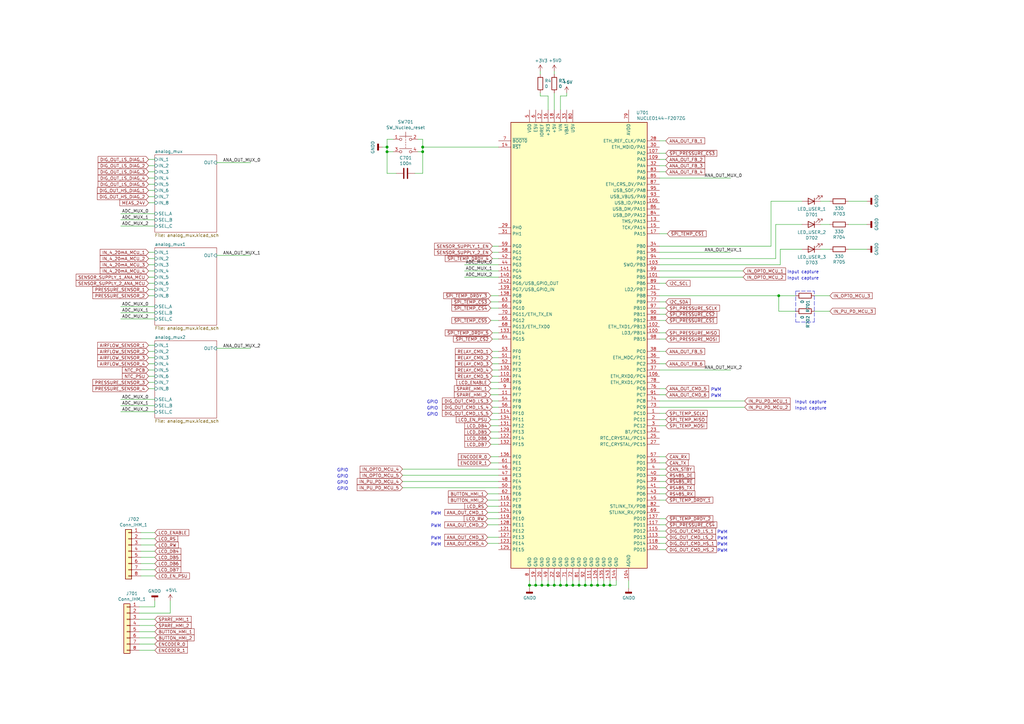
<source format=kicad_sch>
(kicad_sch (version 20211123) (generator eeschema)

  (uuid 18ada50c-f288-455f-b48d-eb8e2f5760b5)

  (paper "A3")

  (lib_symbols
    (symbol "Connector_Generic:Conn_01x08" (pin_names (offset 1.016) hide) (in_bom yes) (on_board yes)
      (property "Reference" "J" (id 0) (at 0 10.16 0)
        (effects (font (size 1.27 1.27)))
      )
      (property "Value" "Conn_01x08" (id 1) (at 0 -12.7 0)
        (effects (font (size 1.27 1.27)))
      )
      (property "Footprint" "" (id 2) (at 0 0 0)
        (effects (font (size 1.27 1.27)) hide)
      )
      (property "Datasheet" "~" (id 3) (at 0 0 0)
        (effects (font (size 1.27 1.27)) hide)
      )
      (property "ki_keywords" "connector" (id 4) (at 0 0 0)
        (effects (font (size 1.27 1.27)) hide)
      )
      (property "ki_description" "Generic connector, single row, 01x08, script generated (kicad-library-utils/schlib/autogen/connector/)" (id 5) (at 0 0 0)
        (effects (font (size 1.27 1.27)) hide)
      )
      (property "ki_fp_filters" "Connector*:*_1x??_*" (id 6) (at 0 0 0)
        (effects (font (size 1.27 1.27)) hide)
      )
      (symbol "Conn_01x08_1_1"
        (rectangle (start -1.27 -10.033) (end 0 -10.287)
          (stroke (width 0.1524) (type default) (color 0 0 0 0))
          (fill (type none))
        )
        (rectangle (start -1.27 -7.493) (end 0 -7.747)
          (stroke (width 0.1524) (type default) (color 0 0 0 0))
          (fill (type none))
        )
        (rectangle (start -1.27 -4.953) (end 0 -5.207)
          (stroke (width 0.1524) (type default) (color 0 0 0 0))
          (fill (type none))
        )
        (rectangle (start -1.27 -2.413) (end 0 -2.667)
          (stroke (width 0.1524) (type default) (color 0 0 0 0))
          (fill (type none))
        )
        (rectangle (start -1.27 0.127) (end 0 -0.127)
          (stroke (width 0.1524) (type default) (color 0 0 0 0))
          (fill (type none))
        )
        (rectangle (start -1.27 2.667) (end 0 2.413)
          (stroke (width 0.1524) (type default) (color 0 0 0 0))
          (fill (type none))
        )
        (rectangle (start -1.27 5.207) (end 0 4.953)
          (stroke (width 0.1524) (type default) (color 0 0 0 0))
          (fill (type none))
        )
        (rectangle (start -1.27 7.747) (end 0 7.493)
          (stroke (width 0.1524) (type default) (color 0 0 0 0))
          (fill (type none))
        )
        (rectangle (start -1.27 8.89) (end 1.27 -11.43)
          (stroke (width 0.254) (type default) (color 0 0 0 0))
          (fill (type background))
        )
        (pin passive line (at -5.08 7.62 0) (length 3.81)
          (name "Pin_1" (effects (font (size 1.27 1.27))))
          (number "1" (effects (font (size 1.27 1.27))))
        )
        (pin passive line (at -5.08 5.08 0) (length 3.81)
          (name "Pin_2" (effects (font (size 1.27 1.27))))
          (number "2" (effects (font (size 1.27 1.27))))
        )
        (pin passive line (at -5.08 2.54 0) (length 3.81)
          (name "Pin_3" (effects (font (size 1.27 1.27))))
          (number "3" (effects (font (size 1.27 1.27))))
        )
        (pin passive line (at -5.08 0 0) (length 3.81)
          (name "Pin_4" (effects (font (size 1.27 1.27))))
          (number "4" (effects (font (size 1.27 1.27))))
        )
        (pin passive line (at -5.08 -2.54 0) (length 3.81)
          (name "Pin_5" (effects (font (size 1.27 1.27))))
          (number "5" (effects (font (size 1.27 1.27))))
        )
        (pin passive line (at -5.08 -5.08 0) (length 3.81)
          (name "Pin_6" (effects (font (size 1.27 1.27))))
          (number "6" (effects (font (size 1.27 1.27))))
        )
        (pin passive line (at -5.08 -7.62 0) (length 3.81)
          (name "Pin_7" (effects (font (size 1.27 1.27))))
          (number "7" (effects (font (size 1.27 1.27))))
        )
        (pin passive line (at -5.08 -10.16 0) (length 3.81)
          (name "Pin_8" (effects (font (size 1.27 1.27))))
          (number "8" (effects (font (size 1.27 1.27))))
        )
      )
    )
    (symbol "Device:C" (pin_numbers hide) (pin_names (offset 0.254)) (in_bom yes) (on_board yes)
      (property "Reference" "C" (id 0) (at 0.635 2.54 0)
        (effects (font (size 1.27 1.27)) (justify left))
      )
      (property "Value" "C" (id 1) (at 0.635 -2.54 0)
        (effects (font (size 1.27 1.27)) (justify left))
      )
      (property "Footprint" "" (id 2) (at 0.9652 -3.81 0)
        (effects (font (size 1.27 1.27)) hide)
      )
      (property "Datasheet" "~" (id 3) (at 0 0 0)
        (effects (font (size 1.27 1.27)) hide)
      )
      (property "ki_keywords" "cap capacitor" (id 4) (at 0 0 0)
        (effects (font (size 1.27 1.27)) hide)
      )
      (property "ki_description" "Unpolarized capacitor" (id 5) (at 0 0 0)
        (effects (font (size 1.27 1.27)) hide)
      )
      (property "ki_fp_filters" "C_*" (id 6) (at 0 0 0)
        (effects (font (size 1.27 1.27)) hide)
      )
      (symbol "C_0_1"
        (polyline
          (pts
            (xy -2.032 -0.762)
            (xy 2.032 -0.762)
          )
          (stroke (width 0.508) (type default) (color 0 0 0 0))
          (fill (type none))
        )
        (polyline
          (pts
            (xy -2.032 0.762)
            (xy 2.032 0.762)
          )
          (stroke (width 0.508) (type default) (color 0 0 0 0))
          (fill (type none))
        )
      )
      (symbol "C_1_1"
        (pin passive line (at 0 3.81 270) (length 2.794)
          (name "~" (effects (font (size 1.27 1.27))))
          (number "1" (effects (font (size 1.27 1.27))))
        )
        (pin passive line (at 0 -3.81 90) (length 2.794)
          (name "~" (effects (font (size 1.27 1.27))))
          (number "2" (effects (font (size 1.27 1.27))))
        )
      )
    )
    (symbol "Device:LED" (pin_numbers hide) (pin_names (offset 1.016) hide) (in_bom yes) (on_board yes)
      (property "Reference" "D" (id 0) (at 0 2.54 0)
        (effects (font (size 1.27 1.27)))
      )
      (property "Value" "LED" (id 1) (at 0 -2.54 0)
        (effects (font (size 1.27 1.27)))
      )
      (property "Footprint" "" (id 2) (at 0 0 0)
        (effects (font (size 1.27 1.27)) hide)
      )
      (property "Datasheet" "~" (id 3) (at 0 0 0)
        (effects (font (size 1.27 1.27)) hide)
      )
      (property "ki_keywords" "LED diode" (id 4) (at 0 0 0)
        (effects (font (size 1.27 1.27)) hide)
      )
      (property "ki_description" "Light emitting diode" (id 5) (at 0 0 0)
        (effects (font (size 1.27 1.27)) hide)
      )
      (property "ki_fp_filters" "LED* LED_SMD:* LED_THT:*" (id 6) (at 0 0 0)
        (effects (font (size 1.27 1.27)) hide)
      )
      (symbol "LED_0_1"
        (polyline
          (pts
            (xy -1.27 -1.27)
            (xy -1.27 1.27)
          )
          (stroke (width 0.254) (type default) (color 0 0 0 0))
          (fill (type none))
        )
        (polyline
          (pts
            (xy -1.27 0)
            (xy 1.27 0)
          )
          (stroke (width 0) (type default) (color 0 0 0 0))
          (fill (type none))
        )
        (polyline
          (pts
            (xy 1.27 -1.27)
            (xy 1.27 1.27)
            (xy -1.27 0)
            (xy 1.27 -1.27)
          )
          (stroke (width 0.254) (type default) (color 0 0 0 0))
          (fill (type none))
        )
        (polyline
          (pts
            (xy -3.048 -0.762)
            (xy -4.572 -2.286)
            (xy -3.81 -2.286)
            (xy -4.572 -2.286)
            (xy -4.572 -1.524)
          )
          (stroke (width 0) (type default) (color 0 0 0 0))
          (fill (type none))
        )
        (polyline
          (pts
            (xy -1.778 -0.762)
            (xy -3.302 -2.286)
            (xy -2.54 -2.286)
            (xy -3.302 -2.286)
            (xy -3.302 -1.524)
          )
          (stroke (width 0) (type default) (color 0 0 0 0))
          (fill (type none))
        )
      )
      (symbol "LED_1_1"
        (pin passive line (at -3.81 0 0) (length 2.54)
          (name "K" (effects (font (size 1.27 1.27))))
          (number "1" (effects (font (size 1.27 1.27))))
        )
        (pin passive line (at 3.81 0 180) (length 2.54)
          (name "A" (effects (font (size 1.27 1.27))))
          (number "2" (effects (font (size 1.27 1.27))))
        )
      )
    )
    (symbol "Device:R" (pin_numbers hide) (pin_names (offset 0)) (in_bom yes) (on_board yes)
      (property "Reference" "R" (id 0) (at 2.032 0 90)
        (effects (font (size 1.27 1.27)))
      )
      (property "Value" "R" (id 1) (at 0 0 90)
        (effects (font (size 1.27 1.27)))
      )
      (property "Footprint" "" (id 2) (at -1.778 0 90)
        (effects (font (size 1.27 1.27)) hide)
      )
      (property "Datasheet" "~" (id 3) (at 0 0 0)
        (effects (font (size 1.27 1.27)) hide)
      )
      (property "ki_keywords" "R res resistor" (id 4) (at 0 0 0)
        (effects (font (size 1.27 1.27)) hide)
      )
      (property "ki_description" "Resistor" (id 5) (at 0 0 0)
        (effects (font (size 1.27 1.27)) hide)
      )
      (property "ki_fp_filters" "R_*" (id 6) (at 0 0 0)
        (effects (font (size 1.27 1.27)) hide)
      )
      (symbol "R_0_1"
        (rectangle (start -1.016 -2.54) (end 1.016 2.54)
          (stroke (width 0.254) (type default) (color 0 0 0 0))
          (fill (type none))
        )
      )
      (symbol "R_1_1"
        (pin passive line (at 0 3.81 270) (length 1.27)
          (name "~" (effects (font (size 1.27 1.27))))
          (number "1" (effects (font (size 1.27 1.27))))
        )
        (pin passive line (at 0 -3.81 90) (length 1.27)
          (name "~" (effects (font (size 1.27 1.27))))
          (number "2" (effects (font (size 1.27 1.27))))
        )
      )
    )
    (symbol "MCU_Module:NUCLEO144-F207ZG" (in_bom yes) (on_board yes)
      (property "Reference" "U" (id 0) (at -22.86 94.615 0)
        (effects (font (size 1.27 1.27)) (justify right))
      )
      (property "Value" "NUCLEO144-F207ZG" (id 1) (at -22.86 92.71 0)
        (effects (font (size 1.27 1.27)) (justify right))
      )
      (property "Footprint" "Module:ST_Morpho_Connector_144_STLink" (id 2) (at 21.59 -92.71 0)
        (effects (font (size 1.27 1.27)) (justify left) hide)
      )
      (property "Datasheet" "https://www.st.com/resource/en/user_manual/dm00244518-stm32-nucleo144-boards-stmicroelectronics.pdf" (id 3) (at -22.86 7.62 0)
        (effects (font (size 1.27 1.27)) hide)
      )
      (property "ki_keywords" "STM32 Nucleo ST" (id 4) (at 0 0 0)
        (effects (font (size 1.27 1.27)) hide)
      )
      (property "ki_description" "Nucleo 144 Development Board with STM32F207ZGT6 MCU, 128+4Kb RAM, 1Mb FLASH" (id 5) (at 0 0 0)
        (effects (font (size 1.27 1.27)) hide)
      )
      (property "ki_fp_filters" "ST*Morpho*Connector*144*STLink*" (id 6) (at 0 0 0)
        (effects (font (size 1.27 1.27)) hide)
      )
      (symbol "NUCLEO144-F207ZG_0_1"
        (rectangle (start -27.94 -91.44) (end 27.94 91.44)
          (stroke (width 0.254) (type default) (color 0 0 0 0))
          (fill (type background))
        )
      )
      (symbol "NUCLEO144-F207ZG_1_1"
        (pin bidirectional line (at 33.02 -27.94 180) (length 5.08)
          (name "PC10" (effects (font (size 1.27 1.27))))
          (number "1" (effects (font (size 1.27 1.27))))
        )
        (pin no_connect line (at -33.02 55.88 0) (length 5.08) hide
          (name "NC" (effects (font (size 1.27 1.27))))
          (number "10" (effects (font (size 1.27 1.27))))
        )
        (pin bidirectional line (at 33.02 5.08 180) (length 5.08)
          (name "LD3/PB14" (effects (font (size 1.27 1.27))))
          (number "100" (effects (font (size 1.27 1.27))))
        )
        (pin bidirectional line (at 33.02 27.94 180) (length 5.08)
          (name "PB5" (effects (font (size 1.27 1.27))))
          (number "101" (effects (font (size 1.27 1.27))))
        )
        (pin bidirectional line (at 33.02 7.62 180) (length 5.08)
          (name "ETH_TXD1/PB13" (effects (font (size 1.27 1.27))))
          (number "102" (effects (font (size 1.27 1.27))))
        )
        (pin bidirectional line (at 33.02 33.02 180) (length 5.08)
          (name "SWO/PB3" (effects (font (size 1.27 1.27))))
          (number "103" (effects (font (size 1.27 1.27))))
        )
        (pin power_in line (at 20.32 -96.52 90) (length 5.08)
          (name "AGND" (effects (font (size 1.27 1.27))))
          (number "104" (effects (font (size 1.27 1.27))))
        )
        (pin bidirectional line (at 33.02 58.42 180) (length 5.08)
          (name "USB_ID/PA10" (effects (font (size 1.27 1.27))))
          (number "105" (effects (font (size 1.27 1.27))))
        )
        (pin bidirectional line (at 33.02 -12.7 180) (length 5.08)
          (name "ETH_RXD0/PC4" (effects (font (size 1.27 1.27))))
          (number "106" (effects (font (size 1.27 1.27))))
        )
        (pin bidirectional line (at 33.02 78.74 180) (length 5.08)
          (name "PA2" (effects (font (size 1.27 1.27))))
          (number "107" (effects (font (size 1.27 1.27))))
        )
        (pin bidirectional line (at -33.02 -15.24 0) (length 5.08)
          (name "PF5" (effects (font (size 1.27 1.27))))
          (number "108" (effects (font (size 1.27 1.27))))
        )
        (pin bidirectional line (at 33.02 76.2 180) (length 5.08)
          (name "PA3" (effects (font (size 1.27 1.27))))
          (number "109" (effects (font (size 1.27 1.27))))
        )
        (pin bidirectional line (at -33.02 -20.32 0) (length 5.08)
          (name "PF7" (effects (font (size 1.27 1.27))))
          (number "11" (effects (font (size 1.27 1.27))))
        )
        (pin bidirectional line (at -33.02 -12.7 0) (length 5.08)
          (name "PF4" (effects (font (size 1.27 1.27))))
          (number "110" (effects (font (size 1.27 1.27))))
        )
        (pin power_in line (at 5.08 -96.52 90) (length 5.08)
          (name "GND" (effects (font (size 1.27 1.27))))
          (number "111" (effects (font (size 1.27 1.27))))
        )
        (pin bidirectional line (at -33.02 -66.04 0) (length 5.08)
          (name "PE8" (effects (font (size 1.27 1.27))))
          (number "112" (effects (font (size 1.27 1.27))))
        )
        (pin bidirectional line (at 33.02 -78.74 180) (length 5.08)
          (name "PD13" (effects (font (size 1.27 1.27))))
          (number "113" (effects (font (size 1.27 1.27))))
        )
        (pin bidirectional line (at -33.02 -27.94 0) (length 5.08)
          (name "PF10" (effects (font (size 1.27 1.27))))
          (number "114" (effects (font (size 1.27 1.27))))
        )
        (pin bidirectional line (at 33.02 -76.2 180) (length 5.08)
          (name "PD12" (effects (font (size 1.27 1.27))))
          (number "115" (effects (font (size 1.27 1.27))))
        )
        (pin bidirectional line (at -33.02 -63.5 0) (length 5.08)
          (name "PE7" (effects (font (size 1.27 1.27))))
          (number "116" (effects (font (size 1.27 1.27))))
        )
        (pin bidirectional line (at 33.02 -73.66 180) (length 5.08)
          (name "PD11" (effects (font (size 1.27 1.27))))
          (number "117" (effects (font (size 1.27 1.27))))
        )
        (pin bidirectional line (at 33.02 -81.28 180) (length 5.08)
          (name "PD14" (effects (font (size 1.27 1.27))))
          (number "118" (effects (font (size 1.27 1.27))))
        )
        (pin bidirectional line (at -33.02 -71.12 0) (length 5.08)
          (name "PE10" (effects (font (size 1.27 1.27))))
          (number "119" (effects (font (size 1.27 1.27))))
        )
        (pin power_in line (at -15.24 96.52 270) (length 5.08)
          (name "IOREF" (effects (font (size 1.27 1.27))))
          (number "12" (effects (font (size 1.27 1.27))))
        )
        (pin bidirectional line (at 33.02 -83.82 180) (length 5.08)
          (name "PD15" (effects (font (size 1.27 1.27))))
          (number "120" (effects (font (size 1.27 1.27))))
        )
        (pin bidirectional line (at -33.02 -76.2 0) (length 5.08)
          (name "PE12" (effects (font (size 1.27 1.27))))
          (number "121" (effects (font (size 1.27 1.27))))
        )
        (pin bidirectional line (at -33.02 -38.1 0) (length 5.08)
          (name "PF14" (effects (font (size 1.27 1.27))))
          (number "122" (effects (font (size 1.27 1.27))))
        )
        (pin bidirectional line (at -33.02 -81.28 0) (length 5.08)
          (name "PE14" (effects (font (size 1.27 1.27))))
          (number "123" (effects (font (size 1.27 1.27))))
        )
        (pin bidirectional line (at -33.02 -68.58 0) (length 5.08)
          (name "PE9" (effects (font (size 1.27 1.27))))
          (number "124" (effects (font (size 1.27 1.27))))
        )
        (pin bidirectional line (at -33.02 -83.82 0) (length 5.08)
          (name "PE15" (effects (font (size 1.27 1.27))))
          (number "125" (effects (font (size 1.27 1.27))))
        )
        (pin power_in line (at 7.62 -96.52 90) (length 5.08)
          (name "GND" (effects (font (size 1.27 1.27))))
          (number "126" (effects (font (size 1.27 1.27))))
        )
        (pin bidirectional line (at -33.02 -78.74 0) (length 5.08)
          (name "PE13" (effects (font (size 1.27 1.27))))
          (number "127" (effects (font (size 1.27 1.27))))
        )
        (pin bidirectional line (at -33.02 -73.66 0) (length 5.08)
          (name "PE11" (effects (font (size 1.27 1.27))))
          (number "128" (effects (font (size 1.27 1.27))))
        )
        (pin bidirectional line (at -33.02 -35.56 0) (length 5.08)
          (name "PF13" (effects (font (size 1.27 1.27))))
          (number "129" (effects (font (size 1.27 1.27))))
        )
        (pin bidirectional line (at 33.02 50.8 180) (length 5.08)
          (name "TMS/PA13" (effects (font (size 1.27 1.27))))
          (number "13" (effects (font (size 1.27 1.27))))
        )
        (pin bidirectional line (at -33.02 -10.16 0) (length 5.08)
          (name "PF3" (effects (font (size 1.27 1.27))))
          (number "130" (effects (font (size 1.27 1.27))))
        )
        (pin bidirectional line (at -33.02 -33.02 0) (length 5.08)
          (name "PF12" (effects (font (size 1.27 1.27))))
          (number "131" (effects (font (size 1.27 1.27))))
        )
        (pin bidirectional line (at -33.02 -40.64 0) (length 5.08)
          (name "PF15" (effects (font (size 1.27 1.27))))
          (number "132" (effects (font (size 1.27 1.27))))
        )
        (pin bidirectional line (at -33.02 5.08 0) (length 5.08)
          (name "PG14" (effects (font (size 1.27 1.27))))
          (number "133" (effects (font (size 1.27 1.27))))
        )
        (pin bidirectional line (at -33.02 -30.48 0) (length 5.08)
          (name "PF11" (effects (font (size 1.27 1.27))))
          (number "134" (effects (font (size 1.27 1.27))))
        )
        (pin power_in line (at 10.16 -96.52 90) (length 5.08)
          (name "GND" (effects (font (size 1.27 1.27))))
          (number "135" (effects (font (size 1.27 1.27))))
        )
        (pin bidirectional line (at -33.02 -45.72 0) (length 5.08)
          (name "PE0" (effects (font (size 1.27 1.27))))
          (number "136" (effects (font (size 1.27 1.27))))
        )
        (pin bidirectional line (at 33.02 -71.12 180) (length 5.08)
          (name "PD10" (effects (font (size 1.27 1.27))))
          (number "137" (effects (font (size 1.27 1.27))))
        )
        (pin bidirectional line (at -33.02 20.32 0) (length 5.08)
          (name "PG8" (effects (font (size 1.27 1.27))))
          (number "138" (effects (font (size 1.27 1.27))))
        )
        (pin bidirectional line (at -33.02 22.86 0) (length 5.08)
          (name "PG7/USB_GPIO_IN" (effects (font (size 1.27 1.27))))
          (number "139" (effects (font (size 1.27 1.27))))
        )
        (pin input line (at -33.02 81.28 0) (length 5.08)
          (name "~{RST}" (effects (font (size 1.27 1.27))))
          (number "14" (effects (font (size 1.27 1.27))))
        )
        (pin bidirectional line (at -33.02 27.94 0) (length 5.08)
          (name "PG5" (effects (font (size 1.27 1.27))))
          (number "140" (effects (font (size 1.27 1.27))))
        )
        (pin bidirectional line (at -33.02 30.48 0) (length 5.08)
          (name "PG4" (effects (font (size 1.27 1.27))))
          (number "141" (effects (font (size 1.27 1.27))))
        )
        (pin bidirectional line (at -33.02 25.4 0) (length 5.08)
          (name "PG6/USB_GPIO_OUT" (effects (font (size 1.27 1.27))))
          (number "142" (effects (font (size 1.27 1.27))))
        )
        (pin power_in line (at 12.7 -96.52 90) (length 5.08)
          (name "GND" (effects (font (size 1.27 1.27))))
          (number "143" (effects (font (size 1.27 1.27))))
        )
        (pin power_in line (at 15.24 -96.52 90) (length 5.08)
          (name "GND" (effects (font (size 1.27 1.27))))
          (number "144" (effects (font (size 1.27 1.27))))
        )
        (pin bidirectional line (at 33.02 48.26 180) (length 5.08)
          (name "TCK/PA14" (effects (font (size 1.27 1.27))))
          (number "15" (effects (font (size 1.27 1.27))))
        )
        (pin power_in line (at -12.7 96.52 270) (length 5.08)
          (name "+3V3" (effects (font (size 1.27 1.27))))
          (number "16" (effects (font (size 1.27 1.27))))
        )
        (pin bidirectional line (at 33.02 45.72 180) (length 5.08)
          (name "PA15" (effects (font (size 1.27 1.27))))
          (number "17" (effects (font (size 1.27 1.27))))
        )
        (pin power_in line (at -10.16 96.52 270) (length 5.08)
          (name "+5V" (effects (font (size 1.27 1.27))))
          (number "18" (effects (font (size 1.27 1.27))))
        )
        (pin power_in line (at -17.78 -96.52 90) (length 5.08)
          (name "GND" (effects (font (size 1.27 1.27))))
          (number "19" (effects (font (size 1.27 1.27))))
        )
        (pin bidirectional line (at 33.02 -30.48 180) (length 5.08)
          (name "PC11" (effects (font (size 1.27 1.27))))
          (number "2" (effects (font (size 1.27 1.27))))
        )
        (pin power_in line (at -15.24 -96.52 90) (length 5.08)
          (name "GND" (effects (font (size 1.27 1.27))))
          (number "20" (effects (font (size 1.27 1.27))))
        )
        (pin bidirectional line (at 33.02 22.86 180) (length 5.08)
          (name "LD2/PB7" (effects (font (size 1.27 1.27))))
          (number "21" (effects (font (size 1.27 1.27))))
        )
        (pin power_in line (at -10.16 -96.52 90) (length 5.08)
          (name "GND" (effects (font (size 1.27 1.27))))
          (number "22" (effects (font (size 1.27 1.27))))
        )
        (pin bidirectional line (at 33.02 -35.56 180) (length 5.08)
          (name "BT/PC13" (effects (font (size 1.27 1.27))))
          (number "23" (effects (font (size 1.27 1.27))))
        )
        (pin power_in line (at -7.62 96.52 270) (length 5.08)
          (name "VIN" (effects (font (size 1.27 1.27))))
          (number "24" (effects (font (size 1.27 1.27))))
        )
        (pin bidirectional line (at 33.02 -38.1 180) (length 5.08)
          (name "RTC_CRYSTAL/PC14" (effects (font (size 1.27 1.27))))
          (number "25" (effects (font (size 1.27 1.27))))
        )
        (pin no_connect line (at -33.02 58.42 0) (length 5.08) hide
          (name "NC" (effects (font (size 1.27 1.27))))
          (number "26" (effects (font (size 1.27 1.27))))
        )
        (pin bidirectional line (at 33.02 -40.64 180) (length 5.08)
          (name "RTC_CRYSTAL/PC15" (effects (font (size 1.27 1.27))))
          (number "27" (effects (font (size 1.27 1.27))))
        )
        (pin bidirectional line (at 33.02 83.82 180) (length 5.08)
          (name "ETH_REF_CLK/PA0" (effects (font (size 1.27 1.27))))
          (number "28" (effects (font (size 1.27 1.27))))
        )
        (pin bidirectional line (at -33.02 48.26 0) (length 5.08)
          (name "PH0" (effects (font (size 1.27 1.27))))
          (number "29" (effects (font (size 1.27 1.27))))
        )
        (pin bidirectional line (at 33.02 -33.02 180) (length 5.08)
          (name "PC12" (effects (font (size 1.27 1.27))))
          (number "3" (effects (font (size 1.27 1.27))))
        )
        (pin bidirectional line (at 33.02 81.28 180) (length 5.08)
          (name "ETH_MDIO/PA1" (effects (font (size 1.27 1.27))))
          (number "30" (effects (font (size 1.27 1.27))))
        )
        (pin bidirectional line (at -33.02 45.72 0) (length 5.08)
          (name "PH1" (effects (font (size 1.27 1.27))))
          (number "31" (effects (font (size 1.27 1.27))))
        )
        (pin bidirectional line (at 33.02 73.66 180) (length 5.08)
          (name "PA4" (effects (font (size 1.27 1.27))))
          (number "32" (effects (font (size 1.27 1.27))))
        )
        (pin power_in line (at -5.08 96.52 270) (length 5.08)
          (name "VBAT" (effects (font (size 1.27 1.27))))
          (number "33" (effects (font (size 1.27 1.27))))
        )
        (pin bidirectional line (at 33.02 40.64 180) (length 5.08)
          (name "PB0" (effects (font (size 1.27 1.27))))
          (number "34" (effects (font (size 1.27 1.27))))
        )
        (pin bidirectional line (at 33.02 -7.62 180) (length 5.08)
          (name "PC2" (effects (font (size 1.27 1.27))))
          (number "35" (effects (font (size 1.27 1.27))))
        )
        (pin bidirectional line (at 33.02 -5.08 180) (length 5.08)
          (name "ETH_MDC/PC1" (effects (font (size 1.27 1.27))))
          (number "36" (effects (font (size 1.27 1.27))))
        )
        (pin bidirectional line (at 33.02 -10.16 180) (length 5.08)
          (name "PC3" (effects (font (size 1.27 1.27))))
          (number "37" (effects (font (size 1.27 1.27))))
        )
        (pin bidirectional line (at 33.02 -2.54 180) (length 5.08)
          (name "PC0" (effects (font (size 1.27 1.27))))
          (number "38" (effects (font (size 1.27 1.27))))
        )
        (pin bidirectional line (at 33.02 -55.88 180) (length 5.08)
          (name "PD4" (effects (font (size 1.27 1.27))))
          (number "39" (effects (font (size 1.27 1.27))))
        )
        (pin bidirectional line (at 33.02 -50.8 180) (length 5.08)
          (name "PD2" (effects (font (size 1.27 1.27))))
          (number "4" (effects (font (size 1.27 1.27))))
        )
        (pin bidirectional line (at 33.02 -53.34 180) (length 5.08)
          (name "PD3" (effects (font (size 1.27 1.27))))
          (number "40" (effects (font (size 1.27 1.27))))
        )
        (pin bidirectional line (at 33.02 -58.42 180) (length 5.08)
          (name "PD5" (effects (font (size 1.27 1.27))))
          (number "41" (effects (font (size 1.27 1.27))))
        )
        (pin bidirectional line (at -33.02 35.56 0) (length 5.08)
          (name "PG2" (effects (font (size 1.27 1.27))))
          (number "42" (effects (font (size 1.27 1.27))))
        )
        (pin bidirectional line (at 33.02 -60.96 180) (length 5.08)
          (name "PD6" (effects (font (size 1.27 1.27))))
          (number "43" (effects (font (size 1.27 1.27))))
        )
        (pin bidirectional line (at -33.02 33.02 0) (length 5.08)
          (name "PG3" (effects (font (size 1.27 1.27))))
          (number "44" (effects (font (size 1.27 1.27))))
        )
        (pin bidirectional line (at 33.02 -63.5 180) (length 5.08)
          (name "PD7" (effects (font (size 1.27 1.27))))
          (number "45" (effects (font (size 1.27 1.27))))
        )
        (pin bidirectional line (at -33.02 -50.8 0) (length 5.08)
          (name "PE2" (effects (font (size 1.27 1.27))))
          (number "46" (effects (font (size 1.27 1.27))))
        )
        (pin bidirectional line (at -33.02 -53.34 0) (length 5.08)
          (name "PE3" (effects (font (size 1.27 1.27))))
          (number "47" (effects (font (size 1.27 1.27))))
        )
        (pin bidirectional line (at -33.02 -55.88 0) (length 5.08)
          (name "PE4" (effects (font (size 1.27 1.27))))
          (number "48" (effects (font (size 1.27 1.27))))
        )
        (pin power_in line (at -12.7 -96.52 90) (length 5.08)
          (name "GND" (effects (font (size 1.27 1.27))))
          (number "49" (effects (font (size 1.27 1.27))))
        )
        (pin power_in line (at -20.32 96.52 270) (length 5.08)
          (name "VDD" (effects (font (size 1.27 1.27))))
          (number "5" (effects (font (size 1.27 1.27))))
        )
        (pin bidirectional line (at -33.02 -58.42 0) (length 5.08)
          (name "PE5" (effects (font (size 1.27 1.27))))
          (number "50" (effects (font (size 1.27 1.27))))
        )
        (pin bidirectional line (at -33.02 -5.08 0) (length 5.08)
          (name "PF1" (effects (font (size 1.27 1.27))))
          (number "51" (effects (font (size 1.27 1.27))))
        )
        (pin bidirectional line (at -33.02 -7.62 0) (length 5.08)
          (name "PF2" (effects (font (size 1.27 1.27))))
          (number "52" (effects (font (size 1.27 1.27))))
        )
        (pin bidirectional line (at -33.02 -2.54 0) (length 5.08)
          (name "PF0" (effects (font (size 1.27 1.27))))
          (number "53" (effects (font (size 1.27 1.27))))
        )
        (pin bidirectional line (at -33.02 -22.86 0) (length 5.08)
          (name "PF8" (effects (font (size 1.27 1.27))))
          (number "54" (effects (font (size 1.27 1.27))))
        )
        (pin bidirectional line (at 33.02 -48.26 180) (length 5.08)
          (name "PD1" (effects (font (size 1.27 1.27))))
          (number "55" (effects (font (size 1.27 1.27))))
        )
        (pin bidirectional line (at -33.02 -25.4 0) (length 5.08)
          (name "PF9" (effects (font (size 1.27 1.27))))
          (number "56" (effects (font (size 1.27 1.27))))
        )
        (pin bidirectional line (at 33.02 -45.72 180) (length 5.08)
          (name "PD0" (effects (font (size 1.27 1.27))))
          (number "57" (effects (font (size 1.27 1.27))))
        )
        (pin bidirectional line (at -33.02 38.1 0) (length 5.08)
          (name "PG1" (effects (font (size 1.27 1.27))))
          (number "58" (effects (font (size 1.27 1.27))))
        )
        (pin bidirectional line (at -33.02 40.64 0) (length 5.08)
          (name "PG0" (effects (font (size 1.27 1.27))))
          (number "59" (effects (font (size 1.27 1.27))))
        )
        (pin power_in line (at -17.78 96.52 270) (length 5.08)
          (name "E5V" (effects (font (size 1.27 1.27))))
          (number "6" (effects (font (size 1.27 1.27))))
        )
        (pin power_in line (at -7.62 -96.52 90) (length 5.08)
          (name "GND" (effects (font (size 1.27 1.27))))
          (number "60" (effects (font (size 1.27 1.27))))
        )
        (pin bidirectional line (at -33.02 -48.26 0) (length 5.08)
          (name "PE1" (effects (font (size 1.27 1.27))))
          (number "61" (effects (font (size 1.27 1.27))))
        )
        (pin bidirectional line (at -33.02 -60.96 0) (length 5.08)
          (name "PE6" (effects (font (size 1.27 1.27))))
          (number "62" (effects (font (size 1.27 1.27))))
        )
        (pin bidirectional line (at -33.02 17.78 0) (length 5.08)
          (name "PG9" (effects (font (size 1.27 1.27))))
          (number "63" (effects (font (size 1.27 1.27))))
        )
        (pin bidirectional line (at -33.02 2.54 0) (length 5.08)
          (name "PG15" (effects (font (size 1.27 1.27))))
          (number "64" (effects (font (size 1.27 1.27))))
        )
        (pin bidirectional line (at -33.02 10.16 0) (length 5.08)
          (name "PG12" (effects (font (size 1.27 1.27))))
          (number "65" (effects (font (size 1.27 1.27))))
        )
        (pin bidirectional line (at -33.02 15.24 0) (length 5.08)
          (name "PG10" (effects (font (size 1.27 1.27))))
          (number "66" (effects (font (size 1.27 1.27))))
        )
        (pin no_connect line (at -33.02 53.34 0) (length 5.08) hide
          (name "NC" (effects (font (size 1.27 1.27))))
          (number "67" (effects (font (size 1.27 1.27))))
        )
        (pin bidirectional line (at -33.02 7.62 0) (length 5.08)
          (name "PG13/ETH_TXD0" (effects (font (size 1.27 1.27))))
          (number "68" (effects (font (size 1.27 1.27))))
        )
        (pin bidirectional line (at 33.02 -68.58 180) (length 5.08)
          (name "STLINK_RX/PD9" (effects (font (size 1.27 1.27))))
          (number "69" (effects (font (size 1.27 1.27))))
        )
        (pin input line (at -33.02 83.82 0) (length 5.08)
          (name "~{BOOT0}" (effects (font (size 1.27 1.27))))
          (number "7" (effects (font (size 1.27 1.27))))
        )
        (pin bidirectional line (at -33.02 12.7 0) (length 5.08)
          (name "PG11/ETH_TX_EN" (effects (font (size 1.27 1.27))))
          (number "70" (effects (font (size 1.27 1.27))))
        )
        (pin power_in line (at -5.08 -96.52 90) (length 5.08)
          (name "GND" (effects (font (size 1.27 1.27))))
          (number "71" (effects (font (size 1.27 1.27))))
        )
        (pin power_in line (at -2.54 -96.52 90) (length 5.08)
          (name "GND" (effects (font (size 1.27 1.27))))
          (number "72" (effects (font (size 1.27 1.27))))
        )
        (pin bidirectional line (at 33.02 -25.4 180) (length 5.08)
          (name "PC9" (effects (font (size 1.27 1.27))))
          (number "73" (effects (font (size 1.27 1.27))))
        )
        (pin bidirectional line (at 33.02 -22.86 180) (length 5.08)
          (name "PC8" (effects (font (size 1.27 1.27))))
          (number "74" (effects (font (size 1.27 1.27))))
        )
        (pin bidirectional line (at 33.02 20.32 180) (length 5.08)
          (name "PB8" (effects (font (size 1.27 1.27))))
          (number "75" (effects (font (size 1.27 1.27))))
        )
        (pin bidirectional line (at 33.02 -17.78 180) (length 5.08)
          (name "PC6" (effects (font (size 1.27 1.27))))
          (number "76" (effects (font (size 1.27 1.27))))
        )
        (pin bidirectional line (at 33.02 17.78 180) (length 5.08)
          (name "PB9" (effects (font (size 1.27 1.27))))
          (number "77" (effects (font (size 1.27 1.27))))
        )
        (pin bidirectional line (at 33.02 -15.24 180) (length 5.08)
          (name "ETH_RXD1/PC5" (effects (font (size 1.27 1.27))))
          (number "78" (effects (font (size 1.27 1.27))))
        )
        (pin power_in line (at 20.32 96.52 270) (length 5.08)
          (name "AVDD" (effects (font (size 1.27 1.27))))
          (number "79" (effects (font (size 1.27 1.27))))
        )
        (pin power_in line (at -20.32 -96.52 90) (length 5.08)
          (name "GND" (effects (font (size 1.27 1.27))))
          (number "8" (effects (font (size 1.27 1.27))))
        )
        (pin power_in line (at -2.54 96.52 270) (length 5.08)
          (name "U5V" (effects (font (size 1.27 1.27))))
          (number "80" (effects (font (size 1.27 1.27))))
        )
        (pin power_in line (at 0 -96.52 90) (length 5.08)
          (name "GND" (effects (font (size 1.27 1.27))))
          (number "81" (effects (font (size 1.27 1.27))))
        )
        (pin bidirectional line (at 33.02 -66.04 180) (length 5.08)
          (name "STLINK_TX/PD8" (effects (font (size 1.27 1.27))))
          (number "82" (effects (font (size 1.27 1.27))))
        )
        (pin bidirectional line (at 33.02 71.12 180) (length 5.08)
          (name "PA5" (effects (font (size 1.27 1.27))))
          (number "83" (effects (font (size 1.27 1.27))))
        )
        (pin bidirectional line (at 33.02 53.34 180) (length 5.08)
          (name "USB_DP/PA12" (effects (font (size 1.27 1.27))))
          (number "84" (effects (font (size 1.27 1.27))))
        )
        (pin bidirectional line (at 33.02 68.58 180) (length 5.08)
          (name "PA6" (effects (font (size 1.27 1.27))))
          (number "85" (effects (font (size 1.27 1.27))))
        )
        (pin bidirectional line (at 33.02 55.88 180) (length 5.08)
          (name "USB_DM/PA11" (effects (font (size 1.27 1.27))))
          (number "86" (effects (font (size 1.27 1.27))))
        )
        (pin bidirectional line (at 33.02 66.04 180) (length 5.08)
          (name "ETH_CRS_DV/PA7" (effects (font (size 1.27 1.27))))
          (number "87" (effects (font (size 1.27 1.27))))
        )
        (pin bidirectional line (at 33.02 10.16 180) (length 5.08)
          (name "PB12" (effects (font (size 1.27 1.27))))
          (number "88" (effects (font (size 1.27 1.27))))
        )
        (pin bidirectional line (at 33.02 25.4 180) (length 5.08)
          (name "PB6" (effects (font (size 1.27 1.27))))
          (number "89" (effects (font (size 1.27 1.27))))
        )
        (pin bidirectional line (at -33.02 -17.78 0) (length 5.08)
          (name "PF6" (effects (font (size 1.27 1.27))))
          (number "9" (effects (font (size 1.27 1.27))))
        )
        (pin bidirectional line (at 33.02 12.7 180) (length 5.08)
          (name "PB11" (effects (font (size 1.27 1.27))))
          (number "90" (effects (font (size 1.27 1.27))))
        )
        (pin bidirectional line (at 33.02 -20.32 180) (length 5.08)
          (name "PC7" (effects (font (size 1.27 1.27))))
          (number "91" (effects (font (size 1.27 1.27))))
        )
        (pin power_in line (at 2.54 -96.52 90) (length 5.08)
          (name "GND" (effects (font (size 1.27 1.27))))
          (number "92" (effects (font (size 1.27 1.27))))
        )
        (pin bidirectional line (at 33.02 60.96 180) (length 5.08)
          (name "USB_VBUS/PA9" (effects (font (size 1.27 1.27))))
          (number "93" (effects (font (size 1.27 1.27))))
        )
        (pin bidirectional line (at 33.02 35.56 180) (length 5.08)
          (name "PB2" (effects (font (size 1.27 1.27))))
          (number "94" (effects (font (size 1.27 1.27))))
        )
        (pin bidirectional line (at 33.02 63.5 180) (length 5.08)
          (name "USB_SOF/PA8" (effects (font (size 1.27 1.27))))
          (number "95" (effects (font (size 1.27 1.27))))
        )
        (pin bidirectional line (at 33.02 38.1 180) (length 5.08)
          (name "PB1" (effects (font (size 1.27 1.27))))
          (number "96" (effects (font (size 1.27 1.27))))
        )
        (pin bidirectional line (at 33.02 15.24 180) (length 5.08)
          (name "PB10" (effects (font (size 1.27 1.27))))
          (number "97" (effects (font (size 1.27 1.27))))
        )
        (pin bidirectional line (at 33.02 2.54 180) (length 5.08)
          (name "PB15" (effects (font (size 1.27 1.27))))
          (number "98" (effects (font (size 1.27 1.27))))
        )
        (pin bidirectional line (at 33.02 30.48 180) (length 5.08)
          (name "PB4" (effects (font (size 1.27 1.27))))
          (number "99" (effects (font (size 1.27 1.27))))
        )
      )
    )
    (symbol "Switch:SW_Push_Dual" (pin_names (offset 1.016) hide) (in_bom yes) (on_board yes)
      (property "Reference" "SW" (id 0) (at 1.27 2.54 0)
        (effects (font (size 1.27 1.27)) (justify left))
      )
      (property "Value" "SW_Push_Dual" (id 1) (at 0 -6.858 0)
        (effects (font (size 1.27 1.27)))
      )
      (property "Footprint" "" (id 2) (at 0 5.08 0)
        (effects (font (size 1.27 1.27)) hide)
      )
      (property "Datasheet" "~" (id 3) (at 0 5.08 0)
        (effects (font (size 1.27 1.27)) hide)
      )
      (property "ki_keywords" "switch normally-open pushbutton push-button" (id 4) (at 0 0 0)
        (effects (font (size 1.27 1.27)) hide)
      )
      (property "ki_description" "Push button switch, generic, symbol, four pins" (id 5) (at 0 0 0)
        (effects (font (size 1.27 1.27)) hide)
      )
      (symbol "SW_Push_Dual_0_1"
        (circle (center -2.032 -5.08) (radius 0.508)
          (stroke (width 0) (type default) (color 0 0 0 0))
          (fill (type none))
        )
        (circle (center -2.032 0) (radius 0.508)
          (stroke (width 0) (type default) (color 0 0 0 0))
          (fill (type none))
        )
        (polyline
          (pts
            (xy 0 -3.048)
            (xy 0 -3.556)
          )
          (stroke (width 0) (type default) (color 0 0 0 0))
          (fill (type none))
        )
        (polyline
          (pts
            (xy 0 -2.032)
            (xy 0 -2.54)
          )
          (stroke (width 0) (type default) (color 0 0 0 0))
          (fill (type none))
        )
        (polyline
          (pts
            (xy 0 -1.524)
            (xy 0 -1.016)
          )
          (stroke (width 0) (type default) (color 0 0 0 0))
          (fill (type none))
        )
        (polyline
          (pts
            (xy 0 -0.508)
            (xy 0 0)
          )
          (stroke (width 0) (type default) (color 0 0 0 0))
          (fill (type none))
        )
        (polyline
          (pts
            (xy 0 0.508)
            (xy 0 1.016)
          )
          (stroke (width 0) (type default) (color 0 0 0 0))
          (fill (type none))
        )
        (polyline
          (pts
            (xy 0 1.27)
            (xy 0 3.048)
          )
          (stroke (width 0) (type default) (color 0 0 0 0))
          (fill (type none))
        )
        (polyline
          (pts
            (xy 2.54 -3.81)
            (xy -2.54 -3.81)
          )
          (stroke (width 0) (type default) (color 0 0 0 0))
          (fill (type none))
        )
        (polyline
          (pts
            (xy 2.54 1.27)
            (xy -2.54 1.27)
          )
          (stroke (width 0) (type default) (color 0 0 0 0))
          (fill (type none))
        )
        (circle (center 2.032 -5.08) (radius 0.508)
          (stroke (width 0) (type default) (color 0 0 0 0))
          (fill (type none))
        )
        (circle (center 2.032 0) (radius 0.508)
          (stroke (width 0) (type default) (color 0 0 0 0))
          (fill (type none))
        )
        (pin passive line (at -5.08 0 0) (length 2.54)
          (name "1" (effects (font (size 1.27 1.27))))
          (number "1" (effects (font (size 1.27 1.27))))
        )
        (pin passive line (at 5.08 0 180) (length 2.54)
          (name "2" (effects (font (size 1.27 1.27))))
          (number "2" (effects (font (size 1.27 1.27))))
        )
        (pin passive line (at -5.08 -5.08 0) (length 2.54)
          (name "3" (effects (font (size 1.27 1.27))))
          (number "3" (effects (font (size 1.27 1.27))))
        )
        (pin passive line (at 5.08 -5.08 180) (length 2.54)
          (name "4" (effects (font (size 1.27 1.27))))
          (number "4" (effects (font (size 1.27 1.27))))
        )
      )
    )
    (symbol "power:+3V3" (power) (pin_names (offset 0)) (in_bom yes) (on_board yes)
      (property "Reference" "#PWR" (id 0) (at 0 -3.81 0)
        (effects (font (size 1.27 1.27)) hide)
      )
      (property "Value" "+3V3" (id 1) (at 0 3.556 0)
        (effects (font (size 1.27 1.27)))
      )
      (property "Footprint" "" (id 2) (at 0 0 0)
        (effects (font (size 1.27 1.27)) hide)
      )
      (property "Datasheet" "" (id 3) (at 0 0 0)
        (effects (font (size 1.27 1.27)) hide)
      )
      (property "ki_keywords" "power-flag" (id 4) (at 0 0 0)
        (effects (font (size 1.27 1.27)) hide)
      )
      (property "ki_description" "Power symbol creates a global label with name \"+3V3\"" (id 5) (at 0 0 0)
        (effects (font (size 1.27 1.27)) hide)
      )
      (symbol "+3V3_0_1"
        (polyline
          (pts
            (xy -0.762 1.27)
            (xy 0 2.54)
          )
          (stroke (width 0) (type default) (color 0 0 0 0))
          (fill (type none))
        )
        (polyline
          (pts
            (xy 0 0)
            (xy 0 2.54)
          )
          (stroke (width 0) (type default) (color 0 0 0 0))
          (fill (type none))
        )
        (polyline
          (pts
            (xy 0 2.54)
            (xy 0.762 1.27)
          )
          (stroke (width 0) (type default) (color 0 0 0 0))
          (fill (type none))
        )
      )
      (symbol "+3V3_1_1"
        (pin power_in line (at 0 0 90) (length 0) hide
          (name "+3V3" (effects (font (size 1.27 1.27))))
          (number "1" (effects (font (size 1.27 1.27))))
        )
      )
    )
    (symbol "power:+5VD" (power) (pin_names (offset 0)) (in_bom yes) (on_board yes)
      (property "Reference" "#PWR" (id 0) (at 0 -3.81 0)
        (effects (font (size 1.27 1.27)) hide)
      )
      (property "Value" "+5VD" (id 1) (at 0 3.556 0)
        (effects (font (size 1.27 1.27)))
      )
      (property "Footprint" "" (id 2) (at 0 0 0)
        (effects (font (size 1.27 1.27)) hide)
      )
      (property "Datasheet" "" (id 3) (at 0 0 0)
        (effects (font (size 1.27 1.27)) hide)
      )
      (property "ki_keywords" "power-flag" (id 4) (at 0 0 0)
        (effects (font (size 1.27 1.27)) hide)
      )
      (property "ki_description" "Power symbol creates a global label with name \"+5VD\"" (id 5) (at 0 0 0)
        (effects (font (size 1.27 1.27)) hide)
      )
      (symbol "+5VD_0_1"
        (polyline
          (pts
            (xy -0.762 1.27)
            (xy 0 2.54)
          )
          (stroke (width 0) (type default) (color 0 0 0 0))
          (fill (type none))
        )
        (polyline
          (pts
            (xy 0 0)
            (xy 0 2.54)
          )
          (stroke (width 0) (type default) (color 0 0 0 0))
          (fill (type none))
        )
        (polyline
          (pts
            (xy 0 2.54)
            (xy 0.762 1.27)
          )
          (stroke (width 0) (type default) (color 0 0 0 0))
          (fill (type none))
        )
      )
      (symbol "+5VD_1_1"
        (pin power_in line (at 0 0 90) (length 0) hide
          (name "+5VD" (effects (font (size 1.27 1.27))))
          (number "1" (effects (font (size 1.27 1.27))))
        )
      )
    )
    (symbol "power:+5VL" (power) (pin_names (offset 0)) (in_bom yes) (on_board yes)
      (property "Reference" "#PWR" (id 0) (at 0 -3.81 0)
        (effects (font (size 1.27 1.27)) hide)
      )
      (property "Value" "+5VL" (id 1) (at 0 3.556 0)
        (effects (font (size 1.27 1.27)))
      )
      (property "Footprint" "" (id 2) (at 0 0 0)
        (effects (font (size 1.27 1.27)) hide)
      )
      (property "Datasheet" "" (id 3) (at 0 0 0)
        (effects (font (size 1.27 1.27)) hide)
      )
      (property "ki_keywords" "power-flag" (id 4) (at 0 0 0)
        (effects (font (size 1.27 1.27)) hide)
      )
      (property "ki_description" "Power symbol creates a global label with name \"+5VL\"" (id 5) (at 0 0 0)
        (effects (font (size 1.27 1.27)) hide)
      )
      (symbol "+5VL_0_1"
        (polyline
          (pts
            (xy -0.762 1.27)
            (xy 0 2.54)
          )
          (stroke (width 0) (type default) (color 0 0 0 0))
          (fill (type none))
        )
        (polyline
          (pts
            (xy 0 0)
            (xy 0 2.54)
          )
          (stroke (width 0) (type default) (color 0 0 0 0))
          (fill (type none))
        )
        (polyline
          (pts
            (xy 0 2.54)
            (xy 0.762 1.27)
          )
          (stroke (width 0) (type default) (color 0 0 0 0))
          (fill (type none))
        )
      )
      (symbol "+5VL_1_1"
        (pin power_in line (at 0 0 90) (length 0) hide
          (name "+5VL" (effects (font (size 1.27 1.27))))
          (number "1" (effects (font (size 1.27 1.27))))
        )
      )
    )
    (symbol "power:+6V" (power) (pin_names (offset 0)) (in_bom yes) (on_board yes)
      (property "Reference" "#PWR" (id 0) (at 0 -3.81 0)
        (effects (font (size 1.27 1.27)) hide)
      )
      (property "Value" "+6V" (id 1) (at 0 3.556 0)
        (effects (font (size 1.27 1.27)))
      )
      (property "Footprint" "" (id 2) (at 0 0 0)
        (effects (font (size 1.27 1.27)) hide)
      )
      (property "Datasheet" "" (id 3) (at 0 0 0)
        (effects (font (size 1.27 1.27)) hide)
      )
      (property "ki_keywords" "power-flag" (id 4) (at 0 0 0)
        (effects (font (size 1.27 1.27)) hide)
      )
      (property "ki_description" "Power symbol creates a global label with name \"+6V\"" (id 5) (at 0 0 0)
        (effects (font (size 1.27 1.27)) hide)
      )
      (symbol "+6V_0_1"
        (polyline
          (pts
            (xy -0.762 1.27)
            (xy 0 2.54)
          )
          (stroke (width 0) (type default) (color 0 0 0 0))
          (fill (type none))
        )
        (polyline
          (pts
            (xy 0 0)
            (xy 0 2.54)
          )
          (stroke (width 0) (type default) (color 0 0 0 0))
          (fill (type none))
        )
        (polyline
          (pts
            (xy 0 2.54)
            (xy 0.762 1.27)
          )
          (stroke (width 0) (type default) (color 0 0 0 0))
          (fill (type none))
        )
      )
      (symbol "+6V_1_1"
        (pin power_in line (at 0 0 90) (length 0) hide
          (name "+6V" (effects (font (size 1.27 1.27))))
          (number "1" (effects (font (size 1.27 1.27))))
        )
      )
    )
    (symbol "power:GNDD" (power) (pin_names (offset 0)) (in_bom yes) (on_board yes)
      (property "Reference" "#PWR" (id 0) (at 0 -6.35 0)
        (effects (font (size 1.27 1.27)) hide)
      )
      (property "Value" "GNDD" (id 1) (at 0 -3.175 0)
        (effects (font (size 1.27 1.27)))
      )
      (property "Footprint" "" (id 2) (at 0 0 0)
        (effects (font (size 1.27 1.27)) hide)
      )
      (property "Datasheet" "" (id 3) (at 0 0 0)
        (effects (font (size 1.27 1.27)) hide)
      )
      (property "ki_keywords" "power-flag" (id 4) (at 0 0 0)
        (effects (font (size 1.27 1.27)) hide)
      )
      (property "ki_description" "Power symbol creates a global label with name \"GNDD\" , digital ground" (id 5) (at 0 0 0)
        (effects (font (size 1.27 1.27)) hide)
      )
      (symbol "GNDD_0_1"
        (rectangle (start -1.27 -1.524) (end 1.27 -2.032)
          (stroke (width 0.254) (type default) (color 0 0 0 0))
          (fill (type outline))
        )
        (polyline
          (pts
            (xy 0 0)
            (xy 0 -1.524)
          )
          (stroke (width 0) (type default) (color 0 0 0 0))
          (fill (type none))
        )
      )
      (symbol "GNDD_1_1"
        (pin power_in line (at 0 0 270) (length 0) hide
          (name "GNDD" (effects (font (size 1.27 1.27))))
          (number "1" (effects (font (size 1.27 1.27))))
        )
      )
    )
  )

  (junction (at 250.19 240.03) (diameter 1.016) (color 0 0 0 0)
    (uuid 3e87b259-dfc1-4885-8dcf-7e7ae39674ed)
  )
  (junction (at 173.355 62.23) (diameter 1.016) (color 0 0 0 0)
    (uuid 645bdbdc-8f65-42ef-a021-2d3e7d74a739)
  )
  (junction (at 247.65 240.03) (diameter 1.016) (color 0 0 0 0)
    (uuid 7f064424-06a6-4f5b-87d6-1970ae527766)
  )
  (junction (at 229.87 240.03) (diameter 1.016) (color 0 0 0 0)
    (uuid 82204892-ec79-4d38-a593-52fb9a9b4b87)
  )
  (junction (at 237.49 240.03) (diameter 1.016) (color 0 0 0 0)
    (uuid 8b3ba7fc-20b6-43c4-a020-80151e1caecc)
  )
  (junction (at 222.25 240.03) (diameter 1.016) (color 0 0 0 0)
    (uuid 8b963561-586b-4575-b721-87e7914602c6)
  )
  (junction (at 245.11 240.03) (diameter 1.016) (color 0 0 0 0)
    (uuid a2a0f5cc-b5aa-4e3e-8d85-23bdc2f59aec)
  )
  (junction (at 234.95 240.03) (diameter 1.016) (color 0 0 0 0)
    (uuid ae8bb5ae-95ee-4e2d-8a0c-ae5b6149b4e3)
  )
  (junction (at 217.17 240.03) (diameter 1.016) (color 0 0 0 0)
    (uuid b1ba92d5-0d41-4be9-b483-47d08dc1785d)
  )
  (junction (at 242.57 240.03) (diameter 1.016) (color 0 0 0 0)
    (uuid b7c09c15-282b-4731-8942-008851172201)
  )
  (junction (at 227.33 240.03) (diameter 1.016) (color 0 0 0 0)
    (uuid b8c8c7a1-d546-4878-9de9-463ec76dff98)
  )
  (junction (at 319.405 121.285) (diameter 1.016) (color 0 0 0 0)
    (uuid ba116096-3ccc-4cc8-a185-5325439e4e24)
  )
  (junction (at 219.71 240.03) (diameter 1.016) (color 0 0 0 0)
    (uuid bf6104a1-a529-4c00-b4ae-92001543f7ec)
  )
  (junction (at 224.79 240.03) (diameter 1.016) (color 0 0 0 0)
    (uuid da862bae-4511-4bb9-b18d-fa60a2737feb)
  )
  (junction (at 232.41 240.03) (diameter 1.016) (color 0 0 0 0)
    (uuid dec284d9-246c-4619-8dcc-8f4886f9349e)
  )
  (junction (at 173.355 60.325) (diameter 1.016) (color 0 0 0 0)
    (uuid f503ea07-bcf1-4924-930a-6f7e9cd312f8)
  )
  (junction (at 158.75 62.23) (diameter 1.016) (color 0 0 0 0)
    (uuid f67bbef3-6f59-49ba-8890-d1f9dc9f9ad6)
  )
  (junction (at 240.03 240.03) (diameter 1.016) (color 0 0 0 0)
    (uuid fb0b1440-18be-4b5f-b469-b4cfaf66fc53)
  )
  (junction (at 158.75 60.325) (diameter 1.016) (color 0 0 0 0)
    (uuid fe6d9604-2924-4f38-950b-a31e8a281973)
  )

  (wire (pts (xy 201.295 189.865) (xy 204.47 189.865))
    (stroke (width 0) (type solid) (color 0 0 0 0))
    (uuid 01b8aba5-3aba-40c3-9936-d09dc5ac1d2c)
  )
  (wire (pts (xy 270.51 197.485) (xy 273.05 197.485))
    (stroke (width 0) (type solid) (color 0 0 0 0))
    (uuid 01c0c9ca-980b-4f73-b05b-237d389480c6)
  )
  (polyline (pts (xy 326.39 132.08) (xy 334.01 132.08))
    (stroke (width 0) (type dash) (color 0 0 0 0))
    (uuid 025dfb2e-18f3-4c3c-9755-a89b1acc8e86)
  )

  (wire (pts (xy 60.96 73.025) (xy 63.5 73.025))
    (stroke (width 0) (type solid) (color 0 0 0 0))
    (uuid 03266d1b-3aa5-4c14-bfd7-5e1e8372c97e)
  )
  (wire (pts (xy 270.51 215.265) (xy 273.05 215.265))
    (stroke (width 0) (type solid) (color 0 0 0 0))
    (uuid 03cedd9e-9ef9-4356-8ae6-258e6f4b73cc)
  )
  (wire (pts (xy 158.75 62.23) (xy 161.29 62.23))
    (stroke (width 0) (type solid) (color 0 0 0 0))
    (uuid 05bf080c-6b12-49a1-b585-185f57b6b9fe)
  )
  (wire (pts (xy 60.96 111.125) (xy 63.5 111.125))
    (stroke (width 0) (type solid) (color 0 0 0 0))
    (uuid 05c38f0a-6e3a-4eb4-ae7f-d13d6734abc3)
  )
  (wire (pts (xy 257.81 238.125) (xy 257.81 241.3))
    (stroke (width 0) (type solid) (color 0 0 0 0))
    (uuid 05f7f8e9-bd91-45e0-a126-3719f2b9b4f4)
  )
  (wire (pts (xy 316.23 82.55) (xy 328.93 82.55))
    (stroke (width 0) (type solid) (color 0 0 0 0))
    (uuid 083105d0-7a70-4179-ae9c-57da70c9e695)
  )
  (wire (pts (xy 232.41 238.125) (xy 232.41 240.03))
    (stroke (width 0) (type solid) (color 0 0 0 0))
    (uuid 0df88dbe-4357-44e2-9b4c-11aa9a2533a8)
  )
  (wire (pts (xy 273.05 220.345) (xy 270.51 220.345))
    (stroke (width 0) (type solid) (color 0 0 0 0))
    (uuid 0e78e445-8449-4554-a832-43362f67b625)
  )
  (wire (pts (xy 57.15 261.62) (xy 63.5 261.62))
    (stroke (width 0) (type solid) (color 0 0 0 0))
    (uuid 0e8054d2-f89b-487e-9d90-ccc1e070acf8)
  )
  (wire (pts (xy 201.93 149.225) (xy 204.47 149.225))
    (stroke (width 0) (type solid) (color 0 0 0 0))
    (uuid 1012ab34-5881-4fae-ace6-a89a9fcd7aff)
  )
  (wire (pts (xy 60.96 78.105) (xy 63.5 78.105))
    (stroke (width 0) (type solid) (color 0 0 0 0))
    (uuid 121431de-1918-4abf-9a99-c167d57b73e5)
  )
  (wire (pts (xy 221.615 29.21) (xy 221.615 30.48))
    (stroke (width 0) (type default) (color 0 0 0 0))
    (uuid 129dbfb3-87d3-4989-9b99-2f3715fc4ca9)
  )
  (wire (pts (xy 200.025 222.885) (xy 204.47 222.885))
    (stroke (width 0) (type solid) (color 0 0 0 0))
    (uuid 12a0789b-0b1a-46ff-a641-e6c615113ec0)
  )
  (wire (pts (xy 270.51 161.925) (xy 273.05 161.925))
    (stroke (width 0) (type solid) (color 0 0 0 0))
    (uuid 12bb6a96-3e16-4107-a946-27a19e75aa81)
  )
  (wire (pts (xy 57.785 236.22) (xy 63.5 236.22))
    (stroke (width 0) (type solid) (color 0 0 0 0))
    (uuid 13269584-06f9-4ac2-a049-506f794785b1)
  )
  (wire (pts (xy 201.93 103.505) (xy 204.47 103.505))
    (stroke (width 0) (type solid) (color 0 0 0 0))
    (uuid 13cbf829-d580-4f99-8c30-ec7d1a47eae5)
  )
  (polyline (pts (xy 334.01 132.08) (xy 334.01 119.38))
    (stroke (width 0) (type dash) (color 0 0 0 0))
    (uuid 13f11d89-64ec-43a0-a40a-afad64617785)
  )

  (wire (pts (xy 270.51 100.965) (xy 316.23 100.965))
    (stroke (width 0) (type solid) (color 0 0 0 0))
    (uuid 157bb760-b27e-4034-b6ee-2c1869f6fb88)
  )
  (wire (pts (xy 161.29 57.15) (xy 158.75 57.15))
    (stroke (width 0) (type solid) (color 0 0 0 0))
    (uuid 169f9f41-1f50-4e21-8afb-84d1045823ae)
  )
  (wire (pts (xy 201.93 164.465) (xy 204.47 164.465))
    (stroke (width 0) (type solid) (color 0 0 0 0))
    (uuid 172baff3-cfd5-441e-ad46-e01913462c70)
  )
  (wire (pts (xy 270.51 128.905) (xy 273.05 128.905))
    (stroke (width 0) (type solid) (color 0 0 0 0))
    (uuid 18fb107e-adae-4ad0-bf3a-93f166d9b332)
  )
  (wire (pts (xy 60.96 149.225) (xy 63.5 149.225))
    (stroke (width 0) (type solid) (color 0 0 0 0))
    (uuid 1ccc51d3-ee84-4151-aacc-68f35957bed6)
  )
  (wire (pts (xy 201.93 136.525) (xy 204.47 136.525))
    (stroke (width 0) (type solid) (color 0 0 0 0))
    (uuid 1f010577-8bf6-4125-8b10-6c7b54da00ba)
  )
  (wire (pts (xy 247.65 238.125) (xy 247.65 240.03))
    (stroke (width 0) (type solid) (color 0 0 0 0))
    (uuid 1f52dc25-6c1f-46ff-a2d4-6b91aa903c52)
  )
  (wire (pts (xy 201.93 106.045) (xy 204.47 106.045))
    (stroke (width 0) (type solid) (color 0 0 0 0))
    (uuid 222aaaec-d3e7-4c34-9599-e27470155f74)
  )
  (wire (pts (xy 232.41 240.03) (xy 229.87 240.03))
    (stroke (width 0) (type solid) (color 0 0 0 0))
    (uuid 2300a81f-9370-4e4d-9cab-eb1c22705d42)
  )
  (wire (pts (xy 158.75 60.325) (xy 158.75 62.23))
    (stroke (width 0) (type solid) (color 0 0 0 0))
    (uuid 236e69c6-d037-4d17-a00b-2c8a2d8434f2)
  )
  (wire (pts (xy 326.39 121.285) (xy 319.405 121.285))
    (stroke (width 0) (type solid) (color 0 0 0 0))
    (uuid 2399d50c-fd68-412d-adc6-30c7a286b1e0)
  )
  (wire (pts (xy 49.53 125.73) (xy 63.5 125.73))
    (stroke (width 0) (type solid) (color 0 0 0 0))
    (uuid 23a91486-6985-4ff0-9bc4-2df2f04d972a)
  )
  (wire (pts (xy 60.96 106.045) (xy 63.5 106.045))
    (stroke (width 0) (type solid) (color 0 0 0 0))
    (uuid 26123c41-c7ce-4e47-a174-4aa1141ae552)
  )
  (wire (pts (xy 270.51 169.545) (xy 273.05 169.545))
    (stroke (width 0) (type solid) (color 0 0 0 0))
    (uuid 26ab9a9c-49d9-4600-b014-951c1cde75c4)
  )
  (wire (pts (xy 201.295 126.365) (xy 204.47 126.365))
    (stroke (width 0) (type solid) (color 0 0 0 0))
    (uuid 2772f48a-0715-45e5-a0a1-baa353367351)
  )
  (wire (pts (xy 270.51 70.485) (xy 273.05 70.485))
    (stroke (width 0) (type solid) (color 0 0 0 0))
    (uuid 29176272-172b-41e7-827c-84b43c2093bd)
  )
  (wire (pts (xy 222.25 238.125) (xy 222.25 240.03))
    (stroke (width 0) (type solid) (color 0 0 0 0))
    (uuid 2951fbf5-5a7d-48fd-ade3-8d2028a98f09)
  )
  (wire (pts (xy 49.53 128.27) (xy 63.5 128.27))
    (stroke (width 0) (type solid) (color 0 0 0 0))
    (uuid 295a9429-230d-453d-8796-d4c6691f7c8e)
  )
  (wire (pts (xy 224.79 45.085) (xy 224.79 39.37))
    (stroke (width 0) (type solid) (color 0 0 0 0))
    (uuid 29696fa2-9a83-4559-ba6d-4f12f76d36eb)
  )
  (wire (pts (xy 221.615 39.37) (xy 221.615 38.1))
    (stroke (width 0) (type solid) (color 0 0 0 0))
    (uuid 2a2ac2e3-9479-46f4-b9be-715c4620a5bb)
  )
  (wire (pts (xy 270.51 139.065) (xy 273.05 139.065))
    (stroke (width 0) (type solid) (color 0 0 0 0))
    (uuid 2aeaafa5-a239-46d6-8cd5-7f4ff3eccdcc)
  )
  (wire (pts (xy 201.295 182.245) (xy 204.47 182.245))
    (stroke (width 0) (type solid) (color 0 0 0 0))
    (uuid 2bc8415e-2a12-4691-9303-ca5cb5091d30)
  )
  (wire (pts (xy 270.51 200.025) (xy 273.05 200.025))
    (stroke (width 0) (type solid) (color 0 0 0 0))
    (uuid 2e2b4120-0eed-476e-aaa9-c7a6fb7ef796)
  )
  (wire (pts (xy 270.51 67.945) (xy 273.05 67.945))
    (stroke (width 0) (type solid) (color 0 0 0 0))
    (uuid 321de78c-489f-4b20-b5b0-5e217b0c46c9)
  )
  (wire (pts (xy 60.96 108.585) (xy 63.5 108.585))
    (stroke (width 0) (type solid) (color 0 0 0 0))
    (uuid 33062cab-09a0-43e6-b155-de62d017a65a)
  )
  (wire (pts (xy 57.785 218.44) (xy 63.5 218.44))
    (stroke (width 0) (type solid) (color 0 0 0 0))
    (uuid 3760d461-8882-4e02-af37-0bd68ae043c6)
  )
  (wire (pts (xy 69.85 246.38) (xy 69.85 251.46))
    (stroke (width 0) (type solid) (color 0 0 0 0))
    (uuid 3785829b-b53a-4dcd-9d15-d94e58b289ec)
  )
  (wire (pts (xy 270.51 62.865) (xy 273.05 62.865))
    (stroke (width 0) (type solid) (color 0 0 0 0))
    (uuid 37dc9280-2fe9-4c9e-8cf7-def7f8a73fbd)
  )
  (wire (pts (xy 200.025 210.185) (xy 204.47 210.185))
    (stroke (width 0) (type solid) (color 0 0 0 0))
    (uuid 38922428-fdfd-4b79-a73a-5fc1754f9bcd)
  )
  (wire (pts (xy 60.96 156.845) (xy 63.5 156.845))
    (stroke (width 0) (type solid) (color 0 0 0 0))
    (uuid 38d494ba-0259-485c-9141-74a30a703a05)
  )
  (wire (pts (xy 219.71 238.125) (xy 219.71 240.03))
    (stroke (width 0) (type solid) (color 0 0 0 0))
    (uuid 3a2e2a38-f210-498b-ae52-78819ffdc147)
  )
  (wire (pts (xy 270.51 111.125) (xy 304.8 111.125))
    (stroke (width 0) (type solid) (color 0 0 0 0))
    (uuid 3ac574dc-22d4-495d-adb7-d4124f9feedd)
  )
  (wire (pts (xy 158.75 62.23) (xy 158.75 71.12))
    (stroke (width 0) (type solid) (color 0 0 0 0))
    (uuid 3b64e3db-9683-4c7f-98ff-2f0b91b3a93c)
  )
  (wire (pts (xy 222.25 240.03) (xy 219.71 240.03))
    (stroke (width 0) (type solid) (color 0 0 0 0))
    (uuid 3db6889d-94bc-4374-beeb-627d765d8236)
  )
  (wire (pts (xy 60.96 144.145) (xy 63.5 144.145))
    (stroke (width 0) (type solid) (color 0 0 0 0))
    (uuid 3dc57b90-1627-4418-956a-9b846b3d6873)
  )
  (wire (pts (xy 165.1 197.485) (xy 204.47 197.485))
    (stroke (width 0) (type solid) (color 0 0 0 0))
    (uuid 3f8168f0-95ae-49c2-8179-ef613b122cf1)
  )
  (wire (pts (xy 270.51 73.025) (xy 299.72 73.025))
    (stroke (width 0) (type solid) (color 0 0 0 0))
    (uuid 3f88285a-003f-4f42-a9cb-f64f2b5f6676)
  )
  (wire (pts (xy 49.53 166.37) (xy 63.5 166.37))
    (stroke (width 0) (type solid) (color 0 0 0 0))
    (uuid 41173511-102c-44c4-b2f7-e2569a745001)
  )
  (wire (pts (xy 328.93 102.235) (xy 320.04 102.235))
    (stroke (width 0) (type solid) (color 0 0 0 0))
    (uuid 45823003-4ebc-4caa-b680-5f96a196ea90)
  )
  (wire (pts (xy 270.51 123.825) (xy 273.05 123.825))
    (stroke (width 0) (type solid) (color 0 0 0 0))
    (uuid 45cb8448-fc21-4be0-830a-b4a26de3821b)
  )
  (wire (pts (xy 340.36 127.635) (xy 334.01 127.635))
    (stroke (width 0) (type solid) (color 0 0 0 0))
    (uuid 46c5cbfd-555b-4a52-87de-86d242e8e2cb)
  )
  (wire (pts (xy 201.93 169.545) (xy 204.47 169.545))
    (stroke (width 0) (type solid) (color 0 0 0 0))
    (uuid 46d36c5e-2658-4cdc-886e-add1463bcae5)
  )
  (wire (pts (xy 224.79 39.37) (xy 221.615 39.37))
    (stroke (width 0) (type solid) (color 0 0 0 0))
    (uuid 4a3c3a77-7ae8-400e-aaa0-83775bfcace7)
  )
  (wire (pts (xy 88.9 104.775) (xy 102.87 104.775))
    (stroke (width 0) (type solid) (color 0 0 0 0))
    (uuid 4acb00ff-ad3e-44f3-a888-277d13359eef)
  )
  (wire (pts (xy 217.17 240.03) (xy 217.17 241.3))
    (stroke (width 0) (type solid) (color 0 0 0 0))
    (uuid 4c428221-8353-4d53-b20f-07e75d280d61)
  )
  (wire (pts (xy 340.36 92.075) (xy 336.55 92.075))
    (stroke (width 0) (type solid) (color 0 0 0 0))
    (uuid 4ce3baee-3e07-4b59-9342-e0bea2bc5b5d)
  )
  (wire (pts (xy 57.15 264.16) (xy 63.5 264.16))
    (stroke (width 0) (type solid) (color 0 0 0 0))
    (uuid 4dbd87a8-1228-4950-8824-05f572de0f7e)
  )
  (wire (pts (xy 227.33 29.21) (xy 227.33 30.48))
    (stroke (width 0) (type default) (color 0 0 0 0))
    (uuid 4e884b1d-3163-4358-97f9-267f5166cde4)
  )
  (wire (pts (xy 57.15 256.54) (xy 63.5 256.54))
    (stroke (width 0) (type solid) (color 0 0 0 0))
    (uuid 4f15a3c2-d51b-4d8f-b609-2065ae838af5)
  )
  (wire (pts (xy 320.04 108.585) (xy 270.51 108.585))
    (stroke (width 0) (type solid) (color 0 0 0 0))
    (uuid 4f2c9970-327f-4991-862f-19349a19b663)
  )
  (wire (pts (xy 158.75 71.12) (xy 162.56 71.12))
    (stroke (width 0) (type solid) (color 0 0 0 0))
    (uuid 4f482615-1d25-40bb-ad71-7c1368dbc53c)
  )
  (wire (pts (xy 270.51 192.405) (xy 273.05 192.405))
    (stroke (width 0) (type solid) (color 0 0 0 0))
    (uuid 51cc39a4-5ffe-40f6-9579-9c724b3fe242)
  )
  (wire (pts (xy 229.87 39.37) (xy 232.41 39.37))
    (stroke (width 0) (type solid) (color 0 0 0 0))
    (uuid 54ac8db6-4eea-4a7a-a91f-0061053a26d4)
  )
  (wire (pts (xy 200.025 207.645) (xy 204.47 207.645))
    (stroke (width 0) (type solid) (color 0 0 0 0))
    (uuid 587bb51a-847d-45c4-b708-8488e7b011c4)
  )
  (wire (pts (xy 270.51 159.385) (xy 273.05 159.385))
    (stroke (width 0) (type solid) (color 0 0 0 0))
    (uuid 59110524-f81d-4c32-9e88-afdb1c0e5471)
  )
  (wire (pts (xy 252.73 238.125) (xy 252.73 240.03))
    (stroke (width 0) (type solid) (color 0 0 0 0))
    (uuid 5a592b72-f171-4a84-a9e5-748e0fd87100)
  )
  (wire (pts (xy 49.53 130.81) (xy 63.5 130.81))
    (stroke (width 0) (type solid) (color 0 0 0 0))
    (uuid 5a6d0546-db16-4ec3-bbe4-d0fb9d8cf1ee)
  )
  (wire (pts (xy 326.39 127.635) (xy 319.405 127.635))
    (stroke (width 0) (type solid) (color 0 0 0 0))
    (uuid 5ad4b017-12c3-4c45-a2b9-512bbaaa0763)
  )
  (wire (pts (xy 201.295 123.825) (xy 204.47 123.825))
    (stroke (width 0) (type solid) (color 0 0 0 0))
    (uuid 5aee37ae-511e-42ce-9c38-9e3c1ce59f2a)
  )
  (wire (pts (xy 270.51 151.765) (xy 299.72 151.765))
    (stroke (width 0) (type solid) (color 0 0 0 0))
    (uuid 5cf54239-d33b-4330-b1f8-40714cd8a731)
  )
  (wire (pts (xy 270.51 202.565) (xy 273.05 202.565))
    (stroke (width 0) (type solid) (color 0 0 0 0))
    (uuid 5e6c5946-22ec-4bf0-8476-e0d162070bf9)
  )
  (wire (pts (xy 340.36 82.55) (xy 336.55 82.55))
    (stroke (width 0) (type solid) (color 0 0 0 0))
    (uuid 611030b1-8314-447a-b44a-3954d778e62d)
  )
  (wire (pts (xy 49.53 168.91) (xy 63.5 168.91))
    (stroke (width 0) (type solid) (color 0 0 0 0))
    (uuid 613de76d-0507-4140-b054-82a967da8631)
  )
  (wire (pts (xy 201.295 161.925) (xy 204.47 161.925))
    (stroke (width 0) (type solid) (color 0 0 0 0))
    (uuid 61a47cfd-38ae-4424-b3b5-0be422fe800a)
  )
  (wire (pts (xy 201.93 144.145) (xy 204.47 144.145))
    (stroke (width 0) (type solid) (color 0 0 0 0))
    (uuid 61bc16fe-b711-4702-ad2d-5058f7a6f648)
  )
  (wire (pts (xy 201.295 177.165) (xy 204.47 177.165))
    (stroke (width 0) (type solid) (color 0 0 0 0))
    (uuid 631e1f42-3451-4c4e-9178-c55d326b948b)
  )
  (wire (pts (xy 270.51 95.885) (xy 273.685 95.885))
    (stroke (width 0) (type solid) (color 0 0 0 0))
    (uuid 63284f35-bf7c-4fd6-b777-4039dc70461a)
  )
  (wire (pts (xy 270.51 126.365) (xy 273.05 126.365))
    (stroke (width 0) (type solid) (color 0 0 0 0))
    (uuid 63640ee6-59ee-43c8-87c9-f7e83717ca3e)
  )
  (wire (pts (xy 200.025 205.105) (xy 204.47 205.105))
    (stroke (width 0) (type solid) (color 0 0 0 0))
    (uuid 65117f52-06d6-436c-912f-8c3ffd2158f2)
  )
  (wire (pts (xy 60.96 146.685) (xy 63.5 146.685))
    (stroke (width 0) (type solid) (color 0 0 0 0))
    (uuid 67170585-ec7f-4359-adcc-25d162de004f)
  )
  (wire (pts (xy 60.96 121.285) (xy 63.5 121.285))
    (stroke (width 0) (type solid) (color 0 0 0 0))
    (uuid 679c0fb3-b53d-401e-bda5-e5e4c62d81f6)
  )
  (wire (pts (xy 60.96 113.665) (xy 63.5 113.665))
    (stroke (width 0) (type solid) (color 0 0 0 0))
    (uuid 68b546b9-115a-42f0-9813-e50d0d21b391)
  )
  (wire (pts (xy 270.51 113.665) (xy 304.8 113.665))
    (stroke (width 0) (type solid) (color 0 0 0 0))
    (uuid 6a9c0034-edee-4544-a83d-28e7e992bade)
  )
  (wire (pts (xy 57.785 233.68) (xy 63.5 233.68))
    (stroke (width 0) (type solid) (color 0 0 0 0))
    (uuid 6b424d27-5a88-4083-8033-6c55fd6f375c)
  )
  (wire (pts (xy 190.5 111.125) (xy 204.47 111.125))
    (stroke (width 0) (type solid) (color 0 0 0 0))
    (uuid 6b79f117-4d4f-4554-860a-313c0e1f2f43)
  )
  (wire (pts (xy 224.79 238.125) (xy 224.79 240.03))
    (stroke (width 0) (type solid) (color 0 0 0 0))
    (uuid 6d89507b-04ab-4f7e-a463-25d3d7c3f228)
  )
  (wire (pts (xy 190.5 113.665) (xy 204.47 113.665))
    (stroke (width 0) (type solid) (color 0 0 0 0))
    (uuid 6ee69d8c-e092-4472-8cc6-e24dcc6f1872)
  )
  (wire (pts (xy 63.5 246.38) (xy 63.5 248.92))
    (stroke (width 0) (type solid) (color 0 0 0 0))
    (uuid 6efb3fe4-cd7d-4d67-af00-d49a4230380e)
  )
  (wire (pts (xy 347.98 82.55) (xy 355.6 82.55))
    (stroke (width 0) (type solid) (color 0 0 0 0))
    (uuid 70e4f9ee-52d0-4d79-a306-1451f731bcff)
  )
  (wire (pts (xy 270.51 106.045) (xy 318.135 106.045))
    (stroke (width 0) (type solid) (color 0 0 0 0))
    (uuid 728e012f-d32d-4961-94c3-6277e6ef9ee1)
  )
  (wire (pts (xy 60.96 116.205) (xy 63.5 116.205))
    (stroke (width 0) (type solid) (color 0 0 0 0))
    (uuid 72c8b2f5-8903-4994-81f6-47af03cb7632)
  )
  (wire (pts (xy 217.17 238.125) (xy 217.17 240.03))
    (stroke (width 0) (type solid) (color 0 0 0 0))
    (uuid 758a2c22-b97c-4615-b5d9-98b3aa34eed2)
  )
  (wire (pts (xy 201.93 167.005) (xy 204.47 167.005))
    (stroke (width 0) (type solid) (color 0 0 0 0))
    (uuid 78b6ae49-27fa-4ade-8f00-1981a99abc5a)
  )
  (wire (pts (xy 270.51 121.285) (xy 319.405 121.285))
    (stroke (width 0) (type solid) (color 0 0 0 0))
    (uuid 79a11210-f8e4-43d2-979c-1ce99eb248a9)
  )
  (wire (pts (xy 227.33 240.03) (xy 224.79 240.03))
    (stroke (width 0) (type solid) (color 0 0 0 0))
    (uuid 7b486cf7-fda2-40f1-9c63-9cd2206e4cd3)
  )
  (wire (pts (xy 201.295 172.085) (xy 204.47 172.085))
    (stroke (width 0) (type solid) (color 0 0 0 0))
    (uuid 7e9f711b-93c6-4522-9805-c4c635bff121)
  )
  (wire (pts (xy 240.03 240.03) (xy 237.49 240.03))
    (stroke (width 0) (type solid) (color 0 0 0 0))
    (uuid 7f5d2f37-3db8-4a4a-825d-0eba794a2ebb)
  )
  (wire (pts (xy 270.51 194.945) (xy 273.05 194.945))
    (stroke (width 0) (type solid) (color 0 0 0 0))
    (uuid 7fbd9984-ee36-4696-92b6-cb442928d7ed)
  )
  (wire (pts (xy 57.15 266.7) (xy 63.5 266.7))
    (stroke (width 0) (type solid) (color 0 0 0 0))
    (uuid 816260ff-bc6b-4d8c-9db2-3846d1c82a53)
  )
  (wire (pts (xy 270.51 205.105) (xy 273.05 205.105))
    (stroke (width 0) (type solid) (color 0 0 0 0))
    (uuid 88b1574f-f90d-46a8-8ddb-44e196dbd1c3)
  )
  (wire (pts (xy 234.95 238.125) (xy 234.95 240.03))
    (stroke (width 0) (type solid) (color 0 0 0 0))
    (uuid 8aa5db28-25c7-478c-bd55-403dba8a97d7)
  )
  (wire (pts (xy 273.05 217.805) (xy 270.51 217.805))
    (stroke (width 0) (type solid) (color 0 0 0 0))
    (uuid 8fcc64c4-b478-4a40-ab00-f68b9911ae68)
  )
  (wire (pts (xy 270.51 212.725) (xy 273.05 212.725))
    (stroke (width 0) (type solid) (color 0 0 0 0))
    (uuid 90449851-9d07-46f7-904d-abcf21616a19)
  )
  (wire (pts (xy 227.33 238.125) (xy 227.33 240.03))
    (stroke (width 0) (type solid) (color 0 0 0 0))
    (uuid 95c0a026-8dd2-4e61-bca0-d284b6a7a6fc)
  )
  (wire (pts (xy 57.785 223.52) (xy 63.5 223.52))
    (stroke (width 0) (type solid) (color 0 0 0 0))
    (uuid 96381ad2-2081-4ea5-8258-3f2ad2388ee0)
  )
  (wire (pts (xy 57.15 259.08) (xy 63.5 259.08))
    (stroke (width 0) (type solid) (color 0 0 0 0))
    (uuid 968e5bc3-d83c-46d1-a2dc-bbce3248842f)
  )
  (wire (pts (xy 270.51 172.085) (xy 273.05 172.085))
    (stroke (width 0) (type solid) (color 0 0 0 0))
    (uuid 98b2ab6e-f629-4b40-8669-cce2f50f7a4c)
  )
  (wire (pts (xy 49.53 92.71) (xy 63.5 92.71))
    (stroke (width 0) (type solid) (color 0 0 0 0))
    (uuid 98bc9b5d-69b8-414f-95e1-de55d15b7957)
  )
  (wire (pts (xy 247.65 240.03) (xy 245.11 240.03))
    (stroke (width 0) (type solid) (color 0 0 0 0))
    (uuid 9959b939-c58f-4518-a192-dfaa6299a93e)
  )
  (wire (pts (xy 60.96 65.405) (xy 63.5 65.405))
    (stroke (width 0) (type solid) (color 0 0 0 0))
    (uuid 99a1dd48-82e5-4063-b733-505474abe6a5)
  )
  (wire (pts (xy 270.51 189.865) (xy 273.05 189.865))
    (stroke (width 0) (type solid) (color 0 0 0 0))
    (uuid 9bb0cbd7-5a2e-436a-88b4-098d5231deb1)
  )
  (wire (pts (xy 319.405 127.635) (xy 319.405 121.285))
    (stroke (width 0) (type solid) (color 0 0 0 0))
    (uuid 9bb2f583-e977-46eb-aa0b-54fabd231cc1)
  )
  (wire (pts (xy 57.785 231.14) (xy 63.5 231.14))
    (stroke (width 0) (type solid) (color 0 0 0 0))
    (uuid 9c5e5fb0-5071-44fb-831e-d6d89ded30a7)
  )
  (wire (pts (xy 190.5 108.585) (xy 204.47 108.585))
    (stroke (width 0) (type solid) (color 0 0 0 0))
    (uuid 9fb0dc4c-3ac2-4373-ba22-1296c012526b)
  )
  (wire (pts (xy 60.96 118.745) (xy 63.5 118.745))
    (stroke (width 0) (type solid) (color 0 0 0 0))
    (uuid a1bd2a87-ea69-4713-b978-2c7da9e6ad1d)
  )
  (wire (pts (xy 69.85 251.46) (xy 57.15 251.46))
    (stroke (width 0) (type solid) (color 0 0 0 0))
    (uuid a24dca78-5beb-48f9-9237-9dc684e05320)
  )
  (wire (pts (xy 270.51 167.005) (xy 305.435 167.005))
    (stroke (width 0) (type solid) (color 0 0 0 0))
    (uuid a2de1adc-e055-4099-a7d9-b7c7e059b977)
  )
  (wire (pts (xy 200.025 215.265) (xy 204.47 215.265))
    (stroke (width 0) (type solid) (color 0 0 0 0))
    (uuid a3411c1a-7115-418f-a8cf-00154d5a9cea)
  )
  (wire (pts (xy 201.295 174.625) (xy 204.47 174.625))
    (stroke (width 0) (type solid) (color 0 0 0 0))
    (uuid a37cc7e2-6914-46ab-81ac-8d9c8bbe9e21)
  )
  (wire (pts (xy 173.355 62.23) (xy 173.355 71.12))
    (stroke (width 0) (type solid) (color 0 0 0 0))
    (uuid a4323e70-5a40-4bd5-9095-cecc07762ebe)
  )
  (wire (pts (xy 57.15 248.92) (xy 63.5 248.92))
    (stroke (width 0) (type solid) (color 0 0 0 0))
    (uuid a96cdba2-dbd3-4889-b85b-559c8c4e6337)
  )
  (wire (pts (xy 270.51 116.205) (xy 273.05 116.205))
    (stroke (width 0) (type solid) (color 0 0 0 0))
    (uuid a983b9e6-2ae6-428e-a41b-21b61229d573)
  )
  (wire (pts (xy 60.96 80.645) (xy 63.5 80.645))
    (stroke (width 0) (type solid) (color 0 0 0 0))
    (uuid a9aa1e65-f653-40ac-ad1f-0c8e20b261eb)
  )
  (wire (pts (xy 237.49 238.125) (xy 237.49 240.03))
    (stroke (width 0) (type solid) (color 0 0 0 0))
    (uuid ab103f3e-5ecc-49bd-b85d-023605a681fc)
  )
  (wire (pts (xy 232.41 38.1) (xy 232.41 39.37))
    (stroke (width 0) (type solid) (color 0 0 0 0))
    (uuid abdc4e10-3b2d-41af-b5c2-5fbd6b96bcbf)
  )
  (wire (pts (xy 347.98 102.235) (xy 355.6 102.235))
    (stroke (width 0) (type solid) (color 0 0 0 0))
    (uuid ac3db652-93bb-4471-82d8-3504377ca7d4)
  )
  (wire (pts (xy 237.49 240.03) (xy 234.95 240.03))
    (stroke (width 0) (type solid) (color 0 0 0 0))
    (uuid ad89eb0c-140e-4ff4-b1b9-e0cd6bc92a19)
  )
  (wire (pts (xy 252.73 240.03) (xy 250.19 240.03))
    (stroke (width 0) (type solid) (color 0 0 0 0))
    (uuid adec5400-6ee9-4a1a-9292-0504cb4e8603)
  )
  (wire (pts (xy 156.845 60.325) (xy 158.75 60.325))
    (stroke (width 0) (type solid) (color 0 0 0 0))
    (uuid ae20e8f1-ef16-42cf-80a1-75725f912b09)
  )
  (wire (pts (xy 219.71 240.03) (xy 217.17 240.03))
    (stroke (width 0) (type solid) (color 0 0 0 0))
    (uuid ae7d228f-e510-4ca5-a2bf-aed2a08297ca)
  )
  (wire (pts (xy 60.96 141.605) (xy 63.5 141.605))
    (stroke (width 0) (type solid) (color 0 0 0 0))
    (uuid ae7e18e0-3ffa-4f23-b51c-5e741904a68c)
  )
  (wire (pts (xy 270.51 187.325) (xy 273.05 187.325))
    (stroke (width 0) (type solid) (color 0 0 0 0))
    (uuid af185275-6227-4dee-8860-6233051a927a)
  )
  (wire (pts (xy 57.785 226.06) (xy 63.5 226.06))
    (stroke (width 0) (type solid) (color 0 0 0 0))
    (uuid b03f0349-34f2-4112-a899-cd72e69becc2)
  )
  (wire (pts (xy 49.53 87.63) (xy 63.5 87.63))
    (stroke (width 0) (type solid) (color 0 0 0 0))
    (uuid b0d0ebb2-d2f0-449a-ba2c-c39b4034b4fd)
  )
  (wire (pts (xy 270.51 131.445) (xy 273.05 131.445))
    (stroke (width 0) (type solid) (color 0 0 0 0))
    (uuid b62c29c3-a76b-4cbc-b471-99259582baaf)
  )
  (wire (pts (xy 270.51 149.225) (xy 273.05 149.225))
    (stroke (width 0) (type solid) (color 0 0 0 0))
    (uuid b68081da-1979-476d-a1a8-23f176dfe5fa)
  )
  (wire (pts (xy 273.05 222.885) (xy 270.51 222.885))
    (stroke (width 0) (type solid) (color 0 0 0 0))
    (uuid b798ecc3-08da-4433-99bb-fb8e93dfbee2)
  )
  (wire (pts (xy 200.025 202.565) (xy 204.47 202.565))
    (stroke (width 0) (type solid) (color 0 0 0 0))
    (uuid b7d1b27a-12ba-4036-9161-e02440d4654c)
  )
  (wire (pts (xy 270.51 144.145) (xy 273.05 144.145))
    (stroke (width 0) (type solid) (color 0 0 0 0))
    (uuid b88d2a20-def2-4c96-8686-d3788c43ba01)
  )
  (wire (pts (xy 229.87 238.125) (xy 229.87 240.03))
    (stroke (width 0) (type solid) (color 0 0 0 0))
    (uuid b8aeff54-ab86-4640-8197-daf6426398ce)
  )
  (wire (pts (xy 240.03 238.125) (xy 240.03 240.03))
    (stroke (width 0) (type solid) (color 0 0 0 0))
    (uuid b9bb1113-ecae-471b-a72f-a5dc1e667e9a)
  )
  (wire (pts (xy 165.1 194.945) (xy 204.47 194.945))
    (stroke (width 0) (type solid) (color 0 0 0 0))
    (uuid ba561194-e89a-4b98-9294-b4d94ce3a0d4)
  )
  (wire (pts (xy 201.93 151.765) (xy 204.47 151.765))
    (stroke (width 0) (type solid) (color 0 0 0 0))
    (uuid bfcb00b4-9059-4bac-a6b5-03f0c91e2153)
  )
  (wire (pts (xy 234.95 240.03) (xy 232.41 240.03))
    (stroke (width 0) (type solid) (color 0 0 0 0))
    (uuid c2cd60a8-06d5-42e8-902f-d21b950d08d5)
  )
  (wire (pts (xy 224.79 240.03) (xy 222.25 240.03))
    (stroke (width 0) (type solid) (color 0 0 0 0))
    (uuid c326ce13-09b9-45dd-95df-d41ce562b62e)
  )
  (wire (pts (xy 201.295 187.325) (xy 204.47 187.325))
    (stroke (width 0) (type solid) (color 0 0 0 0))
    (uuid c6097eb7-f2a4-4d23-a10e-9431fccbd45a)
  )
  (wire (pts (xy 250.19 240.03) (xy 247.65 240.03))
    (stroke (width 0) (type solid) (color 0 0 0 0))
    (uuid c636ac9e-5f0f-4833-b39e-09d5815e08ed)
  )
  (wire (pts (xy 60.96 75.565) (xy 63.5 75.565))
    (stroke (width 0) (type solid) (color 0 0 0 0))
    (uuid c725dabc-88f6-49d1-b089-8e626fce6d3e)
  )
  (wire (pts (xy 201.295 131.445) (xy 204.47 131.445))
    (stroke (width 0) (type solid) (color 0 0 0 0))
    (uuid c754cc0e-ff7e-4f91-98eb-c45ea72a9240)
  )
  (wire (pts (xy 201.295 121.285) (xy 204.47 121.285))
    (stroke (width 0) (type solid) (color 0 0 0 0))
    (uuid c7b9b85e-e5d0-481a-a57c-4c18c08db57e)
  )
  (wire (pts (xy 201.295 159.385) (xy 204.47 159.385))
    (stroke (width 0) (type solid) (color 0 0 0 0))
    (uuid c848cdc5-b746-4ebe-80be-5a37b2c22f45)
  )
  (wire (pts (xy 270.51 164.465) (xy 305.435 164.465))
    (stroke (width 0) (type solid) (color 0 0 0 0))
    (uuid c896cf8c-b9ab-45a2-bada-a4156a23a781)
  )
  (polyline (pts (xy 326.39 119.38) (xy 334.01 119.38))
    (stroke (width 0) (type dash) (color 0 0 0 0))
    (uuid ca210565-6672-4bf2-8e6a-571a7ed6b7fc)
  )

  (wire (pts (xy 165.1 192.405) (xy 204.47 192.405))
    (stroke (width 0) (type solid) (color 0 0 0 0))
    (uuid ca3b244b-48ce-4175-afc4-23cd1e75d41b)
  )
  (wire (pts (xy 242.57 240.03) (xy 240.03 240.03))
    (stroke (width 0) (type solid) (color 0 0 0 0))
    (uuid cb47e1e5-9f3c-479a-a1fb-b3251cc70f50)
  )
  (wire (pts (xy 229.87 39.37) (xy 229.87 45.085))
    (stroke (width 0) (type solid) (color 0 0 0 0))
    (uuid ce3f00df-f0a1-4003-9b67-f1dff3c984e5)
  )
  (wire (pts (xy 170.18 71.12) (xy 173.355 71.12))
    (stroke (width 0) (type solid) (color 0 0 0 0))
    (uuid cea42fab-b22e-4359-ac87-56daf55e0800)
  )
  (wire (pts (xy 200.025 220.345) (xy 204.47 220.345))
    (stroke (width 0) (type solid) (color 0 0 0 0))
    (uuid cfbc0918-100a-41ab-ad62-3495c21599a8)
  )
  (wire (pts (xy 270.51 136.525) (xy 273.05 136.525))
    (stroke (width 0) (type solid) (color 0 0 0 0))
    (uuid cfbe0d13-db65-4eee-afa2-f941faddac6a)
  )
  (wire (pts (xy 60.96 67.945) (xy 63.5 67.945))
    (stroke (width 0) (type solid) (color 0 0 0 0))
    (uuid d27ebe9d-6776-4d08-b997-160c7d7211be)
  )
  (wire (pts (xy 227.33 38.1) (xy 227.33 45.085))
    (stroke (width 0) (type solid) (color 0 0 0 0))
    (uuid d30b09b3-5b6f-470d-9667-5a8723e2192c)
  )
  (wire (pts (xy 318.135 106.045) (xy 318.135 92.075))
    (stroke (width 0) (type solid) (color 0 0 0 0))
    (uuid d3cdb57a-b63a-469a-887b-ca7e4596e389)
  )
  (wire (pts (xy 88.9 142.875) (xy 102.87 142.875))
    (stroke (width 0) (type solid) (color 0 0 0 0))
    (uuid d53e4372-40b7-46b6-80bb-5d63bb1b5b40)
  )
  (wire (pts (xy 229.87 240.03) (xy 227.33 240.03))
    (stroke (width 0) (type solid) (color 0 0 0 0))
    (uuid d5d342c4-d8b0-447b-8f71-a5f506414842)
  )
  (wire (pts (xy 316.23 100.965) (xy 316.23 82.55))
    (stroke (width 0) (type solid) (color 0 0 0 0))
    (uuid d65e3c01-1a1e-43f7-bb8b-5f94992a02e7)
  )
  (wire (pts (xy 171.45 57.15) (xy 173.355 57.15))
    (stroke (width 0) (type solid) (color 0 0 0 0))
    (uuid d66124f0-8bc4-43bb-b3d0-382a47638c6c)
  )
  (wire (pts (xy 173.355 60.325) (xy 204.47 60.325))
    (stroke (width 0) (type solid) (color 0 0 0 0))
    (uuid d7a27608-23dd-410c-99cc-12810cea1717)
  )
  (wire (pts (xy 60.96 70.485) (xy 63.5 70.485))
    (stroke (width 0) (type solid) (color 0 0 0 0))
    (uuid d83a60f1-2ae9-4acb-b326-f67164ea8b6d)
  )
  (wire (pts (xy 173.355 57.15) (xy 173.355 60.325))
    (stroke (width 0) (type solid) (color 0 0 0 0))
    (uuid d9556f13-4105-4b61-ad19-b293024ba503)
  )
  (wire (pts (xy 200.025 212.725) (xy 204.47 212.725))
    (stroke (width 0) (type solid) (color 0 0 0 0))
    (uuid da32be3d-0f43-4659-ac17-57b3c09aa78f)
  )
  (wire (pts (xy 57.785 228.6) (xy 63.5 228.6))
    (stroke (width 0) (type solid) (color 0 0 0 0))
    (uuid da754c35-f202-4392-b14b-a03c8f831c07)
  )
  (wire (pts (xy 270.51 103.505) (xy 299.72 103.505))
    (stroke (width 0) (type solid) (color 0 0 0 0))
    (uuid db3cf12e-b012-4971-896b-29adbf241240)
  )
  (wire (pts (xy 173.355 60.325) (xy 173.355 62.23))
    (stroke (width 0) (type solid) (color 0 0 0 0))
    (uuid db9307f3-d318-45f5-90a7-81a1df5bdb77)
  )
  (wire (pts (xy 340.36 102.235) (xy 336.55 102.235))
    (stroke (width 0) (type solid) (color 0 0 0 0))
    (uuid de40d659-7f31-4b2f-b756-cce9e1f99f76)
  )
  (wire (pts (xy 340.36 121.285) (xy 334.01 121.285))
    (stroke (width 0) (type solid) (color 0 0 0 0))
    (uuid de771fc3-41b3-4151-8c1b-f4e29ec5c6fb)
  )
  (wire (pts (xy 57.785 220.98) (xy 63.5 220.98))
    (stroke (width 0) (type solid) (color 0 0 0 0))
    (uuid debaf009-9c4b-4f12-bd7a-fdfeeb15b8b8)
  )
  (wire (pts (xy 60.96 151.765) (xy 63.5 151.765))
    (stroke (width 0) (type solid) (color 0 0 0 0))
    (uuid dfa03d34-fcb5-4c61-86c3-9ab84a754a42)
  )
  (wire (pts (xy 88.9 66.675) (xy 102.87 66.675))
    (stroke (width 0) (type solid) (color 0 0 0 0))
    (uuid e15df14a-793c-4dd5-80b6-80401f6f3876)
  )
  (polyline (pts (xy 326.39 119.38) (xy 326.39 132.08))
    (stroke (width 0) (type dash) (color 0 0 0 0))
    (uuid e16aaf3c-fdc7-488d-8abc-8d2be93887af)
  )

  (wire (pts (xy 201.295 179.705) (xy 204.47 179.705))
    (stroke (width 0) (type solid) (color 0 0 0 0))
    (uuid e26566f9-cf34-4fdb-9f0b-0bcef13d70f5)
  )
  (wire (pts (xy 242.57 238.125) (xy 242.57 240.03))
    (stroke (width 0) (type solid) (color 0 0 0 0))
    (uuid e3c29c4b-355b-4e5e-8f7f-d44f4f06d974)
  )
  (wire (pts (xy 245.11 240.03) (xy 242.57 240.03))
    (stroke (width 0) (type solid) (color 0 0 0 0))
    (uuid e611e9d0-4da4-444d-9065-2660a83918e0)
  )
  (wire (pts (xy 165.1 200.025) (xy 204.47 200.025))
    (stroke (width 0) (type solid) (color 0 0 0 0))
    (uuid e6479f21-a0e2-4907-b9ca-d1f5365b83b4)
  )
  (wire (pts (xy 49.53 163.83) (xy 63.5 163.83))
    (stroke (width 0) (type solid) (color 0 0 0 0))
    (uuid e6785cdd-253f-466b-9e82-b58be806fc31)
  )
  (wire (pts (xy 320.04 102.235) (xy 320.04 108.585))
    (stroke (width 0) (type solid) (color 0 0 0 0))
    (uuid e6e1e3d0-b71a-4eaa-8d78-e8de8b829d5f)
  )
  (wire (pts (xy 273.05 225.425) (xy 270.51 225.425))
    (stroke (width 0) (type solid) (color 0 0 0 0))
    (uuid e8eb50e5-b437-4dc0-a659-c7c7fbad3c03)
  )
  (wire (pts (xy 245.11 238.125) (xy 245.11 240.03))
    (stroke (width 0) (type solid) (color 0 0 0 0))
    (uuid e9415412-c11b-4b01-aab5-e6a2850817e6)
  )
  (wire (pts (xy 318.135 92.075) (xy 328.93 92.075))
    (stroke (width 0) (type solid) (color 0 0 0 0))
    (uuid ea75731d-5cff-4277-a8bd-e117d7009fa9)
  )
  (wire (pts (xy 250.19 238.125) (xy 250.19 240.03))
    (stroke (width 0) (type solid) (color 0 0 0 0))
    (uuid ed38b110-5a0c-42a7-8b6f-6b78d016ede5)
  )
  (wire (pts (xy 57.15 254) (xy 63.5 254))
    (stroke (width 0) (type solid) (color 0 0 0 0))
    (uuid ee5a41c0-74d7-4d22-87ab-092272fb85a7)
  )
  (wire (pts (xy 60.96 159.385) (xy 63.5 159.385))
    (stroke (width 0) (type solid) (color 0 0 0 0))
    (uuid ef23d4a7-45cd-46ea-bc33-ad4a58dca4f1)
  )
  (wire (pts (xy 201.93 100.965) (xy 204.47 100.965))
    (stroke (width 0) (type solid) (color 0 0 0 0))
    (uuid ef3910df-5366-45b5-b857-d9ed9592241c)
  )
  (wire (pts (xy 201.93 139.065) (xy 204.47 139.065))
    (stroke (width 0) (type solid) (color 0 0 0 0))
    (uuid f1456a10-7703-4bbd-b9cf-f9f9b770392b)
  )
  (wire (pts (xy 201.93 146.685) (xy 204.47 146.685))
    (stroke (width 0) (type solid) (color 0 0 0 0))
    (uuid f2006808-eb9d-4d46-9625-e48c81265a92)
  )
  (wire (pts (xy 347.98 92.075) (xy 355.6 92.075))
    (stroke (width 0) (type solid) (color 0 0 0 0))
    (uuid f22bd986-ad2c-4a23-a2cb-702b01e7e9d8)
  )
  (wire (pts (xy 270.51 174.625) (xy 273.05 174.625))
    (stroke (width 0) (type solid) (color 0 0 0 0))
    (uuid f25c1ad7-e2bf-4c10-a452-c1812cfb54d2)
  )
  (wire (pts (xy 201.295 156.845) (xy 204.47 156.845))
    (stroke (width 0) (type solid) (color 0 0 0 0))
    (uuid f36e69e3-42f2-4655-80f9-c4fcc659e4bf)
  )
  (wire (pts (xy 201.93 154.305) (xy 204.47 154.305))
    (stroke (width 0) (type solid) (color 0 0 0 0))
    (uuid f4433d69-76ea-4a95-b0a0-48e58135604b)
  )
  (wire (pts (xy 171.45 62.23) (xy 173.355 62.23))
    (stroke (width 0) (type solid) (color 0 0 0 0))
    (uuid f460f85b-55f0-48e8-97f1-13676074e800)
  )
  (wire (pts (xy 60.96 83.185) (xy 63.5 83.185))
    (stroke (width 0) (type solid) (color 0 0 0 0))
    (uuid f565e065-8413-43f5-af68-76cd44b238e0)
  )
  (wire (pts (xy 270.51 65.405) (xy 273.05 65.405))
    (stroke (width 0) (type solid) (color 0 0 0 0))
    (uuid f6775ae0-f689-4f62-85b0-99ecf481eaa3)
  )
  (wire (pts (xy 60.96 154.305) (xy 63.5 154.305))
    (stroke (width 0) (type solid) (color 0 0 0 0))
    (uuid f823fa5c-fda5-4975-acf9-cc60681011e1)
  )
  (wire (pts (xy 158.75 57.15) (xy 158.75 60.325))
    (stroke (width 0) (type solid) (color 0 0 0 0))
    (uuid f83aa490-7427-4f49-ad13-3332518242af)
  )
  (wire (pts (xy 49.53 90.17) (xy 63.5 90.17))
    (stroke (width 0) (type solid) (color 0 0 0 0))
    (uuid f8e47774-236e-4f2d-a16f-a7cf60f61365)
  )
  (wire (pts (xy 270.51 57.785) (xy 273.05 57.785))
    (stroke (width 0) (type solid) (color 0 0 0 0))
    (uuid f90e8ae7-33a2-4b96-bfae-1f879758049e)
  )
  (wire (pts (xy 60.96 103.505) (xy 63.5 103.505))
    (stroke (width 0) (type solid) (color 0 0 0 0))
    (uuid fc8c57c3-2158-4598-af31-c8253e350289)
  )

  (text "GPIO" (at 142.875 193.675 180)
    (effects (font (size 1.27 1.27)) (justify right bottom))
    (uuid 0ed3c4ce-a503-4dce-bd51-69d51ea3976e)
  )
  (text "PWM" (at 180.975 224.155 180)
    (effects (font (size 1.27 1.27)) (justify right bottom))
    (uuid 1433c3af-8a96-439f-9bb8-f561faa85fb0)
  )
  (text "PWM" (at 295.91 160.655 180)
    (effects (font (size 1.27 1.27)) (justify right bottom))
    (uuid 180b04c9-b604-426e-a005-57564c112fdb)
  )
  (text "PWM" (at 298.45 226.695 180)
    (effects (font (size 1.27 1.27)) (justify right bottom))
    (uuid 19d81a2a-5751-47c0-8f5e-a62dd4a9dd74)
  )
  (text "PWM" (at 298.45 224.155 180)
    (effects (font (size 1.27 1.27)) (justify right bottom))
    (uuid 3136064f-1bce-486b-b702-a9857c98e022)
  )
  (text "PWM" (at 180.975 211.455 180)
    (effects (font (size 1.27 1.27)) (justify right bottom))
    (uuid 34df8fc1-1790-48d3-a6bd-8a41eda42539)
  )
  (text "PWM" (at 180.975 221.615 180)
    (effects (font (size 1.27 1.27)) (justify right bottom))
    (uuid 4174f800-7171-43ca-8d24-6341b0fc0db1)
  )
  (text "GPIO" (at 179.705 165.735 180)
    (effects (font (size 1.27 1.27)) (justify right bottom))
    (uuid 454f4dcd-c14e-4eb0-b416-6840715a4baf)
  )
  (text "Input capture" (at 335.915 112.395 180)
    (effects (font (size 1.27 1.27)) (justify right bottom))
    (uuid 506d97d0-7d34-4271-bf2e-e2952272becc)
  )
  (text "Input capture" (at 339.09 168.275 180)
    (effects (font (size 1.27 1.27)) (justify right bottom))
    (uuid 56178929-924d-4b44-b177-8e5fc7663389)
  )
  (text "GPIO" (at 179.705 168.275 180)
    (effects (font (size 1.27 1.27)) (justify right bottom))
    (uuid 57ff80eb-44e1-4a47-af0b-85b92c277aaa)
  )
  (text "GPIO" (at 142.875 198.755 180)
    (effects (font (size 1.27 1.27)) (justify right bottom))
    (uuid 62edc7e9-d80f-42c1-8bc4-f5aa47ed8dd3)
  )
  (text "GPIO" (at 142.875 201.295 180)
    (effects (font (size 1.27 1.27)) (justify right bottom))
    (uuid 6376c076-d1d9-4507-82c3-7e8014967bb2)
  )
  (text "GPIO" (at 142.875 196.215 180)
    (effects (font (size 1.27 1.27)) (justify right bottom))
    (uuid 910513e7-cd9b-4e1d-939f-3b3fdfb0aacb)
  )
  (text "PWM" (at 298.45 221.615 180)
    (effects (font (size 1.27 1.27)) (justify right bottom))
    (uuid 936792bf-8a7d-48fb-96ef-39363c6f03bd)
  )
  (text "Input capture" (at 339.09 165.735 180)
    (effects (font (size 1.27 1.27)) (justify right bottom))
    (uuid ad315cb4-4189-4e3d-939f-e21763665dfd)
  )
  (text "PWM" (at 295.91 163.195 180)
    (effects (font (size 1.27 1.27)) (justify right bottom))
    (uuid b45cfe56-2064-4d56-8fd9-528178be1b09)
  )
  (text "PWM" (at 180.975 216.535 180)
    (effects (font (size 1.27 1.27)) (justify right bottom))
    (uuid ba6fb476-a261-4cec-abeb-728ae6a996cf)
  )
  (text "GPIO" (at 179.705 170.815 180)
    (effects (font (size 1.27 1.27)) (justify right bottom))
    (uuid bd5e93b8-308a-4d6c-a9de-56b440d206ca)
  )
  (text "Input capture" (at 335.915 114.935 180)
    (effects (font (size 1.27 1.27)) (justify right bottom))
    (uuid c4edd116-c727-4561-abb5-94ba57d565eb)
  )
  (text "PWM" (at 298.45 219.075 180)
    (effects (font (size 1.27 1.27)) (justify right bottom))
    (uuid fe71f4a1-38be-4d17-980c-0947915308cb)
  )

  (label "ADC_MUX_0" (at 60.96 125.73 180)
    (effects (font (size 1.27 1.27)) (justify right bottom))
    (uuid 08f9d8fa-cbc0-454a-8610-eca356d2fdaf)
  )
  (label "ADC_MUX_2" (at 60.96 130.81 180)
    (effects (font (size 1.27 1.27)) (justify right bottom))
    (uuid 13f92038-3bf0-4f8c-bf29-fbf18bf876eb)
  )
  (label "ADC_MUX_1" (at 60.96 166.37 180)
    (effects (font (size 1.27 1.27)) (justify right bottom))
    (uuid 1fbf6a73-a653-44c0-a919-ff7bf18c6d25)
  )
  (label "ADC_MUX_2" (at 60.96 168.91 180)
    (effects (font (size 1.27 1.27)) (justify right bottom))
    (uuid 21f2c9bf-a72c-46b2-a929-98c6bc9e9a59)
  )
  (label "ADC_MUX_1" (at 60.96 128.27 180)
    (effects (font (size 1.27 1.27)) (justify right bottom))
    (uuid 261c9b07-d1f7-4f1b-8b78-75a355e9325d)
  )
  (label "ADC_MUX_0" (at 201.93 108.585 180)
    (effects (font (size 1.27 1.27)) (justify right bottom))
    (uuid 3af23e81-2c4f-4811-b2f2-b515826131d0)
  )
  (label "ADC_MUX_2" (at 201.93 113.665 180)
    (effects (font (size 1.27 1.27)) (justify right bottom))
    (uuid 4d5ee481-4496-44c1-bb4f-5e1d4538bc66)
  )
  (label "ADC_MUX_1" (at 201.93 111.125 180)
    (effects (font (size 1.27 1.27)) (justify right bottom))
    (uuid 4eaf223f-e351-463f-8cdb-b69599014f35)
  )
  (label "ANA_OUT_MUX_1" (at 91.44 104.775 0)
    (effects (font (size 1.27 1.27)) (justify left bottom))
    (uuid 619d91c5-3203-41f3-b475-304408a70c47)
  )
  (label "ANA_OUT_MUX_2" (at 91.44 142.875 0)
    (effects (font (size 1.27 1.27)) (justify left bottom))
    (uuid 63af88d3-feac-42f3-8f8e-78003af7cda5)
  )
  (label "ANA_OUT_MUX_0" (at 91.44 66.675 0)
    (effects (font (size 1.27 1.27)) (justify left bottom))
    (uuid 6a7a5de0-d1a2-4b17-9549-eb3c1ce5c3f2)
  )
  (label "ANA_OUT_MUX_2" (at 288.925 151.765 0)
    (effects (font (size 1.27 1.27)) (justify left bottom))
    (uuid 834e2f76-26f9-450d-b94e-fef511a548f6)
  )
  (label "ANA_OUT_MUX_0" (at 288.925 73.025 0)
    (effects (font (size 1.27 1.27)) (justify left bottom))
    (uuid 8e096efe-10c8-486c-9084-6a2baadd85fd)
  )
  (label "ANA_OUT_MUX_1" (at 288.925 103.505 0)
    (effects (font (size 1.27 1.27)) (justify left bottom))
    (uuid a1d7646f-e061-4eb8-8e61-c845fe44a053)
  )
  (label "ADC_MUX_1" (at 60.96 90.17 180)
    (effects (font (size 1.27 1.27)) (justify right bottom))
    (uuid a8238fc4-8243-4aed-b3e9-9595c1064c99)
  )
  (label "ADC_MUX_2" (at 60.96 92.71 180)
    (effects (font (size 1.27 1.27)) (justify right bottom))
    (uuid a82b2286-0bb4-4617-ab13-0da8a01d4216)
  )
  (label "ADC_MUX_0" (at 60.96 163.83 180)
    (effects (font (size 1.27 1.27)) (justify right bottom))
    (uuid b2814d3c-ba8d-4372-b01f-881bafb19669)
  )
  (label "ADC_MUX_0" (at 60.96 87.63 180)
    (effects (font (size 1.27 1.27)) (justify right bottom))
    (uuid cc214012-66b3-4945-ab82-51abc88fa6dd)
  )

  (global_label "RS485_TX" (shape input) (at 273.05 200.025 0)
    (effects (font (size 1.27 1.27)) (justify left))
    (uuid 0127ffd8-5db1-49a2-ba61-8940d92695d4)
    (property "Intersheet References" "${INTERSHEET_REFS}" (id 0) (at 286.24 199.9456 0)
      (effects (font (size 1.27 1.27)) (justify left) hide)
    )
  )
  (global_label "ANA_OUT_CMD_1" (shape input) (at 200.025 210.185 180)
    (effects (font (size 1.27 1.27)) (justify right))
    (uuid 022b0a4c-0988-4437-837e-a99087596a30)
    (property "Intersheet References" "${INTERSHEET_REFS}" (id 0) (at 180.8479 210.1056 0)
      (effects (font (size 1.27 1.27)) (justify right) hide)
    )
  )
  (global_label "BUTTON_HMI_1" (shape input) (at 200.025 202.565 180)
    (effects (font (size 1.27 1.27)) (justify right))
    (uuid 0446d767-f0dc-4c2e-9886-e40c70870af3)
    (property "Intersheet References" "${INTERSHEET_REFS}" (id 0) (at 182.3598 202.4856 0)
      (effects (font (size 1.27 1.27)) (justify right) hide)
    )
  )
  (global_label "DIG_OUT_LS_DIAG_1" (shape input) (at 60.96 65.405 180)
    (effects (font (size 1.27 1.27)) (justify right))
    (uuid 08c46de4-5158-4fe3-ae25-949932603933)
    (property "Intersheet References" "${INTERSHEET_REFS}" (id 0) (at 61.6314 65.3256 0)
      (effects (font (size 1.27 1.27)) (justify left) hide)
    )
  )
  (global_label "DIG_OUT_LS_DIAG_4" (shape input) (at 60.96 73.025 180)
    (effects (font (size 1.27 1.27)) (justify right))
    (uuid 0ad7f150-887a-4d85-9599-44b11b92cde2)
    (property "Intersheet References" "${INTERSHEET_REFS}" (id 0) (at 61.6314 72.9456 0)
      (effects (font (size 1.27 1.27)) (justify left) hide)
    )
  )
  (global_label "LCD_DB6" (shape input) (at 63.5 231.14 0)
    (effects (font (size 1.27 1.27)) (justify left))
    (uuid 0c6997ba-fb5d-456c-8de1-75ab8dc920a3)
    (property "Intersheet References" "${INTERSHEET_REFS}" (id 0) (at 75.7223 231.0606 0)
      (effects (font (size 1.27 1.27)) (justify left) hide)
    )
  )
  (global_label "~{RS485_RE}" (shape input) (at 273.05 197.485 0)
    (effects (font (size 1.27 1.27)) (justify left))
    (uuid 0dd19410-125a-4cd4-a94c-0b73dd10634b)
    (property "Intersheet References" "${INTERSHEET_REFS}" (id 0) (at 286.4819 197.4056 0)
      (effects (font (size 1.27 1.27)) (justify left) hide)
    )
  )
  (global_label "LCD_ENABLE" (shape input) (at 201.295 156.845 180)
    (effects (font (size 1.27 1.27)) (justify right))
    (uuid 0f835994-98ed-4475-be36-a0dc9f9e8d50)
    (property "Intersheet References" "${INTERSHEET_REFS}" (id 0) (at 202.8131 156.7656 0)
      (effects (font (size 1.27 1.27)) (justify left) hide)
    )
  )
  (global_label "DIG_OUT_CMD_LS_2" (shape input) (at 273.05 220.345 0)
    (effects (font (size 1.27 1.27)) (justify left))
    (uuid 109a171c-7bbe-4402-b754-e6b00301e78e)
    (property "Intersheet References" "${INTERSHEET_REFS}" (id 0) (at 248.4905 220.2656 0)
      (effects (font (size 1.27 1.27)) (justify right) hide)
    )
  )
  (global_label "ANA_OUT_FB_3" (shape input) (at 273.05 67.945 0)
    (effects (font (size 1.27 1.27)) (justify left))
    (uuid 16ac49c0-4329-4f2e-9f6c-209fcf0bdbe5)
    (property "Intersheet References" "${INTERSHEET_REFS}" (id 0) (at 272.0158 67.8656 0)
      (effects (font (size 1.27 1.27)) (justify right) hide)
    )
  )
  (global_label "~{SPI_TEMP_CS3}" (shape input) (at 201.295 123.825 180)
    (effects (font (size 1.27 1.27)) (justify right))
    (uuid 18956b98-1ae8-4802-9adb-5a4727b1ef62)
    (property "Intersheet References" "${INTERSHEET_REFS}" (id 0) (at 182.9041 123.9044 0)
      (effects (font (size 1.27 1.27)) (justify right) hide)
    )
  )
  (global_label "LCD_RS" (shape input) (at 63.5 220.98 0)
    (effects (font (size 1.27 1.27)) (justify left))
    (uuid 18a2e8f2-0fe8-4bed-8589-70f5a224e104)
    (property "Intersheet References" "${INTERSHEET_REFS}" (id 0) (at 74.4523 220.9006 0)
      (effects (font (size 1.27 1.27)) (justify left) hide)
    )
  )
  (global_label "IN_PU_PD_MCU_3" (shape input) (at 340.36 127.635 0)
    (effects (font (size 1.27 1.27)) (justify left))
    (uuid 18f10bdb-135a-4e34-90f0-86df8ec79750)
    (property "Intersheet References" "${INTERSHEET_REFS}" (id 0) (at 306.2453 127.5556 0)
      (effects (font (size 1.27 1.27)) (justify right) hide)
    )
  )
  (global_label "PRESSURE_SENSOR_3" (shape input) (at 60.96 156.845 180)
    (effects (font (size 1.27 1.27)) (justify right))
    (uuid 1c5dc998-5d06-4e34-a937-5dc097911adf)
    (property "Intersheet References" "${INTERSHEET_REFS}" (id 0) (at 62.5385 156.7656 0)
      (effects (font (size 1.27 1.27)) (justify left) hide)
    )
  )
  (global_label "ANA_OUT_FB_2" (shape input) (at 273.05 65.405 0)
    (effects (font (size 1.27 1.27)) (justify left))
    (uuid 1f8e52c8-7d28-45a6-8c72-29acac980d41)
    (property "Intersheet References" "${INTERSHEET_REFS}" (id 0) (at 272.0158 64.0556 0)
      (effects (font (size 1.27 1.27)) (justify right) hide)
    )
  )
  (global_label "SPI_TEMP_SCLK" (shape input) (at 273.05 169.545 0)
    (effects (font (size 1.27 1.27)) (justify left))
    (uuid 217594df-5394-4474-8ef6-cdd82c3b3add)
    (property "Intersheet References" "${INTERSHEET_REFS}" (id 0) (at 291.6223 169.4656 0)
      (effects (font (size 1.27 1.27)) (justify left) hide)
    )
  )
  (global_label "~{SPI_PRESSURE_CS3}" (shape input) (at 273.05 62.865 0)
    (effects (font (size 1.27 1.27)) (justify left))
    (uuid 24566245-6e39-45ec-80dd-42197c4309af)
    (property "Intersheet References" "${INTERSHEET_REFS}" (id 0) (at 296.4604 62.7856 0)
      (effects (font (size 1.27 1.27)) (justify left) hide)
    )
  )
  (global_label "I2C_SDA" (shape input) (at 273.05 123.825 0)
    (effects (font (size 1.27 1.27)) (justify left))
    (uuid 25992a22-821b-49f0-b77b-64d373c10097)
    (property "Intersheet References" "${INTERSHEET_REFS}" (id 0) (at 284.6071 123.7456 0)
      (effects (font (size 1.27 1.27)) (justify left) hide)
    )
  )
  (global_label "RELAY_CMD_5" (shape input) (at 201.93 154.305 180)
    (effects (font (size 1.27 1.27)) (justify right))
    (uuid 2abd182a-3568-4535-bb22-92fbc339ed0b)
    (property "Intersheet References" "${INTERSHEET_REFS}" (id 0) (at 185.2324 154.2256 0)
      (effects (font (size 1.27 1.27)) (justify right) hide)
    )
  )
  (global_label "LCD_ENABLE" (shape input) (at 63.5 218.44 0)
    (effects (font (size 1.27 1.27)) (justify left))
    (uuid 2c496c01-9c61-4ec9-ba5a-3bbd8b9fc77d)
    (property "Intersheet References" "${INTERSHEET_REFS}" (id 0) (at 78.9881 218.3606 0)
      (effects (font (size 1.27 1.27)) (justify left) hide)
    )
  )
  (global_label "ANA_OUT_FB_4" (shape input) (at 273.05 70.485 0)
    (effects (font (size 1.27 1.27)) (justify left))
    (uuid 305d67de-bf96-4656-8cdf-6ef387de68c0)
    (property "Intersheet References" "${INTERSHEET_REFS}" (id 0) (at 272.0158 70.4056 0)
      (effects (font (size 1.27 1.27)) (justify right) hide)
    )
  )
  (global_label "LCD_RS" (shape input) (at 200.025 207.645 180)
    (effects (font (size 1.27 1.27)) (justify right))
    (uuid 321c9c10-ac59-43a5-8045-c63bdc0ab0d7)
    (property "Intersheet References" "${INTERSHEET_REFS}" (id 0) (at 197.0073 207.5656 0)
      (effects (font (size 1.27 1.27)) (justify left) hide)
    )
  )
  (global_label "~{SPI_PRESSURE_CS1}" (shape input) (at 273.05 131.445 0)
    (effects (font (size 1.27 1.27)) (justify left))
    (uuid 34939669-f850-4b7d-883d-2db9819d7e3d)
    (property "Intersheet References" "${INTERSHEET_REFS}" (id 0) (at 296.4604 131.3656 0)
      (effects (font (size 1.27 1.27)) (justify left) hide)
    )
  )
  (global_label "IN_OPTO_MCU_4" (shape input) (at 165.1 192.405 180)
    (effects (font (size 1.27 1.27)) (justify right))
    (uuid 395d7e75-2a2e-4867-85eb-edb1d1757013)
    (property "Intersheet References" "${INTERSHEET_REFS}" (id 0) (at 113.1448 192.3256 0)
      (effects (font (size 1.27 1.27)) (justify right) hide)
    )
  )
  (global_label "~{SPI_TEMP_CS5}" (shape input) (at 201.295 131.445 180)
    (effects (font (size 1.27 1.27)) (justify right))
    (uuid 3afeb3f7-cbad-4d93-ab5c-7f5b09b1b3f7)
    (property "Intersheet References" "${INTERSHEET_REFS}" (id 0) (at 182.9041 131.5244 0)
      (effects (font (size 1.27 1.27)) (justify right) hide)
    )
  )
  (global_label "MEAS_24V" (shape input) (at 60.96 83.185 180)
    (effects (font (size 1.27 1.27)) (justify right))
    (uuid 3be82439-ffe0-4222-af55-7d93f3819925)
    (property "Intersheet References" "${INTERSHEET_REFS}" (id 0) (at 61.5709 83.1056 0)
      (effects (font (size 1.27 1.27)) (justify left) hide)
    )
  )
  (global_label "~{SPI_TEMP_DRDY_5}" (shape input) (at 201.93 136.525 180)
    (effects (font (size 1.27 1.27)) (justify right))
    (uuid 3c183baa-9f9f-45c3-ae89-d30d73de077d)
    (property "Intersheet References" "${INTERSHEET_REFS}" (id 0) (at 183.3577 136.6044 0)
      (effects (font (size 1.27 1.27)) (justify right) hide)
    )
  )
  (global_label "SENSOR_SUPPLY_2_ANA_MCU" (shape input) (at 60.96 116.205 180)
    (effects (font (size 1.27 1.27)) (justify right))
    (uuid 3cb17f7f-ad57-4fde-a089-2d7a75331e3c)
    (property "Intersheet References" "${INTERSHEET_REFS}" (id 0) (at 29.6877 116.1256 0)
      (effects (font (size 1.27 1.27)) (justify right) hide)
    )
  )
  (global_label "SPI_PRESSURE_MISO" (shape input) (at 273.05 136.525 0)
    (effects (font (size 1.27 1.27)) (justify left))
    (uuid 42d9a857-223a-49ee-9da4-f447e248d1b9)
    (property "Intersheet References" "${INTERSHEET_REFS}" (id 0) (at 296.4604 136.4456 0)
      (effects (font (size 1.27 1.27)) (justify left) hide)
    )
  )
  (global_label "NTC_PCB" (shape input) (at 60.96 151.765 180)
    (effects (font (size 1.27 1.27)) (justify right))
    (uuid 4353d33e-044a-474a-8175-1e9f3a77ab1e)
    (property "Intersheet References" "${INTERSHEET_REFS}" (id 0) (at 48.6772 151.8444 0)
      (effects (font (size 1.27 1.27)) (justify right) hide)
    )
  )
  (global_label "~{SPI_TEMP_CS4}" (shape input) (at 201.295 126.365 180)
    (effects (font (size 1.27 1.27)) (justify right))
    (uuid 46f6888c-45c5-4be6-9135-3cde99d0705e)
    (property "Intersheet References" "${INTERSHEET_REFS}" (id 0) (at 182.9041 126.4444 0)
      (effects (font (size 1.27 1.27)) (justify right) hide)
    )
  )
  (global_label "DIG_OUT_LS_DIAG_2" (shape input) (at 60.96 67.945 180)
    (effects (font (size 1.27 1.27)) (justify right))
    (uuid 4b0dda83-d473-4b75-8554-66f7e40b6cfb)
    (property "Intersheet References" "${INTERSHEET_REFS}" (id 0) (at 61.6314 67.8656 0)
      (effects (font (size 1.27 1.27)) (justify left) hide)
    )
  )
  (global_label "I2C_SCL" (shape input) (at 273.05 116.205 0)
    (effects (font (size 1.27 1.27)) (justify left))
    (uuid 4dfcad6f-a1de-46b4-90ea-abb5daf7671a)
    (property "Intersheet References" "${INTERSHEET_REFS}" (id 0) (at 284.5466 116.1256 0)
      (effects (font (size 1.27 1.27)) (justify left) hide)
    )
  )
  (global_label "AIRFLOW_SENSOR_1" (shape input) (at 60.96 141.605 180)
    (effects (font (size 1.27 1.27)) (justify right))
    (uuid 4e55be92-7b7e-4d3c-92f2-ce1e3ac85144)
    (property "Intersheet References" "${INTERSHEET_REFS}" (id 0) (at 38.5172 141.5256 0)
      (effects (font (size 1.27 1.27)) (justify right) hide)
    )
  )
  (global_label "RELAY_CMD_2" (shape input) (at 201.93 146.685 180)
    (effects (font (size 1.27 1.27)) (justify right))
    (uuid 5193c32a-e281-4a4e-a9ca-b83c1ff8758e)
    (property "Intersheet References" "${INTERSHEET_REFS}" (id 0) (at 185.2324 146.6056 0)
      (effects (font (size 1.27 1.27)) (justify right) hide)
    )
  )
  (global_label "IN_PU_PD_MCU_1" (shape input) (at 305.435 164.465 0)
    (effects (font (size 1.27 1.27)) (justify left))
    (uuid 51d3b774-648d-405f-8ce4-dc589c20b583)
    (property "Intersheet References" "${INTERSHEET_REFS}" (id 0) (at 271.3203 164.3856 0)
      (effects (font (size 1.27 1.27)) (justify right) hide)
    )
  )
  (global_label "ANA_OUT_CMD_4" (shape input) (at 200.025 222.885 180)
    (effects (font (size 1.27 1.27)) (justify right))
    (uuid 51d4c1b7-9cd5-47ff-9344-14c693a42739)
    (property "Intersheet References" "${INTERSHEET_REFS}" (id 0) (at 180.8479 222.8056 0)
      (effects (font (size 1.27 1.27)) (justify right) hide)
    )
  )
  (global_label "SPARE_HMI_1" (shape input) (at 201.295 159.385 180)
    (effects (font (size 1.27 1.27)) (justify right))
    (uuid 541afaec-f4fc-42f4-9489-d5dfa5020dc2)
    (property "Intersheet References" "${INTERSHEET_REFS}" (id 0) (at 184.8393 159.3056 0)
      (effects (font (size 1.27 1.27)) (justify right) hide)
    )
  )
  (global_label "SPARE_HMI_2" (shape input) (at 63.5 256.54 0)
    (effects (font (size 1.27 1.27)) (justify left))
    (uuid 59186aee-e256-4da4-bfe2-7f8c6844f26f)
    (property "Intersheet References" "${INTERSHEET_REFS}" (id 0) (at 79.9557 256.4606 0)
      (effects (font (size 1.27 1.27)) (justify left) hide)
    )
  )
  (global_label "LCD_DB7" (shape input) (at 201.295 182.245 180)
    (effects (font (size 1.27 1.27)) (justify right))
    (uuid 59a05479-b7de-40bb-a96a-7e603e763043)
    (property "Intersheet References" "${INTERSHEET_REFS}" (id 0) (at 199.5473 182.1656 0)
      (effects (font (size 1.27 1.27)) (justify left) hide)
    )
  )
  (global_label "IN_4_20mA_MCU_2" (shape input) (at 60.96 106.045 180)
    (effects (font (size 1.27 1.27)) (justify right))
    (uuid 5a90c083-f425-4e5f-8b35-a91adcf47511)
    (property "Intersheet References" "${INTERSHEET_REFS}" (id 0) (at 62.0547 105.9656 0)
      (effects (font (size 1.27 1.27)) (justify left) hide)
    )
  )
  (global_label "LCD_EN_PSU" (shape input) (at 63.5 236.22 0)
    (effects (font (size 1.27 1.27)) (justify left))
    (uuid 5b8f7e13-9987-45fa-b3c1-6ebbae562115)
    (property "Intersheet References" "${INTERSHEET_REFS}" (id 0) (at 79.23 236.1406 0)
      (effects (font (size 1.27 1.27)) (justify left) hide)
    )
  )
  (global_label "RELAY_CMD_1" (shape input) (at 201.93 144.145 180)
    (effects (font (size 1.27 1.27)) (justify right))
    (uuid 5e2569a1-0ad6-46cc-85f2-2e07d58cfa87)
    (property "Intersheet References" "${INTERSHEET_REFS}" (id 0) (at 185.2324 144.0656 0)
      (effects (font (size 1.27 1.27)) (justify right) hide)
    )
  )
  (global_label "SPARE_HMI_2" (shape input) (at 201.295 161.925 180)
    (effects (font (size 1.27 1.27)) (justify right))
    (uuid 61cadb4e-6061-4cd9-8311-41cf610b82b3)
    (property "Intersheet References" "${INTERSHEET_REFS}" (id 0) (at 184.8393 161.8456 0)
      (effects (font (size 1.27 1.27)) (justify right) hide)
    )
  )
  (global_label "CAN_STBY" (shape input) (at 273.05 192.405 0)
    (effects (font (size 1.27 1.27)) (justify left))
    (uuid 64ac9bdd-dc8e-4239-ac78-177e062ec4c9)
    (property "Intersheet References" "${INTERSHEET_REFS}" (id 0) (at 286.1795 192.3256 0)
      (effects (font (size 1.27 1.27)) (justify left) hide)
    )
  )
  (global_label "ANA_OUT_FB_5" (shape input) (at 273.05 144.145 0)
    (effects (font (size 1.27 1.27)) (justify left))
    (uuid 666ef3bf-78dc-4d0f-bd0b-ce919aea7b27)
    (property "Intersheet References" "${INTERSHEET_REFS}" (id 0) (at 272.0158 144.0656 0)
      (effects (font (size 1.27 1.27)) (justify right) hide)
    )
  )
  (global_label "IN_OPTO_MCU_3" (shape input) (at 340.36 121.285 0)
    (effects (font (size 1.27 1.27)) (justify left))
    (uuid 66eccae1-88ca-45d6-8c14-a9a72e840d08)
    (property "Intersheet References" "${INTERSHEET_REFS}" (id 0) (at 307.4548 121.2056 0)
      (effects (font (size 1.27 1.27)) (justify right) hide)
    )
  )
  (global_label "SPI_PRESSURE_MOSI" (shape input) (at 273.05 139.065 0)
    (effects (font (size 1.27 1.27)) (justify left))
    (uuid 68a8b145-57ce-4d6d-8c27-1b9a61924726)
    (property "Intersheet References" "${INTERSHEET_REFS}" (id 0) (at 296.4604 138.9856 0)
      (effects (font (size 1.27 1.27)) (justify left) hide)
    )
  )
  (global_label "~{SPI_TEMP_DRDY_2}" (shape input) (at 273.05 212.725 0)
    (effects (font (size 1.27 1.27)) (justify left))
    (uuid 7048fa6b-188f-46b5-8411-384b40f979e5)
    (property "Intersheet References" "${INTERSHEET_REFS}" (id 0) (at 291.6223 212.6456 0)
      (effects (font (size 1.27 1.27)) (justify left) hide)
    )
  )
  (global_label "DIG_OUT_CMD_LS_1" (shape input) (at 273.05 217.805 0)
    (effects (font (size 1.27 1.27)) (justify left))
    (uuid 7389295f-1b4e-486b-acb8-cd0364f73ac9)
    (property "Intersheet References" "${INTERSHEET_REFS}" (id 0) (at 248.4905 217.7256 0)
      (effects (font (size 1.27 1.27)) (justify right) hide)
    )
  )
  (global_label "~{SPI_PRESSURE_CS2}" (shape input) (at 273.05 128.905 0)
    (effects (font (size 1.27 1.27)) (justify left))
    (uuid 73a767dd-d324-441e-935f-369981dd4c59)
    (property "Intersheet References" "${INTERSHEET_REFS}" (id 0) (at 296.4604 128.8256 0)
      (effects (font (size 1.27 1.27)) (justify left) hide)
    )
  )
  (global_label "RELAY_CMD_4" (shape input) (at 201.93 151.765 180)
    (effects (font (size 1.27 1.27)) (justify right))
    (uuid 7469919e-e3fc-468b-b484-cefd274e26ae)
    (property "Intersheet References" "${INTERSHEET_REFS}" (id 0) (at 185.2324 151.6856 0)
      (effects (font (size 1.27 1.27)) (justify right) hide)
    )
  )
  (global_label "LCD_DB4" (shape input) (at 63.5 226.06 0)
    (effects (font (size 1.27 1.27)) (justify left))
    (uuid 7989e28c-9466-4ed2-884c-6227a1b7b5d3)
    (property "Intersheet References" "${INTERSHEET_REFS}" (id 0) (at 75.7223 225.9806 0)
      (effects (font (size 1.27 1.27)) (justify left) hide)
    )
  )
  (global_label "LCD_RW" (shape input) (at 63.5 223.52 0)
    (effects (font (size 1.27 1.27)) (justify left))
    (uuid 79b1b2fa-ce19-496d-86fd-47576b4b5400)
    (property "Intersheet References" "${INTERSHEET_REFS}" (id 0) (at 74.6942 223.4406 0)
      (effects (font (size 1.27 1.27)) (justify left) hide)
    )
  )
  (global_label "~{SPI_TEMP_DRDY_1}" (shape input) (at 273.05 205.105 0)
    (effects (font (size 1.27 1.27)) (justify left))
    (uuid 7c0ecb98-495d-41a1-9c23-a6b7ea934701)
    (property "Intersheet References" "${INTERSHEET_REFS}" (id 0) (at 291.6223 205.0256 0)
      (effects (font (size 1.27 1.27)) (justify left) hide)
    )
  )
  (global_label "DIG_OUT_CMD_LS_5" (shape input) (at 201.93 169.545 180)
    (effects (font (size 1.27 1.27)) (justify right))
    (uuid 7c18f0fa-b41f-4634-be04-2b7158b8f58c)
    (property "Intersheet References" "${INTERSHEET_REFS}" (id 0) (at 179.9105 169.4656 0)
      (effects (font (size 1.27 1.27)) (justify right) hide)
    )
  )
  (global_label "~{SPI_TEMP_DRDY_4}" (shape input) (at 201.93 106.045 180)
    (effects (font (size 1.27 1.27)) (justify right))
    (uuid 7d179fc4-7955-4c92-8df3-890c13cad2ec)
    (property "Intersheet References" "${INTERSHEET_REFS}" (id 0) (at 183.3577 106.1244 0)
      (effects (font (size 1.27 1.27)) (justify right) hide)
    )
  )
  (global_label "IN_4_20mA_MCU_4" (shape input) (at 60.96 111.125 180)
    (effects (font (size 1.27 1.27)) (justify right))
    (uuid 7d3aadf5-0a79-4390-82d8-764b4df0e663)
    (property "Intersheet References" "${INTERSHEET_REFS}" (id 0) (at 62.0547 111.0456 0)
      (effects (font (size 1.27 1.27)) (justify left) hide)
    )
  )
  (global_label "BUTTON_HMI_1" (shape input) (at 63.5 259.08 0)
    (effects (font (size 1.27 1.27)) (justify left))
    (uuid 852da94f-ddb6-4fc7-a746-efee68e5508a)
    (property "Intersheet References" "${INTERSHEET_REFS}" (id 0) (at 81.1652 259.0006 0)
      (effects (font (size 1.27 1.27)) (justify left) hide)
    )
  )
  (global_label "SPI_PRESSURE_SCLK" (shape input) (at 273.05 126.365 0)
    (effects (font (size 1.27 1.27)) (justify left))
    (uuid 883bfbd5-ce2d-40f2-ab34-e17f13a73cd0)
    (property "Intersheet References" "${INTERSHEET_REFS}" (id 0) (at 296.6419 126.2856 0)
      (effects (font (size 1.27 1.27)) (justify left) hide)
    )
  )
  (global_label "NTC_PSU" (shape input) (at 60.96 154.305 180)
    (effects (font (size 1.27 1.27)) (justify right))
    (uuid 89155b01-4aeb-4dd7-9cdd-5f104a6b3ee1)
    (property "Intersheet References" "${INTERSHEET_REFS}" (id 0) (at 60.5428 154.2256 0)
      (effects (font (size 1.27 1.27)) (justify left) hide)
    )
  )
  (global_label "~{SPI_TEMP_DRDY_3}" (shape input) (at 201.295 121.285 180)
    (effects (font (size 1.27 1.27)) (justify right))
    (uuid 89beb845-d07a-438a-bf32-e66d267a45a1)
    (property "Intersheet References" "${INTERSHEET_REFS}" (id 0) (at 182.7227 121.3644 0)
      (effects (font (size 1.27 1.27)) (justify right) hide)
    )
  )
  (global_label "IN_PU_PD_MCU_5" (shape input) (at 165.1 200.025 180)
    (effects (font (size 1.27 1.27)) (justify right))
    (uuid 8c37827a-5767-4607-b5bf-5265962843bc)
    (property "Intersheet References" "${INTERSHEET_REFS}" (id 0) (at 111.9353 199.9456 0)
      (effects (font (size 1.27 1.27)) (justify right) hide)
    )
  )
  (global_label "DIG_OUT_LS_DIAG_5" (shape input) (at 60.96 75.565 180)
    (effects (font (size 1.27 1.27)) (justify right))
    (uuid 8c8c02fa-e67f-40b4-af83-5d26fcd4cc66)
    (property "Intersheet References" "${INTERSHEET_REFS}" (id 0) (at 61.6314 75.4856 0)
      (effects (font (size 1.27 1.27)) (justify left) hide)
    )
  )
  (global_label "PRESSURE_SENSOR_4" (shape input) (at 60.96 159.385 180)
    (effects (font (size 1.27 1.27)) (justify right))
    (uuid 8cdda423-e072-44cd-b7a3-06c046fd9dd4)
    (property "Intersheet References" "${INTERSHEET_REFS}" (id 0) (at 62.5385 159.3056 0)
      (effects (font (size 1.27 1.27)) (justify left) hide)
    )
  )
  (global_label "ANA_OUT_CMD_3" (shape input) (at 200.025 220.345 180)
    (effects (font (size 1.27 1.27)) (justify right))
    (uuid 8d560f4f-5bc9-4d31-83d0-db38c9a7e454)
    (property "Intersheet References" "${INTERSHEET_REFS}" (id 0) (at 180.8479 220.2656 0)
      (effects (font (size 1.27 1.27)) (justify right) hide)
    )
  )
  (global_label "CAN_TX" (shape input) (at 273.05 189.865 0)
    (effects (font (size 1.27 1.27)) (justify left))
    (uuid 987ed4e1-16d1-4e70-a097-f9f7c8b57c90)
    (property "Intersheet References" "${INTERSHEET_REFS}" (id 0) (at 283.8209 189.7856 0)
      (effects (font (size 1.27 1.27)) (justify left) hide)
    )
  )
  (global_label "~{SPI_PRESSURE_CS4}" (shape input) (at 273.05 215.265 0)
    (effects (font (size 1.27 1.27)) (justify left))
    (uuid 9a98fcae-deb0-492e-a614-c94656da1fe0)
    (property "Intersheet References" "${INTERSHEET_REFS}" (id 0) (at 296.4604 215.1856 0)
      (effects (font (size 1.27 1.27)) (justify left) hide)
    )
  )
  (global_label "SENSOR_SUPPLY_1_EN" (shape input) (at 201.93 100.965 180)
    (effects (font (size 1.27 1.27)) (justify right))
    (uuid 9c0edf77-f849-4e52-9120-256c21d4c7d5)
    (property "Intersheet References" "${INTERSHEET_REFS}" (id 0) (at 170.6577 100.8856 0)
      (effects (font (size 1.27 1.27)) (justify right) hide)
    )
  )
  (global_label "LCD_DB6" (shape input) (at 201.295 179.705 180)
    (effects (font (size 1.27 1.27)) (justify right))
    (uuid 9ca9f98d-fcbb-4d4c-bab3-770273c51da8)
    (property "Intersheet References" "${INTERSHEET_REFS}" (id 0) (at 199.5473 179.6256 0)
      (effects (font (size 1.27 1.27)) (justify left) hide)
    )
  )
  (global_label "ANA_OUT_CMD_5" (shape input) (at 273.05 159.385 0)
    (effects (font (size 1.27 1.27)) (justify left))
    (uuid 9dd37149-f778-42b8-b1fa-2e6a50288bd4)
    (property "Intersheet References" "${INTERSHEET_REFS}" (id 0) (at 271.6529 159.3056 0)
      (effects (font (size 1.27 1.27)) (justify right) hide)
    )
  )
  (global_label "SENSOR_SUPPLY_2_EN" (shape input) (at 201.93 103.505 180)
    (effects (font (size 1.27 1.27)) (justify right))
    (uuid a01b62e9-781c-4f80-8744-16e45a7ea964)
    (property "Intersheet References" "${INTERSHEET_REFS}" (id 0) (at 170.6577 103.4256 0)
      (effects (font (size 1.27 1.27)) (justify right) hide)
    )
  )
  (global_label "DIG_OUT_CMD_HS_1" (shape input) (at 273.05 222.885 0)
    (effects (font (size 1.27 1.27)) (justify left))
    (uuid a1283afc-6d9e-4a2d-a380-5855826f69be)
    (property "Intersheet References" "${INTERSHEET_REFS}" (id 0) (at 248.1881 222.8056 0)
      (effects (font (size 1.27 1.27)) (justify right) hide)
    )
  )
  (global_label "IN_OPTO_MCU_1" (shape input) (at 304.8 111.125 0)
    (effects (font (size 1.27 1.27)) (justify left))
    (uuid a19ba4ab-88b6-4685-ac20-ec56db16eb0e)
    (property "Intersheet References" "${INTERSHEET_REFS}" (id 0) (at 271.8948 111.0456 0)
      (effects (font (size 1.27 1.27)) (justify right) hide)
    )
  )
  (global_label "BUTTON_HMI_2" (shape input) (at 63.5 261.62 0)
    (effects (font (size 1.27 1.27)) (justify left))
    (uuid a23caf52-fa1b-4748-a371-373f94bcd17d)
    (property "Intersheet References" "${INTERSHEET_REFS}" (id 0) (at 81.1652 261.5406 0)
      (effects (font (size 1.27 1.27)) (justify left) hide)
    )
  )
  (global_label "LCD_EN_PSU" (shape input) (at 201.295 172.085 180)
    (effects (font (size 1.27 1.27)) (justify right))
    (uuid a53157fc-f262-4ea7-abb0-5667a0309af3)
    (property "Intersheet References" "${INTERSHEET_REFS}" (id 0) (at 185.565 172.0056 0)
      (effects (font (size 1.27 1.27)) (justify right) hide)
    )
  )
  (global_label "DIG_OUT_HS_DIAG_2" (shape input) (at 60.96 80.645 180)
    (effects (font (size 1.27 1.27)) (justify right))
    (uuid a65d0d0f-cd51-415b-8068-67b87ae41dc5)
    (property "Intersheet References" "${INTERSHEET_REFS}" (id 0) (at 61.9338 80.5656 0)
      (effects (font (size 1.27 1.27)) (justify left) hide)
    )
  )
  (global_label "SENSOR_SUPPLY_1_ANA_MCU" (shape input) (at 60.96 113.665 180)
    (effects (font (size 1.27 1.27)) (justify right))
    (uuid ac9075b6-ae77-4ffb-8814-c9814ef6b4e0)
    (property "Intersheet References" "${INTERSHEET_REFS}" (id 0) (at 29.6877 113.5856 0)
      (effects (font (size 1.27 1.27)) (justify right) hide)
    )
  )
  (global_label "RS485_RX" (shape input) (at 273.05 202.565 0)
    (effects (font (size 1.27 1.27)) (justify left))
    (uuid adb897d1-92b0-4e86-8bc3-d8a1d830fa88)
    (property "Intersheet References" "${INTERSHEET_REFS}" (id 0) (at 286.5423 202.4856 0)
      (effects (font (size 1.27 1.27)) (justify left) hide)
    )
  )
  (global_label "PRESSURE_SENSOR_1" (shape input) (at 60.96 118.745 180)
    (effects (font (size 1.27 1.27)) (justify right))
    (uuid af2b1a58-fe51-4114-a751-585492c128bd)
    (property "Intersheet References" "${INTERSHEET_REFS}" (id 0) (at 62.5385 118.6656 0)
      (effects (font (size 1.27 1.27)) (justify left) hide)
    )
  )
  (global_label "SPI_TEMP_MOSI" (shape input) (at 273.05 174.625 0)
    (effects (font (size 1.27 1.27)) (justify left))
    (uuid afd54c56-cd8e-4601-8010-e9789684b96d)
    (property "Intersheet References" "${INTERSHEET_REFS}" (id 0) (at 291.4409 174.5456 0)
      (effects (font (size 1.27 1.27)) (justify left) hide)
    )
  )
  (global_label "BUTTON_HMI_2" (shape input) (at 200.025 205.105 180)
    (effects (font (size 1.27 1.27)) (justify right))
    (uuid b3f949e9-7fee-47c1-b3e1-aae8aab73258)
    (property "Intersheet References" "${INTERSHEET_REFS}" (id 0) (at 182.3598 205.0256 0)
      (effects (font (size 1.27 1.27)) (justify right) hide)
    )
  )
  (global_label "RS485_DE" (shape input) (at 273.05 194.945 0)
    (effects (font (size 1.27 1.27)) (justify left))
    (uuid b49538ff-ee94-42c7-9817-7aa9615d7802)
    (property "Intersheet References" "${INTERSHEET_REFS}" (id 0) (at 286.4819 194.8656 0)
      (effects (font (size 1.27 1.27)) (justify left) hide)
    )
  )
  (global_label "AIRFLOW_SENSOR_4" (shape input) (at 60.96 149.225 180)
    (effects (font (size 1.27 1.27)) (justify right))
    (uuid b665903a-ceda-4738-b501-5cf8c259b9f1)
    (property "Intersheet References" "${INTERSHEET_REFS}" (id 0) (at 38.5172 149.1456 0)
      (effects (font (size 1.27 1.27)) (justify right) hide)
    )
  )
  (global_label "LCD_DB7" (shape input) (at 63.5 233.68 0)
    (effects (font (size 1.27 1.27)) (justify left))
    (uuid b6c85656-9030-4520-a837-c053f0241a7d)
    (property "Intersheet References" "${INTERSHEET_REFS}" (id 0) (at 75.7223 233.6006 0)
      (effects (font (size 1.27 1.27)) (justify left) hide)
    )
  )
  (global_label "LCD_DB4" (shape input) (at 201.295 174.625 180)
    (effects (font (size 1.27 1.27)) (justify right))
    (uuid b7bbfa50-76b7-4a51-ac50-36f7afd8f0ac)
    (property "Intersheet References" "${INTERSHEET_REFS}" (id 0) (at 199.5473 174.5456 0)
      (effects (font (size 1.27 1.27)) (justify left) hide)
    )
  )
  (global_label "AIRFLOW_SENSOR_3" (shape input) (at 60.96 146.685 180)
    (effects (font (size 1.27 1.27)) (justify right))
    (uuid bcc73241-6454-4dd8-9076-f68ce291af79)
    (property "Intersheet References" "${INTERSHEET_REFS}" (id 0) (at 38.5172 146.6056 0)
      (effects (font (size 1.27 1.27)) (justify right) hide)
    )
  )
  (global_label "PRESSURE_SENSOR_2" (shape input) (at 60.96 121.285 180)
    (effects (font (size 1.27 1.27)) (justify right))
    (uuid bee6b847-d608-4dac-83ce-9e75afe2a7db)
    (property "Intersheet References" "${INTERSHEET_REFS}" (id 0) (at 62.5385 121.2056 0)
      (effects (font (size 1.27 1.27)) (justify left) hide)
    )
  )
  (global_label "LCD_DB5" (shape input) (at 201.295 177.165 180)
    (effects (font (size 1.27 1.27)) (justify right))
    (uuid c0e50771-b5f5-4469-b369-1d0bc4b64ffa)
    (property "Intersheet References" "${INTERSHEET_REFS}" (id 0) (at 199.5473 177.0856 0)
      (effects (font (size 1.27 1.27)) (justify left) hide)
    )
  )
  (global_label "~{SPI_TEMP_CS1}" (shape input) (at 273.685 95.885 0)
    (effects (font (size 1.27 1.27)) (justify left))
    (uuid c170f2ed-cf17-41da-affc-5addee2fa115)
    (property "Intersheet References" "${INTERSHEET_REFS}" (id 0) (at 292.0759 95.8056 0)
      (effects (font (size 1.27 1.27)) (justify left) hide)
    )
  )
  (global_label "AIRFLOW_SENSOR_2" (shape input) (at 60.96 144.145 180)
    (effects (font (size 1.27 1.27)) (justify right))
    (uuid c744d4f7-d5be-487b-a012-eb327045afe9)
    (property "Intersheet References" "${INTERSHEET_REFS}" (id 0) (at 38.5172 144.0656 0)
      (effects (font (size 1.27 1.27)) (justify right) hide)
    )
  )
  (global_label "IN_4_20mA_MCU_1" (shape input) (at 60.96 103.505 180)
    (effects (font (size 1.27 1.27)) (justify right))
    (uuid c8a64e79-c1d7-470f-83f2-33ad429aeffb)
    (property "Intersheet References" "${INTERSHEET_REFS}" (id 0) (at 62.0547 103.4256 0)
      (effects (font (size 1.27 1.27)) (justify left) hide)
    )
  )
  (global_label "ENCODER_1" (shape input) (at 63.5 266.7 0)
    (effects (font (size 1.27 1.27)) (justify left))
    (uuid caeefbe0-a999-4951-9ecd-b2e7ca756420)
    (property "Intersheet References" "${INTERSHEET_REFS}" (id 0) (at 82.7376 266.6206 0)
      (effects (font (size 1.27 1.27)) (justify left) hide)
    )
  )
  (global_label "RELAY_CMD_3" (shape input) (at 201.93 149.225 180)
    (effects (font (size 1.27 1.27)) (justify right))
    (uuid cd6e12d6-88f8-48d4-b42b-6bce64ea6dc5)
    (property "Intersheet References" "${INTERSHEET_REFS}" (id 0) (at 185.2324 149.1456 0)
      (effects (font (size 1.27 1.27)) (justify right) hide)
    )
  )
  (global_label "DIG_OUT_HS_DIAG_1" (shape input) (at 60.96 78.105 180)
    (effects (font (size 1.27 1.27)) (justify right))
    (uuid ce025816-92d0-4b0f-96d1-dd45ab80f02c)
    (property "Intersheet References" "${INTERSHEET_REFS}" (id 0) (at 61.9338 78.0256 0)
      (effects (font (size 1.27 1.27)) (justify left) hide)
    )
  )
  (global_label "ENCODER_0" (shape input) (at 63.5 264.16 0)
    (effects (font (size 1.27 1.27)) (justify left))
    (uuid d168c0ca-7f55-4b8f-9fd2-a2c46f96c750)
    (property "Intersheet References" "${INTERSHEET_REFS}" (id 0) (at 82.7376 264.0806 0)
      (effects (font (size 1.27 1.27)) (justify left) hide)
    )
  )
  (global_label "IN_4_20mA_MCU_3" (shape input) (at 60.96 108.585 180)
    (effects (font (size 1.27 1.27)) (justify right))
    (uuid d86c0c80-8135-4597-a476-b6d67fc8043f)
    (property "Intersheet References" "${INTERSHEET_REFS}" (id 0) (at 62.0547 108.5056 0)
      (effects (font (size 1.27 1.27)) (justify left) hide)
    )
  )
  (global_label "IN_OPTO_MCU_2" (shape input) (at 304.8 113.665 0)
    (effects (font (size 1.27 1.27)) (justify left))
    (uuid d8f63a9f-891c-44ad-892c-89eedd53c2d5)
    (property "Intersheet References" "${INTERSHEET_REFS}" (id 0) (at 271.8948 113.5856 0)
      (effects (font (size 1.27 1.27)) (justify right) hide)
    )
  )
  (global_label "DIG_OUT_CMD_LS_4" (shape input) (at 201.93 167.005 180)
    (effects (font (size 1.27 1.27)) (justify right))
    (uuid db626afc-9bc4-4696-bb1f-64779f9cb025)
    (property "Intersheet References" "${INTERSHEET_REFS}" (id 0) (at 179.9105 166.9256 0)
      (effects (font (size 1.27 1.27)) (justify right) hide)
    )
  )
  (global_label "ANA_OUT_FB_6" (shape input) (at 273.05 149.225 0)
    (effects (font (size 1.27 1.27)) (justify left))
    (uuid dd60a966-80d4-404a-ade3-3484abeea968)
    (property "Intersheet References" "${INTERSHEET_REFS}" (id 0) (at 272.0158 149.1456 0)
      (effects (font (size 1.27 1.27)) (justify right) hide)
    )
  )
  (global_label "ANA_OUT_FB_1" (shape input) (at 273.05 57.785 0)
    (effects (font (size 1.27 1.27)) (justify left))
    (uuid dd7e6a2e-746f-4625-82f1-a86303813b17)
    (property "Intersheet References" "${INTERSHEET_REFS}" (id 0) (at 272.0158 56.5944 0)
      (effects (font (size 1.27 1.27)) (justify right) hide)
    )
  )
  (global_label "LCD_DB5" (shape input) (at 63.5 228.6 0)
    (effects (font (size 1.27 1.27)) (justify left))
    (uuid e0130af4-db34-498d-8249-f18c99433e7d)
    (property "Intersheet References" "${INTERSHEET_REFS}" (id 0) (at 75.7223 228.5206 0)
      (effects (font (size 1.27 1.27)) (justify left) hide)
    )
  )
  (global_label "DIG_OUT_CMD_HS_2" (shape input) (at 273.05 225.425 0)
    (effects (font (size 1.27 1.27)) (justify left))
    (uuid e2fa403a-d6f4-4d78-a15a-e5b63bcd49c1)
    (property "Intersheet References" "${INTERSHEET_REFS}" (id 0) (at 248.1881 225.3456 0)
      (effects (font (size 1.27 1.27)) (justify right) hide)
    )
  )
  (global_label "IN_PU_PD_MCU_2" (shape input) (at 305.435 167.005 0)
    (effects (font (size 1.27 1.27)) (justify left))
    (uuid e3a9f4c2-b2cc-4c65-b5a1-2a550254a02f)
    (property "Intersheet References" "${INTERSHEET_REFS}" (id 0) (at 271.3203 166.9256 0)
      (effects (font (size 1.27 1.27)) (justify right) hide)
    )
  )
  (global_label "ENCODER_1" (shape input) (at 201.295 189.865 180)
    (effects (font (size 1.27 1.27)) (justify right))
    (uuid e782cb2b-8ea6-43ee-b01e-4123fdaeceae)
    (property "Intersheet References" "${INTERSHEET_REFS}" (id 0) (at 186.4117 189.7856 0)
      (effects (font (size 1.27 1.27)) (justify right) hide)
    )
  )
  (global_label "ENCODER_0" (shape input) (at 201.295 187.325 180)
    (effects (font (size 1.27 1.27)) (justify right))
    (uuid e9bca6f7-2be0-4c68-9f39-7c48663c3b27)
    (property "Intersheet References" "${INTERSHEET_REFS}" (id 0) (at 186.4117 187.2456 0)
      (effects (font (size 1.27 1.27)) (justify right) hide)
    )
  )
  (global_label "LCD_RW" (shape input) (at 200.025 212.725 180)
    (effects (font (size 1.27 1.27)) (justify right))
    (uuid ea50c29d-39b0-4cf8-bd80-1176b10bc78d)
    (property "Intersheet References" "${INTERSHEET_REFS}" (id 0) (at 197.2492 212.6456 0)
      (effects (font (size 1.27 1.27)) (justify left) hide)
    )
  )
  (global_label "SPI_TEMP_MISO" (shape input) (at 273.05 172.085 0)
    (effects (font (size 1.27 1.27)) (justify left))
    (uuid ee49c74b-1e97-4f2f-bcc3-66ae9d9cad72)
    (property "Intersheet References" "${INTERSHEET_REFS}" (id 0) (at 291.4409 172.0056 0)
      (effects (font (size 1.27 1.27)) (justify left) hide)
    )
  )
  (global_label "DIG_OUT_CMD_LS_3" (shape input) (at 201.93 164.465 180)
    (effects (font (size 1.27 1.27)) (justify right))
    (uuid ee8294e1-aea6-41f4-a726-6188080a72e3)
    (property "Intersheet References" "${INTERSHEET_REFS}" (id 0) (at 179.9105 164.3856 0)
      (effects (font (size 1.27 1.27)) (justify right) hide)
    )
  )
  (global_label "~{SPI_TEMP_CS2}" (shape input) (at 201.93 139.065 180)
    (effects (font (size 1.27 1.27)) (justify right))
    (uuid ef33f333-23d9-4eaf-a50a-7f8b05ea6a8a)
    (property "Intersheet References" "${INTERSHEET_REFS}" (id 0) (at 183.5391 139.1444 0)
      (effects (font (size 1.27 1.27)) (justify right) hide)
    )
  )
  (global_label "ANA_OUT_CMD_2" (shape input) (at 200.025 215.265 180)
    (effects (font (size 1.27 1.27)) (justify right))
    (uuid ef608a4d-d26c-4551-a144-2cd0b0074461)
    (property "Intersheet References" "${INTERSHEET_REFS}" (id 0) (at 180.8479 215.1856 0)
      (effects (font (size 1.27 1.27)) (justify right) hide)
    )
  )
  (global_label "CAN_RX" (shape input) (at 273.05 187.325 0)
    (effects (font (size 1.27 1.27)) (justify left))
    (uuid f453f406-e7cb-4c20-a989-b765e0bb372b)
    (property "Intersheet References" "${INTERSHEET_REFS}" (id 0) (at 284.1233 187.2456 0)
      (effects (font (size 1.27 1.27)) (justify left) hide)
    )
  )
  (global_label "SPARE_HMI_1" (shape input) (at 63.5 254 0)
    (effects (font (size 1.27 1.27)) (justify left))
    (uuid f7ea5cd1-d0d8-4fd5-bb85-63ede50329cf)
    (property "Intersheet References" "${INTERSHEET_REFS}" (id 0) (at 79.9557 253.9206 0)
      (effects (font (size 1.27 1.27)) (justify left) hide)
    )
  )
  (global_label "DIG_OUT_LS_DIAG_3" (shape input) (at 60.96 70.485 180)
    (effects (font (size 1.27 1.27)) (justify right))
    (uuid fb0e4d53-ea73-46ed-9ecd-6d80dc250465)
    (property "Intersheet References" "${INTERSHEET_REFS}" (id 0) (at 61.6314 70.4056 0)
      (effects (font (size 1.27 1.27)) (justify left) hide)
    )
  )
  (global_label "IN_OPTO_MCU_5" (shape input) (at 165.1 194.945 180)
    (effects (font (size 1.27 1.27)) (justify right))
    (uuid fef40b83-04c7-4b61-9f33-68abb95fb389)
    (property "Intersheet References" "${INTERSHEET_REFS}" (id 0) (at 113.1448 194.8656 0)
      (effects (font (size 1.27 1.27)) (justify right) hide)
    )
  )
  (global_label "IN_PU_PD_MCU_4" (shape input) (at 165.1 197.485 180)
    (effects (font (size 1.27 1.27)) (justify right))
    (uuid ff1f90d1-ebd5-4fbc-9c53-f9a86d68e355)
    (property "Intersheet References" "${INTERSHEET_REFS}" (id 0) (at 111.9353 197.4056 0)
      (effects (font (size 1.27 1.27)) (justify right) hide)
    )
  )
  (global_label "ANA_OUT_CMD_6" (shape input) (at 273.05 161.925 0)
    (effects (font (size 1.27 1.27)) (justify left))
    (uuid ffc5fc22-4fd0-4ca5-a6bb-1fb51e36dd16)
    (property "Intersheet References" "${INTERSHEET_REFS}" (id 0) (at 271.6529 161.8456 0)
      (effects (font (size 1.27 1.27)) (justify right) hide)
    )
  )

  (symbol (lib_id "MCU_Module:NUCLEO144-F207ZG") (at 237.49 141.605 0) (unit 1)
    (in_bom yes) (on_board yes)
    (uuid 00000000-0000-0000-0000-0000607cff4b)
    (property "Reference" "U701" (id 0) (at 263.525 46.2026 0))
    (property "Value" "NUCLEO144-F207ZG" (id 1) (at 271.145 48.514 0))
    (property "Footprint" "Module:ST_Morpho_Connector_144_STLink" (id 2) (at 259.08 234.315 0)
      (effects (font (size 1.27 1.27)) (justify left) hide)
    )
    (property "Datasheet" "https://www.st.com/resource/en/user_manual/dm00244518-stm32-nucleo144-boards-stmicroelectronics.pdf" (id 3) (at 214.63 133.985 0)
      (effects (font (size 1.27 1.27)) hide)
    )
    (pin "1" (uuid 55a1dfee-b6b3-41cf-9664-9098cb3eccd9))
    (pin "10" (uuid d34a1b2d-c6e0-44a4-bf47-e1fb82e675a4))
    (pin "100" (uuid 54a4648e-316a-4cf8-aa29-38cb12ba532a))
    (pin "101" (uuid 46ce2707-9390-4f95-bf89-125977bfff27))
    (pin "102" (uuid c58187c4-6105-4253-bfc4-a8e579a8fdee))
    (pin "103" (uuid f3cda8e6-855d-4b51-92b8-04f6112ea918))
    (pin "104" (uuid 56e691b1-9af6-4e03-b4ac-3ded520d6bef))
    (pin "105" (uuid d39fd81e-5a89-426d-907d-94ea231a5040))
    (pin "106" (uuid 6b3b5805-b0d0-47b7-b2d5-9fbd4830457c))
    (pin "107" (uuid 7aec1566-8080-4d1f-9c8a-9ced16daa840))
    (pin "108" (uuid 9d9da225-a24a-44a6-9d39-06667b20bc1f))
    (pin "109" (uuid ee97cfe5-f71f-4845-8e65-06107a57d38d))
    (pin "11" (uuid 7729ac71-8fdd-44bb-8a4c-6e84c19338d9))
    (pin "110" (uuid 1a73d2d5-93ed-4569-8f3d-8eee1f3e6a1a))
    (pin "111" (uuid cfcc57d8-7dc2-454f-939a-4fd3a11d3296))
    (pin "112" (uuid 8af22925-eaa1-46ff-8c4e-ac47c28d28d2))
    (pin "113" (uuid cc07236a-a5ef-48fd-8d3c-dcbfc4ae5f96))
    (pin "114" (uuid 97818ae5-5f2f-46bd-9905-492d7a70442c))
    (pin "115" (uuid db6c3306-056e-4cb2-8e91-139e75e40ef0))
    (pin "116" (uuid aca09256-d30c-42fd-ba53-bbe9dcb72a12))
    (pin "117" (uuid 466a2621-4fdd-49db-a769-6d2b446aed4f))
    (pin "118" (uuid 9e2e5eba-ddff-4177-834a-86201542071f))
    (pin "119" (uuid 270b85aa-e708-469d-af96-407ef65b84d8))
    (pin "12" (uuid 8e7613b5-5e63-40f3-96d3-2ac7fc7df60d))
    (pin "120" (uuid a25668d1-0291-4b75-9a82-050dd9e82958))
    (pin "121" (uuid e7fb2fc4-ca0c-4e50-ad8e-eb3ad6d352e7))
    (pin "122" (uuid bca39d4a-2821-44a4-911c-6b9b76f4e8ae))
    (pin "123" (uuid 7dde964a-fe62-44db-a494-9644131f0fdb))
    (pin "124" (uuid 8feba81e-aca3-40c0-b1f1-4fc90c3120a9))
    (pin "125" (uuid a8f492fc-d83d-4733-818a-acaec2b232e2))
    (pin "126" (uuid 6a5d223e-ed33-4bf2-8359-053cc2290bcc))
    (pin "127" (uuid 4853c4d2-f9d6-46f6-b7c9-e0c31605e57f))
    (pin "128" (uuid 42d4fb98-c713-4260-a2ce-89f9efda15d5))
    (pin "129" (uuid 3c33aa3c-c57e-4b60-a774-8604c0602271))
    (pin "13" (uuid 70e28b80-3365-4775-841e-414dd61ef744))
    (pin "130" (uuid 7b51587b-5e13-406a-92b6-09f814721583))
    (pin "131" (uuid 3e8df633-e480-4fb7-8a0a-2bf38f581b5a))
    (pin "132" (uuid 76a7b113-12e8-48a7-b6d4-6f9a076cf10d))
    (pin "133" (uuid 7eed6097-7cb2-4706-af88-0cc8dd68f7e9))
    (pin "134" (uuid 0a2cb8da-2eb1-435d-95a5-a116d3251155))
    (pin "135" (uuid e570cf2b-46b4-43bc-926a-b0cdd2889824))
    (pin "136" (uuid ffb4c705-fc59-4d2c-9795-c3948b429ea3))
    (pin "137" (uuid 300b1481-1fb8-41f0-b03a-9f1e985ce952))
    (pin "138" (uuid b513238c-7d2b-49f9-808a-85fc2f8a9580))
    (pin "139" (uuid 91b38fd6-3261-4056-85fb-01636fc50827))
    (pin "14" (uuid 2a6791c5-e6e8-45b8-af52-82011b2588bc))
    (pin "140" (uuid 875b8c46-9d32-4a6e-a14e-fed87eccf3c2))
    (pin "141" (uuid f13ac2d3-b3d3-4725-a513-b9f75b204cce))
    (pin "142" (uuid d59ea76c-d08a-4c89-872b-a1e02d1a93fd))
    (pin "143" (uuid 1c98870d-fe08-40e5-84e7-b84dcc9504a9))
    (pin "144" (uuid 994b546d-763d-49bb-948f-039dcf1086c3))
    (pin "15" (uuid 73cf1aed-81c3-4a1b-8631-e7e3fdc92d12))
    (pin "16" (uuid eddf44df-3c80-48e0-a0f1-983eaed011ea))
    (pin "17" (uuid 060dcbdf-4f5f-4d90-9e07-7379bef629e3))
    (pin "18" (uuid 1794256c-475f-496a-bad7-732de8399a08))
    (pin "19" (uuid 21d81174-e616-4b7e-8efd-1b3e32338cc5))
    (pin "2" (uuid 0bcd8668-fcde-4b45-bfa9-899315747341))
    (pin "20" (uuid 7a4d6130-cf3d-42d8-b1f2-c80d2b627dcb))
    (pin "21" (uuid a204e468-437a-46c0-9355-cccdaa355ee9))
    (pin "22" (uuid 8355081d-9f99-43d0-9c07-3db1ffd8326c))
    (pin "23" (uuid 37bb3f03-5877-4a8b-b01e-1d06aed95ba8))
    (pin "24" (uuid dcfa47f8-2c7a-4dca-ac7d-eb5327ae6fee))
    (pin "25" (uuid 72e70efc-9c23-448d-8944-9575f4591885))
    (pin "26" (uuid e41f20d7-1ce5-4b05-a3b7-ed2cd88e31f4))
    (pin "27" (uuid c419b844-9271-42c9-810d-461c310daeeb))
    (pin "28" (uuid 87ca055f-9912-4fff-bf5d-6dd842f32788))
    (pin "29" (uuid b92a1c5a-05f6-4cb2-8d4b-7162067f01a3))
    (pin "3" (uuid 92cbcc68-d0d8-4fca-a09d-9c7b2f97220b))
    (pin "30" (uuid c5e5939e-e0d2-49e3-8086-79052a3fac7f))
    (pin "31" (uuid 532d84cd-76cc-40fb-b64b-ac0454bb24c2))
    (pin "32" (uuid 1fad5647-214b-472e-9d5f-95729434697b))
    (pin "33" (uuid 9b8a3c7c-c4dd-4c6c-953d-49a82b8d0751))
    (pin "34" (uuid 8fe70020-b862-4117-975e-2663e8dcd0ec))
    (pin "35" (uuid f9cf803e-2ad8-4d34-9d7c-202e51b9c04d))
    (pin "36" (uuid c1198e46-8ad8-43e6-adf2-d9b90509b9e5))
    (pin "37" (uuid e8742350-dd24-4b57-a356-90694a5ca594))
    (pin "38" (uuid 3d405127-655b-404f-8918-fade18016bcf))
    (pin "39" (uuid e02536ec-75ab-4505-8646-2c664bc7671e))
    (pin "4" (uuid c0375d68-ef00-43dc-94bd-caab58d0e9f0))
    (pin "40" (uuid c51cc828-ae54-46b8-83c4-bde6a381b831))
    (pin "41" (uuid 4b93d347-f061-418b-be5f-82d78835f359))
    (pin "42" (uuid 2079fdaa-8c4b-460a-a727-c0cf3b7d6257))
    (pin "43" (uuid 72c905c9-bb95-4f21-b4b0-33bb4676fd05))
    (pin "44" (uuid e170a94e-a039-49ac-a27b-93aeb9858bfa))
    (pin "45" (uuid 68674c09-53d8-4b5b-bfab-a57eac0a84ca))
    (pin "46" (uuid 96c26769-7e83-407b-9091-b287975d86c3))
    (pin "47" (uuid 5617fb25-9686-4649-bed2-d67f6be7c588))
    (pin "48" (uuid a9035e32-040a-49a9-ad2f-821e477ba2a5))
    (pin "49" (uuid 7cfac2c4-80ed-44c6-ad63-6526a782ae3b))
    (pin "5" (uuid 8ac4a1e4-adce-4ce3-bcc8-df0b239902d9))
    (pin "50" (uuid 39341447-7132-43c1-b97c-e6e02a7103d7))
    (pin "51" (uuid 5c21b96c-f2f6-4782-b0ca-f9f560e2163b))
    (pin "52" (uuid 89212631-fd6e-4fd8-9e26-429e4f755502))
    (pin "53" (uuid c380ffef-4b2d-4191-a9bc-6d9018aace39))
    (pin "54" (uuid 9402c3f7-f0f3-4afa-bbd2-a9517182baf1))
    (pin "55" (uuid 8773b6b7-2eb2-4d2c-872e-a36ba2a753d0))
    (pin "56" (uuid 973f6e6f-dea2-4dd5-80a9-295b66c1bf68))
    (pin "57" (uuid 1c84fc1d-7f69-46ef-b2d8-eca15ea787c6))
    (pin "58" (uuid 079a899d-3cd1-4fc7-a3d2-a503f087433c))
    (pin "59" (uuid b3360722-6940-48e3-aaaf-1c583b16a0b7))
    (pin "6" (uuid cfab2925-1149-4594-9c1b-1f2b4cbbf419))
    (pin "60" (uuid fd21579d-84fb-4c4f-b28e-df662324cf3f))
    (pin "61" (uuid 788774f6-1991-460f-bd7e-86fbe19b6621))
    (pin "62" (uuid 5085c014-56b3-48a9-b7e9-5d6648867c1d))
    (pin "63" (uuid c9bad26c-41b3-46b2-ac97-f16bbb478904))
    (pin "64" (uuid 3a28ba38-e154-4689-bf68-57bd651e2b45))
    (pin "65" (uuid ca1be9bf-760c-44f2-bbfe-bf8be679385d))
    (pin "66" (uuid aeab0dfd-d171-400a-b31e-69c33f4ca885))
    (pin "67" (uuid cf5e01ec-8313-46f1-a9d3-61b15b6fdbbe))
    (pin "68" (uuid 6dd27d3d-cbf1-440f-9e01-dd74f46ebdfa))
    (pin "69" (uuid a9733dbe-70e1-4f08-8811-1b51caa3bfc7))
    (pin "7" (uuid bc0ca448-1390-403e-bb53-2e76540c8ab2))
    (pin "70" (uuid 082779f3-968a-47e4-8bc2-e9e1c3330fef))
    (pin "71" (uuid 5f546c6b-5662-4567-97e0-535f944b436f))
    (pin "72" (uuid e1b3acdd-e20d-4b90-93cd-b11028575e2e))
    (pin "73" (uuid 5445d489-9b02-4349-bf01-ea381b124776))
    (pin "74" (uuid c2764582-9c42-4020-85e9-64ebb668bf0a))
    (pin "75" (uuid 8d786b72-deb8-4baf-80fa-8d51fc7c9af9))
    (pin "76" (uuid 5f314639-4146-454c-b9ff-7feb14cc8b8a))
    (pin "77" (uuid efba4297-9771-4b85-ac98-a4035bb54b8f))
    (pin "78" (uuid e04d4498-4b9b-4010-b069-01ebcbf3d819))
    (pin "79" (uuid e0865403-3110-4342-8fa3-83facbc7a6a0))
    (pin "8" (uuid 44a00029-b094-4ac9-b270-75204c594715))
    (pin "80" (uuid f0b2d78a-8ba9-4abc-a7e5-742d10b9c645))
    (pin "81" (uuid c5363ef2-7845-4f83-ba6c-48190656f373))
    (pin "82" (uuid 16d79831-bec8-4ec5-9ce1-cfea961061e0))
    (pin "83" (uuid 444125f1-a163-4fa0-9040-fba575bfd07d))
    (pin "84" (uuid df3eb4e7-44e7-490e-855e-7746cf91309e))
    (pin "85" (uuid 8b4f5a51-eda3-4b7a-93b5-be2dfeebfeea))
    (pin "86" (uuid adc93ab4-babb-4328-9d69-3dd1804e54ef))
    (pin "87" (uuid 8f66cb2f-c1db-44e7-ad62-230b7a3ad6ce))
    (pin "88" (uuid 075a3182-c0af-4e1e-928f-09f9da802fff))
    (pin "89" (uuid add9ba7d-1f4f-4bfe-a2bb-be75d11842ee))
    (pin "9" (uuid cd7c9670-f76c-478e-843c-0bff181d4d2e))
    (pin "90" (uuid 7f5cfe3c-f119-4010-b61d-a282b05ed0b2))
    (pin "91" (uuid d09a7fda-034a-4ebd-bfca-8de192417756))
    (pin "92" (uuid 353e4282-ff92-4906-bc7b-d21b16a1cb16))
    (pin "93" (uuid 054010cc-dadd-4a22-ad2c-fa9bf6952567))
    (pin "94" (uuid 8375a98d-63fa-4b58-b783-6c1ac609a6a4))
    (pin "95" (uuid 2d532e7d-0c55-4f79-b9a5-504ca695ad39))
    (pin "96" (uuid fc8f316f-1778-4aff-8bc4-828c42e9a154))
    (pin "97" (uuid 11b22251-7525-43d8-b01e-96bbb7f83c90))
    (pin "98" (uuid e62691a6-5e44-4215-b166-0f1d2b6afa8f))
    (pin "99" (uuid 199d4674-59b4-4d8f-b39a-043dc75f7b82))
  )

  (symbol (lib_id "power:+5VL") (at 69.85 246.38 0) (unit 1)
    (in_bom yes) (on_board yes)
    (uuid 02d22533-26fc-41b2-ac2b-54c3f1936b23)
    (property "Reference" "#PWR0707" (id 0) (at 69.85 250.19 0)
      (effects (font (size 1.27 1.27)) hide)
    )
    (property "Value" "+5VL" (id 1) (at 70.2183 242.0556 0))
    (property "Footprint" "" (id 2) (at 69.85 246.38 0)
      (effects (font (size 1.27 1.27)) hide)
    )
    (property "Datasheet" "" (id 3) (at 69.85 246.38 0)
      (effects (font (size 1.27 1.27)) hide)
    )
    (pin "1" (uuid 717eb893-50c1-4ed0-9b6e-3c39687d503c))
  )

  (symbol (lib_id "power:GNDD") (at 355.6 92.075 90) (unit 1)
    (in_bom yes) (on_board yes)
    (uuid 04dca262-c8fc-492b-b09a-6d3b6e48d525)
    (property "Reference" "#PWR0709" (id 0) (at 361.95 92.075 0)
      (effects (font (size 1.27 1.27)) hide)
    )
    (property "Value" "GNDD" (id 1) (at 359.537 91.9734 0))
    (property "Footprint" "" (id 2) (at 355.6 92.075 0)
      (effects (font (size 1.27 1.27)) hide)
    )
    (property "Datasheet" "" (id 3) (at 355.6 92.075 0)
      (effects (font (size 1.27 1.27)) hide)
    )
    (pin "1" (uuid 3f2ea977-6272-44e7-94c6-6f7aa7c08c39))
  )

  (symbol (lib_id "power:+6V") (at 232.41 38.1 0) (unit 1)
    (in_bom yes) (on_board yes)
    (uuid 072ce1ed-75a0-4ec9-817c-9eacd7f41b92)
    (property "Reference" "#PWR0704" (id 0) (at 232.41 41.91 0)
      (effects (font (size 1.27 1.27)) hide)
    )
    (property "Value" "+6V" (id 1) (at 232.791 33.7058 0))
    (property "Footprint" "" (id 2) (at 232.41 38.1 0)
      (effects (font (size 1.27 1.27)) hide)
    )
    (property "Datasheet" "" (id 3) (at 232.41 38.1 0)
      (effects (font (size 1.27 1.27)) hide)
    )
    (pin "1" (uuid e4e1cf0b-8f35-4ef9-afb8-4ac1bcbe119a))
  )

  (symbol (lib_id "Device:LED") (at 332.74 82.55 180) (unit 1)
    (in_bom yes) (on_board yes)
    (uuid 0e6149c4-ffb5-4596-a604-f5eff642f84b)
    (property "Reference" "D701" (id 0) (at 332.9305 88.0302 0))
    (property "Value" "LED_USER_1" (id 1) (at 332.93 85.731 0))
    (property "Footprint" "LED_SMD:LED_0603_1608Metric" (id 2) (at 332.74 82.55 0)
      (effects (font (size 1.27 1.27)) hide)
    )
    (property "Datasheet" "~" (id 3) (at 332.74 82.55 0)
      (effects (font (size 1.27 1.27)) hide)
    )
    (pin "1" (uuid cec6b5d1-49b3-4959-8e3d-1e3b6a0db91e))
    (pin "2" (uuid b80f6204-33aa-4697-b406-413f1a863040))
  )

  (symbol (lib_id "power:GNDD") (at 355.6 82.55 90) (unit 1)
    (in_bom yes) (on_board yes)
    (uuid 0e851d4f-d1d5-495e-994f-2f1431468e65)
    (property "Reference" "#PWR0708" (id 0) (at 361.95 82.55 0)
      (effects (font (size 1.27 1.27)) hide)
    )
    (property "Value" "GNDD" (id 1) (at 359.537 82.4484 0))
    (property "Footprint" "" (id 2) (at 355.6 82.55 0)
      (effects (font (size 1.27 1.27)) hide)
    )
    (property "Datasheet" "" (id 3) (at 355.6 82.55 0)
      (effects (font (size 1.27 1.27)) hide)
    )
    (pin "1" (uuid 6e6df1d1-31bd-41fa-9612-183754b11531))
  )

  (symbol (lib_id "power:+3V3") (at 221.615 29.21 0) (unit 1)
    (in_bom yes) (on_board yes)
    (uuid 1b770610-e740-4a00-8b65-fa4630dbf61b)
    (property "Reference" "#PWR0701" (id 0) (at 221.615 33.02 0)
      (effects (font (size 1.27 1.27)) hide)
    )
    (property "Value" "+3V3" (id 1) (at 221.9833 24.8856 0))
    (property "Footprint" "" (id 2) (at 221.615 29.21 0)
      (effects (font (size 1.27 1.27)) hide)
    )
    (property "Datasheet" "" (id 3) (at 221.615 29.21 0)
      (effects (font (size 1.27 1.27)) hide)
    )
    (pin "1" (uuid c82e8b45-f631-418f-97fe-86d20d8bd7cb))
  )

  (symbol (lib_id "Device:R") (at 344.17 92.075 270) (unit 1)
    (in_bom yes) (on_board yes)
    (uuid 1eba4bc5-5d61-4b05-b73d-bd5d2862e215)
    (property "Reference" "R704" (id 0) (at 344.17 97.3012 90))
    (property "Value" "330" (id 1) (at 344.17 95.003 90))
    (property "Footprint" "Resistor_SMD:R_0805_2012Metric" (id 2) (at 344.17 90.297 90)
      (effects (font (size 1.27 1.27)) hide)
    )
    (property "Datasheet" "~" (id 3) (at 344.17 92.075 0)
      (effects (font (size 1.27 1.27)) hide)
    )
    (pin "1" (uuid 1e139da7-0b1b-436c-8a49-cb026ca7a726))
    (pin "2" (uuid f8cbcd54-dcc5-4b7f-9afb-a0c6b944f2c8))
  )

  (symbol (lib_id "Device:R") (at 344.17 102.235 270) (unit 1)
    (in_bom yes) (on_board yes)
    (uuid 2dc47c6e-11bb-49f9-9bdd-023f0e4d01ee)
    (property "Reference" "R705" (id 0) (at 344.17 107.4612 90))
    (property "Value" "330" (id 1) (at 344.17 105.163 90))
    (property "Footprint" "Resistor_SMD:R_0805_2012Metric" (id 2) (at 344.17 100.457 90)
      (effects (font (size 1.27 1.27)) hide)
    )
    (property "Datasheet" "~" (id 3) (at 344.17 102.235 0)
      (effects (font (size 1.27 1.27)) hide)
    )
    (pin "1" (uuid ca360969-c0b5-45b1-bd2f-3dd01232b00f))
    (pin "2" (uuid 89de57a5-4ac3-490d-b2d1-f5e6f69a66f9))
  )

  (symbol (lib_id "power:+5VD") (at 227.33 29.21 0) (unit 1)
    (in_bom yes) (on_board yes)
    (uuid 315a6c5f-35cc-4da5-9f5f-0e996c4dc738)
    (property "Reference" "#PWR0703" (id 0) (at 227.33 33.02 0)
      (effects (font (size 1.27 1.27)) hide)
    )
    (property "Value" "+5VD" (id 1) (at 227.711 24.8158 0))
    (property "Footprint" "" (id 2) (at 227.33 29.21 0)
      (effects (font (size 1.27 1.27)) hide)
    )
    (property "Datasheet" "" (id 3) (at 227.33 29.21 0)
      (effects (font (size 1.27 1.27)) hide)
    )
    (pin "1" (uuid b5eac8ee-1e66-4cf9-821e-6d22f45407b6))
  )

  (symbol (lib_id "Connector_Generic:Conn_01x08") (at 52.07 256.54 0) (mirror y) (unit 1)
    (in_bom yes) (on_board yes)
    (uuid 4bf76034-eced-4961-9265-a3f8ea9a5ee2)
    (property "Reference" "J701" (id 0) (at 54.102 243.4398 0))
    (property "Value" "Conn_IHM_1" (id 1) (at 54.102 245.739 0))
    (property "Footprint" "Connector_PinHeader_2.54mm:PinHeader_1x08_P2.54mm_Vertical" (id 2) (at 52.07 256.54 0)
      (effects (font (size 1.27 1.27)) hide)
    )
    (property "Datasheet" "~" (id 3) (at 52.07 256.54 0)
      (effects (font (size 1.27 1.27)) hide)
    )
    (pin "1" (uuid ece5f226-ada2-4dd2-b907-b93bdef2d16d))
    (pin "2" (uuid 8ab27d62-8d17-4bd1-885f-8dee4b833e15))
    (pin "3" (uuid 1bb2aa5e-67f7-4aaa-9a0b-d185e84b9dff))
    (pin "4" (uuid c001ae68-d43d-4aaf-ac62-38f625c00d29))
    (pin "5" (uuid 35acf4fa-84f6-4510-8ed3-f4ec554c8eda))
    (pin "6" (uuid 611cc225-b636-4bdf-a5aa-41d4820cd3c9))
    (pin "7" (uuid fd6edfb0-7f14-4534-ab25-e1d16c94439a))
    (pin "8" (uuid dff78c9c-0f52-4582-bcbb-6ac358a756a8))
  )

  (symbol (lib_id "power:GNDD") (at 217.17 241.3 0) (unit 1)
    (in_bom yes) (on_board yes)
    (uuid 55ae2ddf-b3f2-43c2-8677-de1fa6e138c7)
    (property "Reference" "#PWR0702" (id 0) (at 217.17 247.65 0)
      (effects (font (size 1.27 1.27)) hide)
    )
    (property "Value" "GNDD" (id 1) (at 217.2716 245.237 0))
    (property "Footprint" "" (id 2) (at 217.17 241.3 0)
      (effects (font (size 1.27 1.27)) hide)
    )
    (property "Datasheet" "" (id 3) (at 217.17 241.3 0)
      (effects (font (size 1.27 1.27)) hide)
    )
    (pin "1" (uuid 671dd753-be3f-4341-92ad-705c316888af))
  )

  (symbol (lib_id "Device:C") (at 166.37 71.12 90) (unit 1)
    (in_bom yes) (on_board yes)
    (uuid 5b98869f-abc1-49ce-b712-47583d2d024b)
    (property "Reference" "C701" (id 0) (at 166.37 64.7508 90))
    (property "Value" "100n" (id 1) (at 166.37 67.05 90))
    (property "Footprint" "Capacitor_SMD:C_0603_1608Metric" (id 2) (at 170.18 70.1548 0)
      (effects (font (size 1.27 1.27)) hide)
    )
    (property "Datasheet" "~" (id 3) (at 166.37 71.12 0)
      (effects (font (size 1.27 1.27)) hide)
    )
    (pin "1" (uuid 2ecc3343-aa17-4c81-809e-14789277a210))
    (pin "2" (uuid bce5fb12-3a34-4a85-b8e2-7d23a34be0ed))
  )

  (symbol (lib_id "Switch:SW_Push_Dual") (at 166.37 57.15 0) (unit 1)
    (in_bom yes) (on_board yes)
    (uuid 5eb31abf-aab6-40e3-9668-3079da7e9d1d)
    (property "Reference" "SW701" (id 0) (at 166.37 50.0188 0))
    (property "Value" "SW_Nucleo_reset" (id 1) (at 166.37 52.317 0))
    (property "Footprint" "Button_Switch_SMD:SW_SPST_Omron_B3FS-100xP" (id 2) (at 166.37 52.07 0)
      (effects (font (size 1.27 1.27)) hide)
    )
    (property "Datasheet" "~" (id 3) (at 166.37 52.07 0)
      (effects (font (size 1.27 1.27)) hide)
    )
    (pin "1" (uuid 82df4edb-f33e-4d09-b861-a9147f079f40))
    (pin "2" (uuid 801dc1a4-38bf-4d54-95dd-41e107c07b0e))
    (pin "3" (uuid 1749bf02-4da7-4e0d-b6b7-87bb118c35f5))
    (pin "4" (uuid f968915a-283a-4e07-9671-eb17f4f5b8e8))
  )

  (symbol (lib_id "Device:LED") (at 332.74 92.075 180) (unit 1)
    (in_bom yes) (on_board yes)
    (uuid 724d1d17-f87e-41c8-b5ed-3d1f96f87a01)
    (property "Reference" "D702" (id 0) (at 332.9305 97.5552 0))
    (property "Value" "LED_USER_2" (id 1) (at 332.93 95.257 0))
    (property "Footprint" "LED_SMD:LED_0603_1608Metric" (id 2) (at 332.74 92.075 0)
      (effects (font (size 1.27 1.27)) hide)
    )
    (property "Datasheet" "~" (id 3) (at 332.74 92.075 0)
      (effects (font (size 1.27 1.27)) hide)
    )
    (pin "1" (uuid aa852df4-9a30-477b-8638-c644a4a31866))
    (pin "2" (uuid cbddd002-116f-4c83-96ad-5066669360f2))
  )

  (symbol (lib_id "Connector_Generic:Conn_01x08") (at 52.705 226.06 0) (mirror y) (unit 1)
    (in_bom yes) (on_board yes)
    (uuid 8244e873-80db-4a3c-bdfa-b2e8d0ea22a5)
    (property "Reference" "J702" (id 0) (at 54.737 212.9598 0))
    (property "Value" "Conn_IHM_1" (id 1) (at 54.737 215.258 0))
    (property "Footprint" "Connector_PinHeader_2.54mm:PinHeader_1x08_P2.54mm_Vertical" (id 2) (at 52.705 226.06 0)
      (effects (font (size 1.27 1.27)) hide)
    )
    (property "Datasheet" "~" (id 3) (at 52.705 226.06 0)
      (effects (font (size 1.27 1.27)) hide)
    )
    (pin "1" (uuid ed44af9e-ee72-4992-8d0d-3edb97561f5d))
    (pin "2" (uuid 41ea4c4b-657e-4d6f-b31c-a01954b03321))
    (pin "3" (uuid 12d6a4fc-a47f-4f6d-b738-604ed664dfb4))
    (pin "4" (uuid de143eb3-182c-49d4-a77b-3deab7e60c87))
    (pin "5" (uuid 8bf683dc-2e32-4d90-a3e6-68b9100daa7c))
    (pin "6" (uuid d27fe37a-2a2a-42b8-ab9c-b833baff3022))
    (pin "7" (uuid 0a258fc9-6792-4ab7-a4f2-3036671aa968))
    (pin "8" (uuid 4e965309-ce5b-4e23-9a94-e9eb74a495f2))
  )

  (symbol (lib_id "Device:R") (at 330.2 127.635 270) (unit 1)
    (in_bom yes) (on_board yes)
    (uuid 8ee04e05-404b-4426-a8d5-865e67955f30)
    (property "Reference" "R702" (id 0) (at 331.3494 129.4131 0)
      (effects (font (size 1.27 1.27)) (justify left))
    )
    (property "Value" "0" (id 1) (at 329.051 129.413 0)
      (effects (font (size 1.27 1.27)) (justify left))
    )
    (property "Footprint" "Resistor_SMD:R_0603_1608Metric" (id 2) (at 330.2 125.857 90)
      (effects (font (size 1.27 1.27)) hide)
    )
    (property "Datasheet" "~" (id 3) (at 330.2 127.635 0)
      (effects (font (size 1.27 1.27)) hide)
    )
    (pin "1" (uuid a8f10127-90bd-4f43-9bfe-46ef3a987d80))
    (pin "2" (uuid 522eaa91-daba-48a2-b298-b42b7c16fbd6))
  )

  (symbol (lib_id "Device:R") (at 330.2 121.285 270) (unit 1)
    (in_bom yes) (on_board yes)
    (uuid 8fda4e7c-7072-4d99-afaf-63f2a7d92e5a)
    (property "Reference" "R701" (id 0) (at 331.3494 123.0631 0)
      (effects (font (size 1.27 1.27)) (justify left))
    )
    (property "Value" "0" (id 1) (at 329.051 123.063 0)
      (effects (font (size 1.27 1.27)) (justify left))
    )
    (property "Footprint" "Resistor_SMD:R_0603_1608Metric" (id 2) (at 330.2 119.507 90)
      (effects (font (size 1.27 1.27)) hide)
    )
    (property "Datasheet" "~" (id 3) (at 330.2 121.285 0)
      (effects (font (size 1.27 1.27)) hide)
    )
    (pin "1" (uuid dfeb5088-9663-4b56-afe9-3b06967dd205))
    (pin "2" (uuid 3f2ccc53-c241-4be7-af73-5c4334cb0e79))
  )

  (symbol (lib_id "power:GNDD") (at 257.81 241.3 0) (unit 1)
    (in_bom yes) (on_board yes)
    (uuid 9e070db5-4425-4e8e-b843-a15b91073ef8)
    (property "Reference" "#PWR0705" (id 0) (at 257.81 247.65 0)
      (effects (font (size 1.27 1.27)) hide)
    )
    (property "Value" "GNDD" (id 1) (at 257.9116 245.237 0))
    (property "Footprint" "" (id 2) (at 257.81 241.3 0)
      (effects (font (size 1.27 1.27)) hide)
    )
    (property "Datasheet" "" (id 3) (at 257.81 241.3 0)
      (effects (font (size 1.27 1.27)) hide)
    )
    (pin "1" (uuid e3a34114-6b82-46a4-b4d9-c1773d90290c))
  )

  (symbol (lib_id "Device:R") (at 344.17 82.55 270) (unit 1)
    (in_bom yes) (on_board yes)
    (uuid a4172945-ee91-403b-b8ce-a9cd227542d1)
    (property "Reference" "R703" (id 0) (at 344.17 87.7762 90))
    (property "Value" "330" (id 1) (at 344.17 85.478 90))
    (property "Footprint" "Resistor_SMD:R_0805_2012Metric" (id 2) (at 344.17 80.772 90)
      (effects (font (size 1.27 1.27)) hide)
    )
    (property "Datasheet" "~" (id 3) (at 344.17 82.55 0)
      (effects (font (size 1.27 1.27)) hide)
    )
    (pin "1" (uuid 39841656-35d4-48ef-a43c-66d810329b71))
    (pin "2" (uuid fdf12046-3eb1-4a20-a3e8-ca358836a862))
  )

  (symbol (lib_id "power:GNDD") (at 63.5 246.38 180) (unit 1)
    (in_bom yes) (on_board yes)
    (uuid be84e76c-bc00-485d-a7b1-b3e099ab2a7e)
    (property "Reference" "#PWR0706" (id 0) (at 63.5 240.03 0)
      (effects (font (size 1.27 1.27)) hide)
    )
    (property "Value" "GNDD" (id 1) (at 63.3984 242.443 0))
    (property "Footprint" "" (id 2) (at 63.5 246.38 0)
      (effects (font (size 1.27 1.27)) hide)
    )
    (property "Datasheet" "" (id 3) (at 63.5 246.38 0)
      (effects (font (size 1.27 1.27)) hide)
    )
    (pin "1" (uuid fcd42714-f0f2-4643-b670-dddaa256d1e4))
  )

  (symbol (lib_id "power:GNDD") (at 156.845 60.325 270) (unit 1)
    (in_bom yes) (on_board yes)
    (uuid d88e3cd6-8f7f-4a57-9e9c-d2c25ae99730)
    (property "Reference" "#PWR0101" (id 0) (at 150.495 60.325 0)
      (effects (font (size 1.27 1.27)) hide)
    )
    (property "Value" "GNDD" (id 1) (at 152.908 60.4266 0))
    (property "Footprint" "" (id 2) (at 156.845 60.325 0)
      (effects (font (size 1.27 1.27)) hide)
    )
    (property "Datasheet" "" (id 3) (at 156.845 60.325 0)
      (effects (font (size 1.27 1.27)) hide)
    )
    (pin "1" (uuid eae090ed-c41c-4ee8-8a03-0dfbe87fb43f))
  )

  (symbol (lib_id "Device:LED") (at 332.74 102.235 180) (unit 1)
    (in_bom yes) (on_board yes)
    (uuid d9e889ed-a6f8-4afe-8395-c60d5949afad)
    (property "Reference" "D703" (id 0) (at 332.9305 107.7152 0))
    (property "Value" "LED_USER_3" (id 1) (at 332.93 105.416 0))
    (property "Footprint" "LED_SMD:LED_0603_1608Metric" (id 2) (at 332.74 102.235 0)
      (effects (font (size 1.27 1.27)) hide)
    )
    (property "Datasheet" "~" (id 3) (at 332.74 102.235 0)
      (effects (font (size 1.27 1.27)) hide)
    )
    (pin "1" (uuid 36dc9699-a8d1-4360-bca4-57ad931d7de1))
    (pin "2" (uuid 357710d4-ac8d-44a9-a8aa-1b0012268b57))
  )

  (symbol (lib_id "Device:R") (at 227.33 34.29 0) (unit 1)
    (in_bom yes) (on_board yes)
    (uuid dd953e94-0c79-4045-8661-2d072420c279)
    (property "Reference" "R3" (id 0) (at 229.1081 33.1406 0)
      (effects (font (size 1.27 1.27)) (justify left))
    )
    (property "Value" "0" (id 1) (at 229.108 35.439 0)
      (effects (font (size 1.27 1.27)) (justify left))
    )
    (property "Footprint" "Resistor_SMD:R_0603_1608Metric" (id 2) (at 225.552 34.29 90)
      (effects (font (size 1.27 1.27)) hide)
    )
    (property "Datasheet" "~" (id 3) (at 227.33 34.29 0)
      (effects (font (size 1.27 1.27)) hide)
    )
    (pin "1" (uuid 8a047868-7123-463a-b86b-65bda4047a9c))
    (pin "2" (uuid 560e8ebf-14df-45a0-8ab0-7fa2303f80df))
  )

  (symbol (lib_id "power:GNDD") (at 355.6 102.235 90) (unit 1)
    (in_bom yes) (on_board yes)
    (uuid f3ae0a54-543d-4648-bf1b-e1bda60c836c)
    (property "Reference" "#PWR0710" (id 0) (at 361.95 102.235 0)
      (effects (font (size 1.27 1.27)) hide)
    )
    (property "Value" "GNDD" (id 1) (at 359.537 102.1334 0))
    (property "Footprint" "" (id 2) (at 355.6 102.235 0)
      (effects (font (size 1.27 1.27)) hide)
    )
    (property "Datasheet" "" (id 3) (at 355.6 102.235 0)
      (effects (font (size 1.27 1.27)) hide)
    )
    (pin "1" (uuid 080854de-c31c-4adc-8c1d-64bc0fcf3920))
  )

  (symbol (lib_id "Device:R") (at 221.615 34.29 0) (unit 1)
    (in_bom yes) (on_board yes)
    (uuid fb8a3fe1-2c41-489c-9d87-c25421d885a8)
    (property "Reference" "R4" (id 0) (at 223.3931 33.1406 0)
      (effects (font (size 1.27 1.27)) (justify left))
    )
    (property "Value" "0" (id 1) (at 223.393 35.439 0)
      (effects (font (size 1.27 1.27)) (justify left))
    )
    (property "Footprint" "Resistor_SMD:R_0603_1608Metric" (id 2) (at 219.837 34.29 90)
      (effects (font (size 1.27 1.27)) hide)
    )
    (property "Datasheet" "~" (id 3) (at 221.615 34.29 0)
      (effects (font (size 1.27 1.27)) hide)
    )
    (pin "1" (uuid e875b513-dd63-4d9c-8c73-227f7d1d25ee))
    (pin "2" (uuid 27144b61-c439-474b-a589-036c9ca83c7a))
  )

  (sheet (at 63.5 139.7) (size 25.4 31.75)
    (stroke (width 0.001) (type solid) (color 0 0 0 0))
    (fill (color 0 0 0 0.0000))
    (uuid 2665bb62-6625-4f43-9bb7-fb181433e0b4)
    (property "Sheet name" "analog_mux2" (id 0) (at 63.5 139.0641 0)
      (effects (font (size 1.27 1.27)) (justify left bottom))
    )
    (property "Sheet file" "analog_mux.kicad_sch" (id 1) (at 63.5 171.9589 0)
      (effects (font (size 1.27 1.27)) (justify left top))
    )
    (pin "SEL_A" input (at 63.5 163.83 180)
      (effects (font (size 1.27 1.27)) (justify left))
      (uuid 07c0d40b-4145-44eb-8331-fa0af48a6d40)
    )
    (pin "SEL_C" input (at 63.5 168.91 180)
      (effects (font (size 1.27 1.27)) (justify left))
      (uuid c3e7b38b-ce54-4465-9881-bcaad2023c39)
    )
    (pin "SEL_B" input (at 63.5 166.37 180)
      (effects (font (size 1.27 1.27)) (justify left))
      (uuid c3fcee33-c6b6-451a-ba6f-3aa4fe465219)
    )
    (pin "IN_5" input (at 63.5 151.765 180)
      (effects (font (size 1.27 1.27)) (justify left))
      (uuid 59fe2304-6eff-4062-8af9-257af0fcbb5c)
    )
    (pin "IN_6" input (at 63.5 154.305 180)
      (effects (font (size 1.27 1.27)) (justify left))
      (uuid 85e1b7a4-b678-4198-ac58-c8b496cbfc6a)
    )
    (pin "IN_7" input (at 63.5 156.845 180)
      (effects (font (size 1.27 1.27)) (justify left))
      (uuid b7437af1-543b-4aa8-b7c7-59f176b69423)
    )
    (pin "IN_8" input (at 63.5 159.385 180)
      (effects (font (size 1.27 1.27)) (justify left))
      (uuid bc38fb74-a5fc-4688-a2cf-83af01fea7c4)
    )
    (pin "IN_2" input (at 63.5 144.145 180)
      (effects (font (size 1.27 1.27)) (justify left))
      (uuid 279347a4-840e-43a2-b424-2666c4480f54)
    )
    (pin "IN_3" input (at 63.5 146.685 180)
      (effects (font (size 1.27 1.27)) (justify left))
      (uuid 8ea94fe1-0545-4527-a356-dba3fb58bc01)
    )
    (pin "IN_4" input (at 63.5 149.225 180)
      (effects (font (size 1.27 1.27)) (justify left))
      (uuid efe9cb01-fbca-4548-a010-d49219c0ef1d)
    )
    (pin "IN_1" input (at 63.5 141.605 180)
      (effects (font (size 1.27 1.27)) (justify left))
      (uuid 1047a6c9-a9ea-4673-9b75-9fc26cdd6c44)
    )
    (pin "OUT" input (at 88.9 142.875 0)
      (effects (font (size 1.27 1.27)) (justify right))
      (uuid 794ea521-f31d-4fc6-b213-f3de4ad4146a)
    )
  )

  (sheet (at 63.5 101.6) (size 25.4 31.75)
    (stroke (width 0.001) (type solid) (color 0 0 0 0))
    (fill (color 0 0 0 0.0000))
    (uuid b6877343-bb00-4345-9233-16b4175ec340)
    (property "Sheet name" "analog_mux1" (id 0) (at 63.5 100.9641 0)
      (effects (font (size 1.27 1.27)) (justify left bottom))
    )
    (property "Sheet file" "analog_mux.kicad_sch" (id 1) (at 63.5 133.8589 0)
      (effects (font (size 1.27 1.27)) (justify left top))
    )
    (pin "SEL_A" input (at 63.5 125.73 180)
      (effects (font (size 1.27 1.27)) (justify left))
      (uuid 73517dbe-8be6-45c7-9542-68b39537cd3d)
    )
    (pin "SEL_C" input (at 63.5 130.81 180)
      (effects (font (size 1.27 1.27)) (justify left))
      (uuid aa5080b2-4fa0-493f-9524-64e93aa1a1ca)
    )
    (pin "SEL_B" input (at 63.5 128.27 180)
      (effects (font (size 1.27 1.27)) (justify left))
      (uuid cb950b97-853f-4e6a-bf51-7e0d516593f1)
    )
    (pin "IN_5" input (at 63.5 113.665 180)
      (effects (font (size 1.27 1.27)) (justify left))
      (uuid 43c3aaaa-6975-4ad9-82c4-3c82bf7a9d89)
    )
    (pin "IN_6" input (at 63.5 116.205 180)
      (effects (font (size 1.27 1.27)) (justify left))
      (uuid a1b3345f-fb39-4551-965c-4037ab644dc1)
    )
    (pin "IN_7" input (at 63.5 118.745 180)
      (effects (font (size 1.27 1.27)) (justify left))
      (uuid 788f0357-351b-46cd-aeb9-b90a17bae838)
    )
    (pin "IN_8" input (at 63.5 121.285 180)
      (effects (font (size 1.27 1.27)) (justify left))
      (uuid 82520c8f-b224-49d0-9b8f-6c6dffdd456e)
    )
    (pin "IN_2" input (at 63.5 106.045 180)
      (effects (font (size 1.27 1.27)) (justify left))
      (uuid e6872255-16f8-4a11-b709-0f11faf0a5da)
    )
    (pin "IN_3" input (at 63.5 108.585 180)
      (effects (font (size 1.27 1.27)) (justify left))
      (uuid 90e5f4b6-a102-48a7-88a2-31f8567e4967)
    )
    (pin "IN_4" input (at 63.5 111.125 180)
      (effects (font (size 1.27 1.27)) (justify left))
      (uuid a1b45e23-3124-4075-9431-309bfffe6b15)
    )
    (pin "IN_1" input (at 63.5 103.505 180)
      (effects (font (size 1.27 1.27)) (justify left))
      (uuid bed36888-332d-4834-926d-e859fa76293a)
    )
    (pin "OUT" input (at 88.9 104.775 0)
      (effects (font (size 1.27 1.27)) (justify right))
      (uuid c9e9304d-4a23-4f02-92fc-0b4b3bbe0adc)
    )
  )

  (sheet (at 63.5 63.5) (size 25.4 31.75)
    (stroke (width 0.001) (type solid) (color 0 0 0 0))
    (fill (color 0 0 0 0.0000))
    (uuid d3383d47-dec5-4b62-b022-ac0e050c70af)
    (property "Sheet name" "analog_mux" (id 0) (at 63.5 62.8641 0)
      (effects (font (size 1.27 1.27)) (justify left bottom))
    )
    (property "Sheet file" "analog_mux.kicad_sch" (id 1) (at 63.5 95.7589 0)
      (effects (font (size 1.27 1.27)) (justify left top))
    )
    (pin "SEL_A" input (at 63.5 87.63 180)
      (effects (font (size 1.27 1.27)) (justify left))
      (uuid 4f8a0674-d545-4538-828c-541887ba7fef)
    )
    (pin "SEL_C" input (at 63.5 92.71 180)
      (effects (font (size 1.27 1.27)) (justify left))
      (uuid 82525fff-b274-4c74-8bc5-8bd38fdf4a93)
    )
    (pin "SEL_B" input (at 63.5 90.17 180)
      (effects (font (size 1.27 1.27)) (justify left))
      (uuid 364a1c54-2aae-47c1-8d39-a1104830f1bd)
    )
    (pin "IN_5" input (at 63.5 75.565 180)
      (effects (font (size 1.27 1.27)) (justify left))
      (uuid 7f5b6bcd-59e5-47f3-8968-714f0ad512c9)
    )
    (pin "IN_6" input (at 63.5 78.105 180)
      (effects (font (size 1.27 1.27)) (justify left))
      (uuid fb0198fd-4d76-4cce-b956-f01d725dea1b)
    )
    (pin "IN_7" input (at 63.5 80.645 180)
      (effects (font (size 1.27 1.27)) (justify left))
      (uuid 39d755c8-14c5-42f6-a8f8-0d1737f04f1b)
    )
    (pin "IN_8" input (at 63.5 83.185 180)
      (effects (font (size 1.27 1.27)) (justify left))
      (uuid fac1c5a4-3ed0-4839-a389-638e67beee2b)
    )
    (pin "IN_2" input (at 63.5 67.945 180)
      (effects (font (size 1.27 1.27)) (justify left))
      (uuid 0c9e7bed-903e-4f00-9d5c-b6f198912fc0)
    )
    (pin "IN_3" input (at 63.5 70.485 180)
      (effects (font (size 1.27 1.27)) (justify left))
      (uuid 34ddb74f-303d-4f4f-83e3-63a6cc0e7cdd)
    )
    (pin "IN_4" input (at 63.5 73.025 180)
      (effects (font (size 1.27 1.27)) (justify left))
      (uuid 6616694a-5862-4bc1-9fd1-f7c01de1d6c4)
    )
    (pin "IN_1" input (at 63.5 65.405 180)
      (effects (font (size 1.27 1.27)) (justify left))
      (uuid 7f7c0a9c-fef4-4c3b-a2ca-53580499fa7a)
    )
    (pin "OUT" input (at 88.9 66.675 0)
      (effects (font (size 1.27 1.27)) (justify right))
      (uuid c9acbfd8-7220-4e58-86c6-c8b6fbf3b2df)
    )
  )
)

</source>
